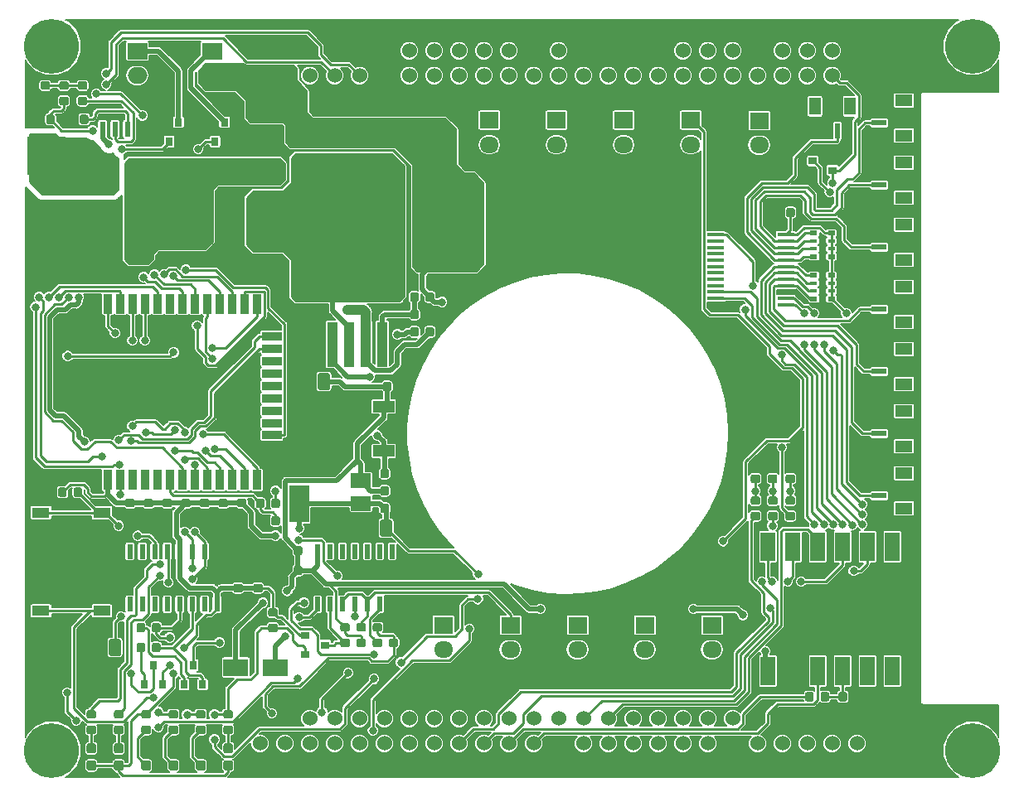
<source format=gbr>
G04 #@! TF.GenerationSoftware,KiCad,Pcbnew,(5.0.0)*
G04 #@! TF.CreationDate,2019-05-21T21:20:09+02:00*
G04 #@! TF.ProjectId,Nightmare V2 pcb V6,4E696768746D61726520563220706362,rev?*
G04 #@! TF.SameCoordinates,Original*
G04 #@! TF.FileFunction,Copper,L1,Top,Signal*
G04 #@! TF.FilePolarity,Positive*
%FSLAX46Y46*%
G04 Gerber Fmt 4.6, Leading zero omitted, Abs format (unit mm)*
G04 Created by KiCad (PCBNEW (5.0.0)) date 05/21/19 21:20:09*
%MOMM*%
%LPD*%
G01*
G04 APERTURE LIST*
G04 #@! TA.AperFunction,Conductor*
%ADD10C,0.100000*%
G04 #@! TD*
G04 #@! TA.AperFunction,SMDPad,CuDef*
%ADD11C,0.875000*%
G04 #@! TD*
G04 #@! TA.AperFunction,SMDPad,CuDef*
%ADD12R,0.900000X2.000000*%
G04 #@! TD*
G04 #@! TA.AperFunction,SMDPad,CuDef*
%ADD13R,2.000000X0.900000*%
G04 #@! TD*
G04 #@! TA.AperFunction,SMDPad,CuDef*
%ADD14R,6.000000X6.000000*%
G04 #@! TD*
G04 #@! TA.AperFunction,SMDPad,CuDef*
%ADD15C,1.250000*%
G04 #@! TD*
G04 #@! TA.AperFunction,SMDPad,CuDef*
%ADD16R,0.800000X0.900000*%
G04 #@! TD*
G04 #@! TA.AperFunction,SMDPad,CuDef*
%ADD17R,2.900000X5.400000*%
G04 #@! TD*
G04 #@! TA.AperFunction,SMDPad,CuDef*
%ADD18R,1.100000X4.600000*%
G04 #@! TD*
G04 #@! TA.AperFunction,SMDPad,CuDef*
%ADD19R,10.800000X9.400000*%
G04 #@! TD*
G04 #@! TA.AperFunction,ComponentPad*
%ADD20R,1.950000X1.700000*%
G04 #@! TD*
G04 #@! TA.AperFunction,ComponentPad*
%ADD21O,1.950000X1.700000*%
G04 #@! TD*
G04 #@! TA.AperFunction,SMDPad,CuDef*
%ADD22R,2.200000X1.200000*%
G04 #@! TD*
G04 #@! TA.AperFunction,SMDPad,CuDef*
%ADD23R,6.400000X5.800000*%
G04 #@! TD*
G04 #@! TA.AperFunction,SMDPad,CuDef*
%ADD24R,2.500000X3.300000*%
G04 #@! TD*
G04 #@! TA.AperFunction,ComponentPad*
%ADD25C,1.524000*%
G04 #@! TD*
G04 #@! TA.AperFunction,SMDPad,CuDef*
%ADD26R,1.524000X3.000000*%
G04 #@! TD*
G04 #@! TA.AperFunction,SMDPad,CuDef*
%ADD27R,1.750000X0.450000*%
G04 #@! TD*
G04 #@! TA.AperFunction,SMDPad,CuDef*
%ADD28R,1.800000X1.200000*%
G04 #@! TD*
G04 #@! TA.AperFunction,SMDPad,CuDef*
%ADD29R,1.550000X0.600000*%
G04 #@! TD*
G04 #@! TA.AperFunction,SMDPad,CuDef*
%ADD30R,0.600000X1.550000*%
G04 #@! TD*
G04 #@! TA.AperFunction,SMDPad,CuDef*
%ADD31R,1.200000X1.800000*%
G04 #@! TD*
G04 #@! TA.AperFunction,SMDPad,CuDef*
%ADD32R,2.500000X1.800000*%
G04 #@! TD*
G04 #@! TA.AperFunction,ComponentPad*
%ADD33C,5.600000*%
G04 #@! TD*
G04 #@! TA.AperFunction,SMDPad,CuDef*
%ADD34R,1.800000X1.100000*%
G04 #@! TD*
G04 #@! TA.AperFunction,ComponentPad*
%ADD35R,2.000000X1.700000*%
G04 #@! TD*
G04 #@! TA.AperFunction,ComponentPad*
%ADD36O,2.000000X1.700000*%
G04 #@! TD*
G04 #@! TA.AperFunction,SMDPad,CuDef*
%ADD37C,0.950000*%
G04 #@! TD*
G04 #@! TA.AperFunction,SMDPad,CuDef*
%ADD38R,0.600000X1.500000*%
G04 #@! TD*
G04 #@! TA.AperFunction,SMDPad,CuDef*
%ADD39R,2.000000X3.800000*%
G04 #@! TD*
G04 #@! TA.AperFunction,SMDPad,CuDef*
%ADD40R,2.000000X1.500000*%
G04 #@! TD*
G04 #@! TA.AperFunction,SMDPad,CuDef*
%ADD41R,0.900000X0.800000*%
G04 #@! TD*
G04 #@! TA.AperFunction,SMDPad,CuDef*
%ADD42R,0.800000X0.500000*%
G04 #@! TD*
G04 #@! TA.AperFunction,SMDPad,CuDef*
%ADD43R,0.800000X0.400000*%
G04 #@! TD*
G04 #@! TA.AperFunction,ComponentPad*
%ADD44R,4.000000X4.000000*%
G04 #@! TD*
G04 #@! TA.AperFunction,ViaPad*
%ADD45C,0.800000*%
G04 #@! TD*
G04 #@! TA.AperFunction,ViaPad*
%ADD46C,1.500000*%
G04 #@! TD*
G04 #@! TA.AperFunction,Conductor*
%ADD47C,0.500000*%
G04 #@! TD*
G04 #@! TA.AperFunction,Conductor*
%ADD48C,0.250000*%
G04 #@! TD*
G04 #@! TA.AperFunction,Conductor*
%ADD49C,1.000000*%
G04 #@! TD*
G04 #@! TA.AperFunction,Conductor*
%ADD50C,0.254000*%
G04 #@! TD*
G04 #@! TA.AperFunction,Conductor*
%ADD51C,0.127000*%
G04 #@! TD*
G04 APERTURE END LIST*
D10*
G04 #@! TO.N,Net-(R30-Pad2)*
G04 #@! TO.C,R30*
G36*
X200683691Y-125014053D02*
X200704926Y-125017203D01*
X200725750Y-125022419D01*
X200745962Y-125029651D01*
X200765368Y-125038830D01*
X200783781Y-125049866D01*
X200801024Y-125062654D01*
X200816930Y-125077070D01*
X200831346Y-125092976D01*
X200844134Y-125110219D01*
X200855170Y-125128632D01*
X200864349Y-125148038D01*
X200871581Y-125168250D01*
X200876797Y-125189074D01*
X200879947Y-125210309D01*
X200881000Y-125231750D01*
X200881000Y-125669250D01*
X200879947Y-125690691D01*
X200876797Y-125711926D01*
X200871581Y-125732750D01*
X200864349Y-125752962D01*
X200855170Y-125772368D01*
X200844134Y-125790781D01*
X200831346Y-125808024D01*
X200816930Y-125823930D01*
X200801024Y-125838346D01*
X200783781Y-125851134D01*
X200765368Y-125862170D01*
X200745962Y-125871349D01*
X200725750Y-125878581D01*
X200704926Y-125883797D01*
X200683691Y-125886947D01*
X200662250Y-125888000D01*
X200149750Y-125888000D01*
X200128309Y-125886947D01*
X200107074Y-125883797D01*
X200086250Y-125878581D01*
X200066038Y-125871349D01*
X200046632Y-125862170D01*
X200028219Y-125851134D01*
X200010976Y-125838346D01*
X199995070Y-125823930D01*
X199980654Y-125808024D01*
X199967866Y-125790781D01*
X199956830Y-125772368D01*
X199947651Y-125752962D01*
X199940419Y-125732750D01*
X199935203Y-125711926D01*
X199932053Y-125690691D01*
X199931000Y-125669250D01*
X199931000Y-125231750D01*
X199932053Y-125210309D01*
X199935203Y-125189074D01*
X199940419Y-125168250D01*
X199947651Y-125148038D01*
X199956830Y-125128632D01*
X199967866Y-125110219D01*
X199980654Y-125092976D01*
X199995070Y-125077070D01*
X200010976Y-125062654D01*
X200028219Y-125049866D01*
X200046632Y-125038830D01*
X200066038Y-125029651D01*
X200086250Y-125022419D01*
X200107074Y-125017203D01*
X200128309Y-125014053D01*
X200149750Y-125013000D01*
X200662250Y-125013000D01*
X200683691Y-125014053D01*
X200683691Y-125014053D01*
G37*
D11*
G04 #@! TD*
G04 #@! TO.P,R30,2*
G04 #@! TO.N,Net-(R30-Pad2)*
X200406000Y-125450500D03*
D10*
G04 #@! TO.N,S_MOSI*
G04 #@! TO.C,R30*
G36*
X200683691Y-126589053D02*
X200704926Y-126592203D01*
X200725750Y-126597419D01*
X200745962Y-126604651D01*
X200765368Y-126613830D01*
X200783781Y-126624866D01*
X200801024Y-126637654D01*
X200816930Y-126652070D01*
X200831346Y-126667976D01*
X200844134Y-126685219D01*
X200855170Y-126703632D01*
X200864349Y-126723038D01*
X200871581Y-126743250D01*
X200876797Y-126764074D01*
X200879947Y-126785309D01*
X200881000Y-126806750D01*
X200881000Y-127244250D01*
X200879947Y-127265691D01*
X200876797Y-127286926D01*
X200871581Y-127307750D01*
X200864349Y-127327962D01*
X200855170Y-127347368D01*
X200844134Y-127365781D01*
X200831346Y-127383024D01*
X200816930Y-127398930D01*
X200801024Y-127413346D01*
X200783781Y-127426134D01*
X200765368Y-127437170D01*
X200745962Y-127446349D01*
X200725750Y-127453581D01*
X200704926Y-127458797D01*
X200683691Y-127461947D01*
X200662250Y-127463000D01*
X200149750Y-127463000D01*
X200128309Y-127461947D01*
X200107074Y-127458797D01*
X200086250Y-127453581D01*
X200066038Y-127446349D01*
X200046632Y-127437170D01*
X200028219Y-127426134D01*
X200010976Y-127413346D01*
X199995070Y-127398930D01*
X199980654Y-127383024D01*
X199967866Y-127365781D01*
X199956830Y-127347368D01*
X199947651Y-127327962D01*
X199940419Y-127307750D01*
X199935203Y-127286926D01*
X199932053Y-127265691D01*
X199931000Y-127244250D01*
X199931000Y-126806750D01*
X199932053Y-126785309D01*
X199935203Y-126764074D01*
X199940419Y-126743250D01*
X199947651Y-126723038D01*
X199956830Y-126703632D01*
X199967866Y-126685219D01*
X199980654Y-126667976D01*
X199995070Y-126652070D01*
X200010976Y-126637654D01*
X200028219Y-126624866D01*
X200046632Y-126613830D01*
X200066038Y-126604651D01*
X200086250Y-126597419D01*
X200107074Y-126592203D01*
X200128309Y-126589053D01*
X200149750Y-126588000D01*
X200662250Y-126588000D01*
X200683691Y-126589053D01*
X200683691Y-126589053D01*
G37*
D11*
G04 #@! TD*
G04 #@! TO.P,R30,1*
G04 #@! TO.N,S_MOSI*
X200406000Y-127025500D03*
D10*
G04 #@! TO.N,Net-(R16-Pad2)*
G04 #@! TO.C,R31*
G36*
X198884692Y-122779053D02*
X198905927Y-122782203D01*
X198926751Y-122787419D01*
X198946963Y-122794651D01*
X198966369Y-122803830D01*
X198984782Y-122814866D01*
X199002025Y-122827654D01*
X199017931Y-122842070D01*
X199032347Y-122857976D01*
X199045135Y-122875219D01*
X199056171Y-122893632D01*
X199065350Y-122913038D01*
X199072582Y-122933250D01*
X199077798Y-122954074D01*
X199080948Y-122975309D01*
X199082001Y-122996750D01*
X199082001Y-123434250D01*
X199080948Y-123455691D01*
X199077798Y-123476926D01*
X199072582Y-123497750D01*
X199065350Y-123517962D01*
X199056171Y-123537368D01*
X199045135Y-123555781D01*
X199032347Y-123573024D01*
X199017931Y-123588930D01*
X199002025Y-123603346D01*
X198984782Y-123616134D01*
X198966369Y-123627170D01*
X198946963Y-123636349D01*
X198926751Y-123643581D01*
X198905927Y-123648797D01*
X198884692Y-123651947D01*
X198863251Y-123653000D01*
X198350751Y-123653000D01*
X198329310Y-123651947D01*
X198308075Y-123648797D01*
X198287251Y-123643581D01*
X198267039Y-123636349D01*
X198247633Y-123627170D01*
X198229220Y-123616134D01*
X198211977Y-123603346D01*
X198196071Y-123588930D01*
X198181655Y-123573024D01*
X198168867Y-123555781D01*
X198157831Y-123537368D01*
X198148652Y-123517962D01*
X198141420Y-123497750D01*
X198136204Y-123476926D01*
X198133054Y-123455691D01*
X198132001Y-123434250D01*
X198132001Y-122996750D01*
X198133054Y-122975309D01*
X198136204Y-122954074D01*
X198141420Y-122933250D01*
X198148652Y-122913038D01*
X198157831Y-122893632D01*
X198168867Y-122875219D01*
X198181655Y-122857976D01*
X198196071Y-122842070D01*
X198211977Y-122827654D01*
X198229220Y-122814866D01*
X198247633Y-122803830D01*
X198267039Y-122794651D01*
X198287251Y-122787419D01*
X198308075Y-122782203D01*
X198329310Y-122779053D01*
X198350751Y-122778000D01*
X198863251Y-122778000D01*
X198884692Y-122779053D01*
X198884692Y-122779053D01*
G37*
D11*
G04 #@! TD*
G04 #@! TO.P,R31,1*
G04 #@! TO.N,Net-(R16-Pad2)*
X198607001Y-123215500D03*
D10*
G04 #@! TO.N,GND*
G04 #@! TO.C,R31*
G36*
X198884692Y-121204053D02*
X198905927Y-121207203D01*
X198926751Y-121212419D01*
X198946963Y-121219651D01*
X198966369Y-121228830D01*
X198984782Y-121239866D01*
X199002025Y-121252654D01*
X199017931Y-121267070D01*
X199032347Y-121282976D01*
X199045135Y-121300219D01*
X199056171Y-121318632D01*
X199065350Y-121338038D01*
X199072582Y-121358250D01*
X199077798Y-121379074D01*
X199080948Y-121400309D01*
X199082001Y-121421750D01*
X199082001Y-121859250D01*
X199080948Y-121880691D01*
X199077798Y-121901926D01*
X199072582Y-121922750D01*
X199065350Y-121942962D01*
X199056171Y-121962368D01*
X199045135Y-121980781D01*
X199032347Y-121998024D01*
X199017931Y-122013930D01*
X199002025Y-122028346D01*
X198984782Y-122041134D01*
X198966369Y-122052170D01*
X198946963Y-122061349D01*
X198926751Y-122068581D01*
X198905927Y-122073797D01*
X198884692Y-122076947D01*
X198863251Y-122078000D01*
X198350751Y-122078000D01*
X198329310Y-122076947D01*
X198308075Y-122073797D01*
X198287251Y-122068581D01*
X198267039Y-122061349D01*
X198247633Y-122052170D01*
X198229220Y-122041134D01*
X198211977Y-122028346D01*
X198196071Y-122013930D01*
X198181655Y-121998024D01*
X198168867Y-121980781D01*
X198157831Y-121962368D01*
X198148652Y-121942962D01*
X198141420Y-121922750D01*
X198136204Y-121901926D01*
X198133054Y-121880691D01*
X198132001Y-121859250D01*
X198132001Y-121421750D01*
X198133054Y-121400309D01*
X198136204Y-121379074D01*
X198141420Y-121358250D01*
X198148652Y-121338038D01*
X198157831Y-121318632D01*
X198168867Y-121300219D01*
X198181655Y-121282976D01*
X198196071Y-121267070D01*
X198211977Y-121252654D01*
X198229220Y-121239866D01*
X198247633Y-121228830D01*
X198267039Y-121219651D01*
X198287251Y-121212419D01*
X198308075Y-121207203D01*
X198329310Y-121204053D01*
X198350751Y-121203000D01*
X198863251Y-121203000D01*
X198884692Y-121204053D01*
X198884692Y-121204053D01*
G37*
D11*
G04 #@! TD*
G04 #@! TO.P,R31,2*
G04 #@! TO.N,GND*
X198607001Y-121640500D03*
D10*
G04 #@! TO.N,GND*
G04 #@! TO.C,R32*
G36*
X200683691Y-121204053D02*
X200704926Y-121207203D01*
X200725750Y-121212419D01*
X200745962Y-121219651D01*
X200765368Y-121228830D01*
X200783781Y-121239866D01*
X200801024Y-121252654D01*
X200816930Y-121267070D01*
X200831346Y-121282976D01*
X200844134Y-121300219D01*
X200855170Y-121318632D01*
X200864349Y-121338038D01*
X200871581Y-121358250D01*
X200876797Y-121379074D01*
X200879947Y-121400309D01*
X200881000Y-121421750D01*
X200881000Y-121859250D01*
X200879947Y-121880691D01*
X200876797Y-121901926D01*
X200871581Y-121922750D01*
X200864349Y-121942962D01*
X200855170Y-121962368D01*
X200844134Y-121980781D01*
X200831346Y-121998024D01*
X200816930Y-122013930D01*
X200801024Y-122028346D01*
X200783781Y-122041134D01*
X200765368Y-122052170D01*
X200745962Y-122061349D01*
X200725750Y-122068581D01*
X200704926Y-122073797D01*
X200683691Y-122076947D01*
X200662250Y-122078000D01*
X200149750Y-122078000D01*
X200128309Y-122076947D01*
X200107074Y-122073797D01*
X200086250Y-122068581D01*
X200066038Y-122061349D01*
X200046632Y-122052170D01*
X200028219Y-122041134D01*
X200010976Y-122028346D01*
X199995070Y-122013930D01*
X199980654Y-121998024D01*
X199967866Y-121980781D01*
X199956830Y-121962368D01*
X199947651Y-121942962D01*
X199940419Y-121922750D01*
X199935203Y-121901926D01*
X199932053Y-121880691D01*
X199931000Y-121859250D01*
X199931000Y-121421750D01*
X199932053Y-121400309D01*
X199935203Y-121379074D01*
X199940419Y-121358250D01*
X199947651Y-121338038D01*
X199956830Y-121318632D01*
X199967866Y-121300219D01*
X199980654Y-121282976D01*
X199995070Y-121267070D01*
X200010976Y-121252654D01*
X200028219Y-121239866D01*
X200046632Y-121228830D01*
X200066038Y-121219651D01*
X200086250Y-121212419D01*
X200107074Y-121207203D01*
X200128309Y-121204053D01*
X200149750Y-121203000D01*
X200662250Y-121203000D01*
X200683691Y-121204053D01*
X200683691Y-121204053D01*
G37*
D11*
G04 #@! TD*
G04 #@! TO.P,R32,2*
G04 #@! TO.N,GND*
X200406000Y-121640500D03*
D10*
G04 #@! TO.N,Net-(R30-Pad2)*
G04 #@! TO.C,R32*
G36*
X200683691Y-122779053D02*
X200704926Y-122782203D01*
X200725750Y-122787419D01*
X200745962Y-122794651D01*
X200765368Y-122803830D01*
X200783781Y-122814866D01*
X200801024Y-122827654D01*
X200816930Y-122842070D01*
X200831346Y-122857976D01*
X200844134Y-122875219D01*
X200855170Y-122893632D01*
X200864349Y-122913038D01*
X200871581Y-122933250D01*
X200876797Y-122954074D01*
X200879947Y-122975309D01*
X200881000Y-122996750D01*
X200881000Y-123434250D01*
X200879947Y-123455691D01*
X200876797Y-123476926D01*
X200871581Y-123497750D01*
X200864349Y-123517962D01*
X200855170Y-123537368D01*
X200844134Y-123555781D01*
X200831346Y-123573024D01*
X200816930Y-123588930D01*
X200801024Y-123603346D01*
X200783781Y-123616134D01*
X200765368Y-123627170D01*
X200745962Y-123636349D01*
X200725750Y-123643581D01*
X200704926Y-123648797D01*
X200683691Y-123651947D01*
X200662250Y-123653000D01*
X200149750Y-123653000D01*
X200128309Y-123651947D01*
X200107074Y-123648797D01*
X200086250Y-123643581D01*
X200066038Y-123636349D01*
X200046632Y-123627170D01*
X200028219Y-123616134D01*
X200010976Y-123603346D01*
X199995070Y-123588930D01*
X199980654Y-123573024D01*
X199967866Y-123555781D01*
X199956830Y-123537368D01*
X199947651Y-123517962D01*
X199940419Y-123497750D01*
X199935203Y-123476926D01*
X199932053Y-123455691D01*
X199931000Y-123434250D01*
X199931000Y-122996750D01*
X199932053Y-122975309D01*
X199935203Y-122954074D01*
X199940419Y-122933250D01*
X199947651Y-122913038D01*
X199956830Y-122893632D01*
X199967866Y-122875219D01*
X199980654Y-122857976D01*
X199995070Y-122842070D01*
X200010976Y-122827654D01*
X200028219Y-122814866D01*
X200046632Y-122803830D01*
X200066038Y-122794651D01*
X200086250Y-122787419D01*
X200107074Y-122782203D01*
X200128309Y-122779053D01*
X200149750Y-122778000D01*
X200662250Y-122778000D01*
X200683691Y-122779053D01*
X200683691Y-122779053D01*
G37*
D11*
G04 #@! TD*
G04 #@! TO.P,R32,1*
G04 #@! TO.N,Net-(R30-Pad2)*
X200406000Y-123215500D03*
D10*
G04 #@! TO.N,S_SCK*
G04 #@! TO.C,R16*
G36*
X198905691Y-126589053D02*
X198926926Y-126592203D01*
X198947750Y-126597419D01*
X198967962Y-126604651D01*
X198987368Y-126613830D01*
X199005781Y-126624866D01*
X199023024Y-126637654D01*
X199038930Y-126652070D01*
X199053346Y-126667976D01*
X199066134Y-126685219D01*
X199077170Y-126703632D01*
X199086349Y-126723038D01*
X199093581Y-126743250D01*
X199098797Y-126764074D01*
X199101947Y-126785309D01*
X199103000Y-126806750D01*
X199103000Y-127244250D01*
X199101947Y-127265691D01*
X199098797Y-127286926D01*
X199093581Y-127307750D01*
X199086349Y-127327962D01*
X199077170Y-127347368D01*
X199066134Y-127365781D01*
X199053346Y-127383024D01*
X199038930Y-127398930D01*
X199023024Y-127413346D01*
X199005781Y-127426134D01*
X198987368Y-127437170D01*
X198967962Y-127446349D01*
X198947750Y-127453581D01*
X198926926Y-127458797D01*
X198905691Y-127461947D01*
X198884250Y-127463000D01*
X198371750Y-127463000D01*
X198350309Y-127461947D01*
X198329074Y-127458797D01*
X198308250Y-127453581D01*
X198288038Y-127446349D01*
X198268632Y-127437170D01*
X198250219Y-127426134D01*
X198232976Y-127413346D01*
X198217070Y-127398930D01*
X198202654Y-127383024D01*
X198189866Y-127365781D01*
X198178830Y-127347368D01*
X198169651Y-127327962D01*
X198162419Y-127307750D01*
X198157203Y-127286926D01*
X198154053Y-127265691D01*
X198153000Y-127244250D01*
X198153000Y-126806750D01*
X198154053Y-126785309D01*
X198157203Y-126764074D01*
X198162419Y-126743250D01*
X198169651Y-126723038D01*
X198178830Y-126703632D01*
X198189866Y-126685219D01*
X198202654Y-126667976D01*
X198217070Y-126652070D01*
X198232976Y-126637654D01*
X198250219Y-126624866D01*
X198268632Y-126613830D01*
X198288038Y-126604651D01*
X198308250Y-126597419D01*
X198329074Y-126592203D01*
X198350309Y-126589053D01*
X198371750Y-126588000D01*
X198884250Y-126588000D01*
X198905691Y-126589053D01*
X198905691Y-126589053D01*
G37*
D11*
G04 #@! TD*
G04 #@! TO.P,R16,1*
G04 #@! TO.N,S_SCK*
X198628000Y-127025500D03*
D10*
G04 #@! TO.N,Net-(R16-Pad2)*
G04 #@! TO.C,R16*
G36*
X198905691Y-125014053D02*
X198926926Y-125017203D01*
X198947750Y-125022419D01*
X198967962Y-125029651D01*
X198987368Y-125038830D01*
X199005781Y-125049866D01*
X199023024Y-125062654D01*
X199038930Y-125077070D01*
X199053346Y-125092976D01*
X199066134Y-125110219D01*
X199077170Y-125128632D01*
X199086349Y-125148038D01*
X199093581Y-125168250D01*
X199098797Y-125189074D01*
X199101947Y-125210309D01*
X199103000Y-125231750D01*
X199103000Y-125669250D01*
X199101947Y-125690691D01*
X199098797Y-125711926D01*
X199093581Y-125732750D01*
X199086349Y-125752962D01*
X199077170Y-125772368D01*
X199066134Y-125790781D01*
X199053346Y-125808024D01*
X199038930Y-125823930D01*
X199023024Y-125838346D01*
X199005781Y-125851134D01*
X198987368Y-125862170D01*
X198967962Y-125871349D01*
X198947750Y-125878581D01*
X198926926Y-125883797D01*
X198905691Y-125886947D01*
X198884250Y-125888000D01*
X198371750Y-125888000D01*
X198350309Y-125886947D01*
X198329074Y-125883797D01*
X198308250Y-125878581D01*
X198288038Y-125871349D01*
X198268632Y-125862170D01*
X198250219Y-125851134D01*
X198232976Y-125838346D01*
X198217070Y-125823930D01*
X198202654Y-125808024D01*
X198189866Y-125790781D01*
X198178830Y-125772368D01*
X198169651Y-125752962D01*
X198162419Y-125732750D01*
X198157203Y-125711926D01*
X198154053Y-125690691D01*
X198153000Y-125669250D01*
X198153000Y-125231750D01*
X198154053Y-125210309D01*
X198157203Y-125189074D01*
X198162419Y-125168250D01*
X198169651Y-125148038D01*
X198178830Y-125128632D01*
X198189866Y-125110219D01*
X198202654Y-125092976D01*
X198217070Y-125077070D01*
X198232976Y-125062654D01*
X198250219Y-125049866D01*
X198268632Y-125038830D01*
X198288038Y-125029651D01*
X198308250Y-125022419D01*
X198329074Y-125017203D01*
X198350309Y-125014053D01*
X198371750Y-125013000D01*
X198884250Y-125013000D01*
X198905691Y-125014053D01*
X198905691Y-125014053D01*
G37*
D11*
G04 #@! TD*
G04 #@! TO.P,R16,2*
G04 #@! TO.N,Net-(R16-Pad2)*
X198628000Y-125450500D03*
D10*
G04 #@! TO.N,Net-(R13-Pad1)*
G04 #@! TO.C,R14*
G36*
X197127691Y-125014053D02*
X197148926Y-125017203D01*
X197169750Y-125022419D01*
X197189962Y-125029651D01*
X197209368Y-125038830D01*
X197227781Y-125049866D01*
X197245024Y-125062654D01*
X197260930Y-125077070D01*
X197275346Y-125092976D01*
X197288134Y-125110219D01*
X197299170Y-125128632D01*
X197308349Y-125148038D01*
X197315581Y-125168250D01*
X197320797Y-125189074D01*
X197323947Y-125210309D01*
X197325000Y-125231750D01*
X197325000Y-125669250D01*
X197323947Y-125690691D01*
X197320797Y-125711926D01*
X197315581Y-125732750D01*
X197308349Y-125752962D01*
X197299170Y-125772368D01*
X197288134Y-125790781D01*
X197275346Y-125808024D01*
X197260930Y-125823930D01*
X197245024Y-125838346D01*
X197227781Y-125851134D01*
X197209368Y-125862170D01*
X197189962Y-125871349D01*
X197169750Y-125878581D01*
X197148926Y-125883797D01*
X197127691Y-125886947D01*
X197106250Y-125888000D01*
X196593750Y-125888000D01*
X196572309Y-125886947D01*
X196551074Y-125883797D01*
X196530250Y-125878581D01*
X196510038Y-125871349D01*
X196490632Y-125862170D01*
X196472219Y-125851134D01*
X196454976Y-125838346D01*
X196439070Y-125823930D01*
X196424654Y-125808024D01*
X196411866Y-125790781D01*
X196400830Y-125772368D01*
X196391651Y-125752962D01*
X196384419Y-125732750D01*
X196379203Y-125711926D01*
X196376053Y-125690691D01*
X196375000Y-125669250D01*
X196375000Y-125231750D01*
X196376053Y-125210309D01*
X196379203Y-125189074D01*
X196384419Y-125168250D01*
X196391651Y-125148038D01*
X196400830Y-125128632D01*
X196411866Y-125110219D01*
X196424654Y-125092976D01*
X196439070Y-125077070D01*
X196454976Y-125062654D01*
X196472219Y-125049866D01*
X196490632Y-125038830D01*
X196510038Y-125029651D01*
X196530250Y-125022419D01*
X196551074Y-125017203D01*
X196572309Y-125014053D01*
X196593750Y-125013000D01*
X197106250Y-125013000D01*
X197127691Y-125014053D01*
X197127691Y-125014053D01*
G37*
D11*
G04 #@! TD*
G04 #@! TO.P,R14,2*
G04 #@! TO.N,Net-(R13-Pad1)*
X196850000Y-125450500D03*
D10*
G04 #@! TO.N,S_CS*
G04 #@! TO.C,R14*
G36*
X197127691Y-126589053D02*
X197148926Y-126592203D01*
X197169750Y-126597419D01*
X197189962Y-126604651D01*
X197209368Y-126613830D01*
X197227781Y-126624866D01*
X197245024Y-126637654D01*
X197260930Y-126652070D01*
X197275346Y-126667976D01*
X197288134Y-126685219D01*
X197299170Y-126703632D01*
X197308349Y-126723038D01*
X197315581Y-126743250D01*
X197320797Y-126764074D01*
X197323947Y-126785309D01*
X197325000Y-126806750D01*
X197325000Y-127244250D01*
X197323947Y-127265691D01*
X197320797Y-127286926D01*
X197315581Y-127307750D01*
X197308349Y-127327962D01*
X197299170Y-127347368D01*
X197288134Y-127365781D01*
X197275346Y-127383024D01*
X197260930Y-127398930D01*
X197245024Y-127413346D01*
X197227781Y-127426134D01*
X197209368Y-127437170D01*
X197189962Y-127446349D01*
X197169750Y-127453581D01*
X197148926Y-127458797D01*
X197127691Y-127461947D01*
X197106250Y-127463000D01*
X196593750Y-127463000D01*
X196572309Y-127461947D01*
X196551074Y-127458797D01*
X196530250Y-127453581D01*
X196510038Y-127446349D01*
X196490632Y-127437170D01*
X196472219Y-127426134D01*
X196454976Y-127413346D01*
X196439070Y-127398930D01*
X196424654Y-127383024D01*
X196411866Y-127365781D01*
X196400830Y-127347368D01*
X196391651Y-127327962D01*
X196384419Y-127307750D01*
X196379203Y-127286926D01*
X196376053Y-127265691D01*
X196375000Y-127244250D01*
X196375000Y-126806750D01*
X196376053Y-126785309D01*
X196379203Y-126764074D01*
X196384419Y-126743250D01*
X196391651Y-126723038D01*
X196400830Y-126703632D01*
X196411866Y-126685219D01*
X196424654Y-126667976D01*
X196439070Y-126652070D01*
X196454976Y-126637654D01*
X196472219Y-126624866D01*
X196490632Y-126613830D01*
X196510038Y-126604651D01*
X196530250Y-126597419D01*
X196551074Y-126592203D01*
X196572309Y-126589053D01*
X196593750Y-126588000D01*
X197106250Y-126588000D01*
X197127691Y-126589053D01*
X197127691Y-126589053D01*
G37*
D11*
G04 #@! TD*
G04 #@! TO.P,R14,1*
G04 #@! TO.N,S_CS*
X196850000Y-127025500D03*
D10*
G04 #@! TO.N,Net-(R13-Pad1)*
G04 #@! TO.C,R13*
G36*
X197127691Y-122779053D02*
X197148926Y-122782203D01*
X197169750Y-122787419D01*
X197189962Y-122794651D01*
X197209368Y-122803830D01*
X197227781Y-122814866D01*
X197245024Y-122827654D01*
X197260930Y-122842070D01*
X197275346Y-122857976D01*
X197288134Y-122875219D01*
X197299170Y-122893632D01*
X197308349Y-122913038D01*
X197315581Y-122933250D01*
X197320797Y-122954074D01*
X197323947Y-122975309D01*
X197325000Y-122996750D01*
X197325000Y-123434250D01*
X197323947Y-123455691D01*
X197320797Y-123476926D01*
X197315581Y-123497750D01*
X197308349Y-123517962D01*
X197299170Y-123537368D01*
X197288134Y-123555781D01*
X197275346Y-123573024D01*
X197260930Y-123588930D01*
X197245024Y-123603346D01*
X197227781Y-123616134D01*
X197209368Y-123627170D01*
X197189962Y-123636349D01*
X197169750Y-123643581D01*
X197148926Y-123648797D01*
X197127691Y-123651947D01*
X197106250Y-123653000D01*
X196593750Y-123653000D01*
X196572309Y-123651947D01*
X196551074Y-123648797D01*
X196530250Y-123643581D01*
X196510038Y-123636349D01*
X196490632Y-123627170D01*
X196472219Y-123616134D01*
X196454976Y-123603346D01*
X196439070Y-123588930D01*
X196424654Y-123573024D01*
X196411866Y-123555781D01*
X196400830Y-123537368D01*
X196391651Y-123517962D01*
X196384419Y-123497750D01*
X196379203Y-123476926D01*
X196376053Y-123455691D01*
X196375000Y-123434250D01*
X196375000Y-122996750D01*
X196376053Y-122975309D01*
X196379203Y-122954074D01*
X196384419Y-122933250D01*
X196391651Y-122913038D01*
X196400830Y-122893632D01*
X196411866Y-122875219D01*
X196424654Y-122857976D01*
X196439070Y-122842070D01*
X196454976Y-122827654D01*
X196472219Y-122814866D01*
X196490632Y-122803830D01*
X196510038Y-122794651D01*
X196530250Y-122787419D01*
X196551074Y-122782203D01*
X196572309Y-122779053D01*
X196593750Y-122778000D01*
X197106250Y-122778000D01*
X197127691Y-122779053D01*
X197127691Y-122779053D01*
G37*
D11*
G04 #@! TD*
G04 #@! TO.P,R13,1*
G04 #@! TO.N,Net-(R13-Pad1)*
X196850000Y-123215500D03*
D10*
G04 #@! TO.N,GND*
G04 #@! TO.C,R13*
G36*
X197127691Y-121204053D02*
X197148926Y-121207203D01*
X197169750Y-121212419D01*
X197189962Y-121219651D01*
X197209368Y-121228830D01*
X197227781Y-121239866D01*
X197245024Y-121252654D01*
X197260930Y-121267070D01*
X197275346Y-121282976D01*
X197288134Y-121300219D01*
X197299170Y-121318632D01*
X197308349Y-121338038D01*
X197315581Y-121358250D01*
X197320797Y-121379074D01*
X197323947Y-121400309D01*
X197325000Y-121421750D01*
X197325000Y-121859250D01*
X197323947Y-121880691D01*
X197320797Y-121901926D01*
X197315581Y-121922750D01*
X197308349Y-121942962D01*
X197299170Y-121962368D01*
X197288134Y-121980781D01*
X197275346Y-121998024D01*
X197260930Y-122013930D01*
X197245024Y-122028346D01*
X197227781Y-122041134D01*
X197209368Y-122052170D01*
X197189962Y-122061349D01*
X197169750Y-122068581D01*
X197148926Y-122073797D01*
X197127691Y-122076947D01*
X197106250Y-122078000D01*
X196593750Y-122078000D01*
X196572309Y-122076947D01*
X196551074Y-122073797D01*
X196530250Y-122068581D01*
X196510038Y-122061349D01*
X196490632Y-122052170D01*
X196472219Y-122041134D01*
X196454976Y-122028346D01*
X196439070Y-122013930D01*
X196424654Y-121998024D01*
X196411866Y-121980781D01*
X196400830Y-121962368D01*
X196391651Y-121942962D01*
X196384419Y-121922750D01*
X196379203Y-121901926D01*
X196376053Y-121880691D01*
X196375000Y-121859250D01*
X196375000Y-121421750D01*
X196376053Y-121400309D01*
X196379203Y-121379074D01*
X196384419Y-121358250D01*
X196391651Y-121338038D01*
X196400830Y-121318632D01*
X196411866Y-121300219D01*
X196424654Y-121282976D01*
X196439070Y-121267070D01*
X196454976Y-121252654D01*
X196472219Y-121239866D01*
X196490632Y-121228830D01*
X196510038Y-121219651D01*
X196530250Y-121212419D01*
X196551074Y-121207203D01*
X196572309Y-121204053D01*
X196593750Y-121203000D01*
X197106250Y-121203000D01*
X197127691Y-121204053D01*
X197127691Y-121204053D01*
G37*
D11*
G04 #@! TD*
G04 #@! TO.P,R13,2*
G04 #@! TO.N,GND*
X196850000Y-121640500D03*
D12*
G04 #@! TO.P,M1,1*
G04 #@! TO.N,GND*
X129460000Y-123346000D03*
G04 #@! TO.P,M1,2*
G04 #@! TO.N,+3V3*
X130730000Y-123346000D03*
G04 #@! TO.P,M1,3*
G04 #@! TO.N,EN*
X132000000Y-123346000D03*
G04 #@! TO.P,M1,4*
G04 #@! TO.N,Net-(M1-Pad4)*
X133270000Y-123346000D03*
G04 #@! TO.P,M1,5*
G04 #@! TO.N,Net-(M1-Pad5)*
X134540000Y-123346000D03*
G04 #@! TO.P,M1,6*
G04 #@! TO.N,Net-(M1-Pad6)*
X135810000Y-123346000D03*
G04 #@! TO.P,M1,7*
G04 #@! TO.N,BAT_M*
X137080000Y-123346000D03*
G04 #@! TO.P,M1,8*
G04 #@! TO.N,CUR_M*
X138350000Y-123346000D03*
G04 #@! TO.P,M1,9*
G04 #@! TO.N,COM*
X139620000Y-123346000D03*
G04 #@! TO.P,M1,10*
G04 #@! TO.N,ADC_S0*
X140890000Y-123346000D03*
G04 #@! TO.P,M1,11*
G04 #@! TO.N,ADC_S1*
X142160000Y-123346000D03*
G04 #@! TO.P,M1,12*
G04 #@! TO.N,ADC_S3*
X143430000Y-123346000D03*
G04 #@! TO.P,M1,13*
G04 #@! TO.N,ADC_S2*
X144700000Y-123346000D03*
G04 #@! TO.P,M1,14*
G04 #@! TO.N,IO12*
X145970000Y-123346000D03*
G04 #@! TO.P,M1,38*
G04 #@! TO.N,GND*
X129460000Y-105346000D03*
G04 #@! TO.P,M1,25*
G04 #@! TO.N,IO0*
X145970000Y-105346000D03*
G04 #@! TO.P,M1,26*
G04 #@! TO.N,IO4*
X144700000Y-105346000D03*
G04 #@! TO.P,M1,27*
G04 #@! TO.N,S_RX*
X143430000Y-105346000D03*
G04 #@! TO.P,M1,28*
G04 #@! TO.N,S_TX*
X142160000Y-105346000D03*
G04 #@! TO.P,M1,29*
G04 #@! TO.N,IO5*
X140890000Y-105346000D03*
G04 #@! TO.P,M1,30*
G04 #@! TO.N,S_TX_ENB*
X139620000Y-105346000D03*
G04 #@! TO.P,M1,31*
G04 #@! TO.N,S_RX_ENB*
X138350000Y-105346000D03*
G04 #@! TO.P,M1,32*
G04 #@! TO.N,Net-(M1-Pad32)*
X137080000Y-105346000D03*
G04 #@! TO.P,M1,33*
G04 #@! TO.N,FAN2*
X135810000Y-105346000D03*
G04 #@! TO.P,M1,34*
G04 #@! TO.N,USB_TX*
X134540000Y-105346000D03*
G04 #@! TO.P,M1,35*
G04 #@! TO.N,USB_RX*
X133270000Y-105346000D03*
G04 #@! TO.P,M1,36*
G04 #@! TO.N,FAN1*
X132000000Y-105346000D03*
G04 #@! TO.P,M1,37*
G04 #@! TO.N,CPU_SW*
X130730000Y-105346000D03*
D13*
G04 #@! TO.P,M1,15*
G04 #@! TO.N,GND*
X147460000Y-120061000D03*
G04 #@! TO.P,M1,16*
G04 #@! TO.N,IO11*
X147460000Y-118776000D03*
G04 #@! TO.P,M1,17*
G04 #@! TO.N,Net-(M1-Pad17)*
X147460000Y-117521000D03*
G04 #@! TO.P,M1,18*
G04 #@! TO.N,Net-(M1-Pad18)*
X147460000Y-116251000D03*
G04 #@! TO.P,M1,19*
G04 #@! TO.N,Net-(M1-Pad19)*
X147460000Y-114981000D03*
G04 #@! TO.P,M1,20*
G04 #@! TO.N,Net-(M1-Pad20)*
X147460000Y-113711000D03*
G04 #@! TO.P,M1,21*
G04 #@! TO.N,Net-(M1-Pad21)*
X147460000Y-112441000D03*
G04 #@! TO.P,M1,22*
G04 #@! TO.N,Net-(M1-Pad22)*
X147460000Y-111171000D03*
G04 #@! TO.P,M1,23*
G04 #@! TO.N,H_RX*
X147460000Y-109901000D03*
G04 #@! TO.P,M1,24*
G04 #@! TO.N,H_TX*
X147460000Y-108631000D03*
D14*
G04 #@! TO.P,M1,1*
G04 #@! TO.N,GND*
X137160000Y-114046000D03*
G04 #@! TD*
D10*
G04 #@! TO.N,EN*
G04 #@! TO.C,C47*
G36*
X131847504Y-139588204D02*
X131871773Y-139591804D01*
X131895571Y-139597765D01*
X131918671Y-139606030D01*
X131940849Y-139616520D01*
X131961893Y-139629133D01*
X131981598Y-139643747D01*
X131999777Y-139660223D01*
X132016253Y-139678402D01*
X132030867Y-139698107D01*
X132043480Y-139719151D01*
X132053970Y-139741329D01*
X132062235Y-139764429D01*
X132068196Y-139788227D01*
X132071796Y-139812496D01*
X132073000Y-139837000D01*
X132073000Y-141087000D01*
X132071796Y-141111504D01*
X132068196Y-141135773D01*
X132062235Y-141159571D01*
X132053970Y-141182671D01*
X132043480Y-141204849D01*
X132030867Y-141225893D01*
X132016253Y-141245598D01*
X131999777Y-141263777D01*
X131981598Y-141280253D01*
X131961893Y-141294867D01*
X131940849Y-141307480D01*
X131918671Y-141317970D01*
X131895571Y-141326235D01*
X131871773Y-141332196D01*
X131847504Y-141335796D01*
X131823000Y-141337000D01*
X131073000Y-141337000D01*
X131048496Y-141335796D01*
X131024227Y-141332196D01*
X131000429Y-141326235D01*
X130977329Y-141317970D01*
X130955151Y-141307480D01*
X130934107Y-141294867D01*
X130914402Y-141280253D01*
X130896223Y-141263777D01*
X130879747Y-141245598D01*
X130865133Y-141225893D01*
X130852520Y-141204849D01*
X130842030Y-141182671D01*
X130833765Y-141159571D01*
X130827804Y-141135773D01*
X130824204Y-141111504D01*
X130823000Y-141087000D01*
X130823000Y-139837000D01*
X130824204Y-139812496D01*
X130827804Y-139788227D01*
X130833765Y-139764429D01*
X130842030Y-139741329D01*
X130852520Y-139719151D01*
X130865133Y-139698107D01*
X130879747Y-139678402D01*
X130896223Y-139660223D01*
X130914402Y-139643747D01*
X130934107Y-139629133D01*
X130955151Y-139616520D01*
X130977329Y-139606030D01*
X131000429Y-139597765D01*
X131024227Y-139591804D01*
X131048496Y-139588204D01*
X131073000Y-139587000D01*
X131823000Y-139587000D01*
X131847504Y-139588204D01*
X131847504Y-139588204D01*
G37*
D15*
G04 #@! TD*
G04 #@! TO.P,C47,1*
G04 #@! TO.N,EN*
X131448000Y-140462000D03*
D10*
G04 #@! TO.N,GND*
G04 #@! TO.C,C47*
G36*
X129047504Y-139588204D02*
X129071773Y-139591804D01*
X129095571Y-139597765D01*
X129118671Y-139606030D01*
X129140849Y-139616520D01*
X129161893Y-139629133D01*
X129181598Y-139643747D01*
X129199777Y-139660223D01*
X129216253Y-139678402D01*
X129230867Y-139698107D01*
X129243480Y-139719151D01*
X129253970Y-139741329D01*
X129262235Y-139764429D01*
X129268196Y-139788227D01*
X129271796Y-139812496D01*
X129273000Y-139837000D01*
X129273000Y-141087000D01*
X129271796Y-141111504D01*
X129268196Y-141135773D01*
X129262235Y-141159571D01*
X129253970Y-141182671D01*
X129243480Y-141204849D01*
X129230867Y-141225893D01*
X129216253Y-141245598D01*
X129199777Y-141263777D01*
X129181598Y-141280253D01*
X129161893Y-141294867D01*
X129140849Y-141307480D01*
X129118671Y-141317970D01*
X129095571Y-141326235D01*
X129071773Y-141332196D01*
X129047504Y-141335796D01*
X129023000Y-141337000D01*
X128273000Y-141337000D01*
X128248496Y-141335796D01*
X128224227Y-141332196D01*
X128200429Y-141326235D01*
X128177329Y-141317970D01*
X128155151Y-141307480D01*
X128134107Y-141294867D01*
X128114402Y-141280253D01*
X128096223Y-141263777D01*
X128079747Y-141245598D01*
X128065133Y-141225893D01*
X128052520Y-141204849D01*
X128042030Y-141182671D01*
X128033765Y-141159571D01*
X128027804Y-141135773D01*
X128024204Y-141111504D01*
X128023000Y-141087000D01*
X128023000Y-139837000D01*
X128024204Y-139812496D01*
X128027804Y-139788227D01*
X128033765Y-139764429D01*
X128042030Y-139741329D01*
X128052520Y-139719151D01*
X128065133Y-139698107D01*
X128079747Y-139678402D01*
X128096223Y-139660223D01*
X128114402Y-139643747D01*
X128134107Y-139629133D01*
X128155151Y-139616520D01*
X128177329Y-139606030D01*
X128200429Y-139597765D01*
X128224227Y-139591804D01*
X128248496Y-139588204D01*
X128273000Y-139587000D01*
X129023000Y-139587000D01*
X129047504Y-139588204D01*
X129047504Y-139588204D01*
G37*
D15*
G04 #@! TD*
G04 #@! TO.P,C47,2*
G04 #@! TO.N,GND*
X128648000Y-140462000D03*
D16*
G04 #@! TO.P,Q4,3*
G04 #@! TO.N,Net-(D3-Pad2)*
X142621000Y-86781000D03*
G04 #@! TO.P,Q4,2*
G04 #@! TO.N,GND*
X143571000Y-88781000D03*
G04 #@! TO.P,Q4,1*
G04 #@! TO.N,FAN2*
X141671000Y-88781000D03*
G04 #@! TD*
G04 #@! TO.P,Q3,1*
G04 #@! TO.N,FAN1*
X136981000Y-88781000D03*
G04 #@! TO.P,Q3,2*
G04 #@! TO.N,GND*
X138881000Y-88781000D03*
G04 #@! TO.P,Q3,3*
G04 #@! TO.N,Net-(D2-Pad2)*
X137931000Y-86781000D03*
G04 #@! TD*
D10*
G04 #@! TO.N,MRX*
G04 #@! TO.C,R11*
G36*
X206005491Y-145017253D02*
X206026726Y-145020403D01*
X206047550Y-145025619D01*
X206067762Y-145032851D01*
X206087168Y-145042030D01*
X206105581Y-145053066D01*
X206122824Y-145065854D01*
X206138730Y-145080270D01*
X206153146Y-145096176D01*
X206165934Y-145113419D01*
X206176970Y-145131832D01*
X206186149Y-145151238D01*
X206193381Y-145171450D01*
X206198597Y-145192274D01*
X206201747Y-145213509D01*
X206202800Y-145234950D01*
X206202800Y-145747450D01*
X206201747Y-145768891D01*
X206198597Y-145790126D01*
X206193381Y-145810950D01*
X206186149Y-145831162D01*
X206176970Y-145850568D01*
X206165934Y-145868981D01*
X206153146Y-145886224D01*
X206138730Y-145902130D01*
X206122824Y-145916546D01*
X206105581Y-145929334D01*
X206087168Y-145940370D01*
X206067762Y-145949549D01*
X206047550Y-145956781D01*
X206026726Y-145961997D01*
X206005491Y-145965147D01*
X205984050Y-145966200D01*
X205546550Y-145966200D01*
X205525109Y-145965147D01*
X205503874Y-145961997D01*
X205483050Y-145956781D01*
X205462838Y-145949549D01*
X205443432Y-145940370D01*
X205425019Y-145929334D01*
X205407776Y-145916546D01*
X205391870Y-145902130D01*
X205377454Y-145886224D01*
X205364666Y-145868981D01*
X205353630Y-145850568D01*
X205344451Y-145831162D01*
X205337219Y-145810950D01*
X205332003Y-145790126D01*
X205328853Y-145768891D01*
X205327800Y-145747450D01*
X205327800Y-145234950D01*
X205328853Y-145213509D01*
X205332003Y-145192274D01*
X205337219Y-145171450D01*
X205344451Y-145151238D01*
X205353630Y-145131832D01*
X205364666Y-145113419D01*
X205377454Y-145096176D01*
X205391870Y-145080270D01*
X205407776Y-145065854D01*
X205425019Y-145053066D01*
X205443432Y-145042030D01*
X205462838Y-145032851D01*
X205483050Y-145025619D01*
X205503874Y-145020403D01*
X205525109Y-145017253D01*
X205546550Y-145016200D01*
X205984050Y-145016200D01*
X206005491Y-145017253D01*
X206005491Y-145017253D01*
G37*
D11*
G04 #@! TD*
G04 #@! TO.P,R11,1*
G04 #@! TO.N,MRX*
X205765300Y-145491200D03*
D10*
G04 #@! TO.N,GND*
G04 #@! TO.C,R11*
G36*
X207580491Y-145017253D02*
X207601726Y-145020403D01*
X207622550Y-145025619D01*
X207642762Y-145032851D01*
X207662168Y-145042030D01*
X207680581Y-145053066D01*
X207697824Y-145065854D01*
X207713730Y-145080270D01*
X207728146Y-145096176D01*
X207740934Y-145113419D01*
X207751970Y-145131832D01*
X207761149Y-145151238D01*
X207768381Y-145171450D01*
X207773597Y-145192274D01*
X207776747Y-145213509D01*
X207777800Y-145234950D01*
X207777800Y-145747450D01*
X207776747Y-145768891D01*
X207773597Y-145790126D01*
X207768381Y-145810950D01*
X207761149Y-145831162D01*
X207751970Y-145850568D01*
X207740934Y-145868981D01*
X207728146Y-145886224D01*
X207713730Y-145902130D01*
X207697824Y-145916546D01*
X207680581Y-145929334D01*
X207662168Y-145940370D01*
X207642762Y-145949549D01*
X207622550Y-145956781D01*
X207601726Y-145961997D01*
X207580491Y-145965147D01*
X207559050Y-145966200D01*
X207121550Y-145966200D01*
X207100109Y-145965147D01*
X207078874Y-145961997D01*
X207058050Y-145956781D01*
X207037838Y-145949549D01*
X207018432Y-145940370D01*
X207000019Y-145929334D01*
X206982776Y-145916546D01*
X206966870Y-145902130D01*
X206952454Y-145886224D01*
X206939666Y-145868981D01*
X206928630Y-145850568D01*
X206919451Y-145831162D01*
X206912219Y-145810950D01*
X206907003Y-145790126D01*
X206903853Y-145768891D01*
X206902800Y-145747450D01*
X206902800Y-145234950D01*
X206903853Y-145213509D01*
X206907003Y-145192274D01*
X206912219Y-145171450D01*
X206919451Y-145151238D01*
X206928630Y-145131832D01*
X206939666Y-145113419D01*
X206952454Y-145096176D01*
X206966870Y-145080270D01*
X206982776Y-145065854D01*
X207000019Y-145053066D01*
X207018432Y-145042030D01*
X207037838Y-145032851D01*
X207058050Y-145025619D01*
X207078874Y-145020403D01*
X207100109Y-145017253D01*
X207121550Y-145016200D01*
X207559050Y-145016200D01*
X207580491Y-145017253D01*
X207580491Y-145017253D01*
G37*
D11*
G04 #@! TD*
G04 #@! TO.P,R11,2*
G04 #@! TO.N,GND*
X207340300Y-145491200D03*
D10*
G04 #@! TO.N,MRX*
G04 #@! TO.C,R10*
G36*
X204176891Y-145017253D02*
X204198126Y-145020403D01*
X204218950Y-145025619D01*
X204239162Y-145032851D01*
X204258568Y-145042030D01*
X204276981Y-145053066D01*
X204294224Y-145065854D01*
X204310130Y-145080270D01*
X204324546Y-145096176D01*
X204337334Y-145113419D01*
X204348370Y-145131832D01*
X204357549Y-145151238D01*
X204364781Y-145171450D01*
X204369997Y-145192274D01*
X204373147Y-145213509D01*
X204374200Y-145234950D01*
X204374200Y-145747450D01*
X204373147Y-145768891D01*
X204369997Y-145790126D01*
X204364781Y-145810950D01*
X204357549Y-145831162D01*
X204348370Y-145850568D01*
X204337334Y-145868981D01*
X204324546Y-145886224D01*
X204310130Y-145902130D01*
X204294224Y-145916546D01*
X204276981Y-145929334D01*
X204258568Y-145940370D01*
X204239162Y-145949549D01*
X204218950Y-145956781D01*
X204198126Y-145961997D01*
X204176891Y-145965147D01*
X204155450Y-145966200D01*
X203717950Y-145966200D01*
X203696509Y-145965147D01*
X203675274Y-145961997D01*
X203654450Y-145956781D01*
X203634238Y-145949549D01*
X203614832Y-145940370D01*
X203596419Y-145929334D01*
X203579176Y-145916546D01*
X203563270Y-145902130D01*
X203548854Y-145886224D01*
X203536066Y-145868981D01*
X203525030Y-145850568D01*
X203515851Y-145831162D01*
X203508619Y-145810950D01*
X203503403Y-145790126D01*
X203500253Y-145768891D01*
X203499200Y-145747450D01*
X203499200Y-145234950D01*
X203500253Y-145213509D01*
X203503403Y-145192274D01*
X203508619Y-145171450D01*
X203515851Y-145151238D01*
X203525030Y-145131832D01*
X203536066Y-145113419D01*
X203548854Y-145096176D01*
X203563270Y-145080270D01*
X203579176Y-145065854D01*
X203596419Y-145053066D01*
X203614832Y-145042030D01*
X203634238Y-145032851D01*
X203654450Y-145025619D01*
X203675274Y-145020403D01*
X203696509Y-145017253D01*
X203717950Y-145016200D01*
X204155450Y-145016200D01*
X204176891Y-145017253D01*
X204176891Y-145017253D01*
G37*
D11*
G04 #@! TD*
G04 #@! TO.P,R10,2*
G04 #@! TO.N,MRX*
X203936700Y-145491200D03*
D10*
G04 #@! TO.N,Net-(R10-Pad1)*
G04 #@! TO.C,R10*
G36*
X202601891Y-145017253D02*
X202623126Y-145020403D01*
X202643950Y-145025619D01*
X202664162Y-145032851D01*
X202683568Y-145042030D01*
X202701981Y-145053066D01*
X202719224Y-145065854D01*
X202735130Y-145080270D01*
X202749546Y-145096176D01*
X202762334Y-145113419D01*
X202773370Y-145131832D01*
X202782549Y-145151238D01*
X202789781Y-145171450D01*
X202794997Y-145192274D01*
X202798147Y-145213509D01*
X202799200Y-145234950D01*
X202799200Y-145747450D01*
X202798147Y-145768891D01*
X202794997Y-145790126D01*
X202789781Y-145810950D01*
X202782549Y-145831162D01*
X202773370Y-145850568D01*
X202762334Y-145868981D01*
X202749546Y-145886224D01*
X202735130Y-145902130D01*
X202719224Y-145916546D01*
X202701981Y-145929334D01*
X202683568Y-145940370D01*
X202664162Y-145949549D01*
X202643950Y-145956781D01*
X202623126Y-145961997D01*
X202601891Y-145965147D01*
X202580450Y-145966200D01*
X202142950Y-145966200D01*
X202121509Y-145965147D01*
X202100274Y-145961997D01*
X202079450Y-145956781D01*
X202059238Y-145949549D01*
X202039832Y-145940370D01*
X202021419Y-145929334D01*
X202004176Y-145916546D01*
X201988270Y-145902130D01*
X201973854Y-145886224D01*
X201961066Y-145868981D01*
X201950030Y-145850568D01*
X201940851Y-145831162D01*
X201933619Y-145810950D01*
X201928403Y-145790126D01*
X201925253Y-145768891D01*
X201924200Y-145747450D01*
X201924200Y-145234950D01*
X201925253Y-145213509D01*
X201928403Y-145192274D01*
X201933619Y-145171450D01*
X201940851Y-145151238D01*
X201950030Y-145131832D01*
X201961066Y-145113419D01*
X201973854Y-145096176D01*
X201988270Y-145080270D01*
X202004176Y-145065854D01*
X202021419Y-145053066D01*
X202039832Y-145042030D01*
X202059238Y-145032851D01*
X202079450Y-145025619D01*
X202100274Y-145020403D01*
X202121509Y-145017253D01*
X202142950Y-145016200D01*
X202580450Y-145016200D01*
X202601891Y-145017253D01*
X202601891Y-145017253D01*
G37*
D11*
G04 #@! TD*
G04 #@! TO.P,R10,1*
G04 #@! TO.N,Net-(R10-Pad1)*
X202361700Y-145491200D03*
D10*
G04 #@! TO.N,VBUS*
G04 #@! TO.C,C24*
G36*
X133361691Y-99856053D02*
X133382926Y-99859203D01*
X133403750Y-99864419D01*
X133423962Y-99871651D01*
X133443368Y-99880830D01*
X133461781Y-99891866D01*
X133479024Y-99904654D01*
X133494930Y-99919070D01*
X133509346Y-99934976D01*
X133522134Y-99952219D01*
X133533170Y-99970632D01*
X133542349Y-99990038D01*
X133549581Y-100010250D01*
X133554797Y-100031074D01*
X133557947Y-100052309D01*
X133559000Y-100073750D01*
X133559000Y-100586250D01*
X133557947Y-100607691D01*
X133554797Y-100628926D01*
X133549581Y-100649750D01*
X133542349Y-100669962D01*
X133533170Y-100689368D01*
X133522134Y-100707781D01*
X133509346Y-100725024D01*
X133494930Y-100740930D01*
X133479024Y-100755346D01*
X133461781Y-100768134D01*
X133443368Y-100779170D01*
X133423962Y-100788349D01*
X133403750Y-100795581D01*
X133382926Y-100800797D01*
X133361691Y-100803947D01*
X133340250Y-100805000D01*
X132902750Y-100805000D01*
X132881309Y-100803947D01*
X132860074Y-100800797D01*
X132839250Y-100795581D01*
X132819038Y-100788349D01*
X132799632Y-100779170D01*
X132781219Y-100768134D01*
X132763976Y-100755346D01*
X132748070Y-100740930D01*
X132733654Y-100725024D01*
X132720866Y-100707781D01*
X132709830Y-100689368D01*
X132700651Y-100669962D01*
X132693419Y-100649750D01*
X132688203Y-100628926D01*
X132685053Y-100607691D01*
X132684000Y-100586250D01*
X132684000Y-100073750D01*
X132685053Y-100052309D01*
X132688203Y-100031074D01*
X132693419Y-100010250D01*
X132700651Y-99990038D01*
X132709830Y-99970632D01*
X132720866Y-99952219D01*
X132733654Y-99934976D01*
X132748070Y-99919070D01*
X132763976Y-99904654D01*
X132781219Y-99891866D01*
X132799632Y-99880830D01*
X132819038Y-99871651D01*
X132839250Y-99864419D01*
X132860074Y-99859203D01*
X132881309Y-99856053D01*
X132902750Y-99855000D01*
X133340250Y-99855000D01*
X133361691Y-99856053D01*
X133361691Y-99856053D01*
G37*
D11*
G04 #@! TD*
G04 #@! TO.P,C24,1*
G04 #@! TO.N,VBUS*
X133121500Y-100330000D03*
D10*
G04 #@! TO.N,GND*
G04 #@! TO.C,C24*
G36*
X131786691Y-99856053D02*
X131807926Y-99859203D01*
X131828750Y-99864419D01*
X131848962Y-99871651D01*
X131868368Y-99880830D01*
X131886781Y-99891866D01*
X131904024Y-99904654D01*
X131919930Y-99919070D01*
X131934346Y-99934976D01*
X131947134Y-99952219D01*
X131958170Y-99970632D01*
X131967349Y-99990038D01*
X131974581Y-100010250D01*
X131979797Y-100031074D01*
X131982947Y-100052309D01*
X131984000Y-100073750D01*
X131984000Y-100586250D01*
X131982947Y-100607691D01*
X131979797Y-100628926D01*
X131974581Y-100649750D01*
X131967349Y-100669962D01*
X131958170Y-100689368D01*
X131947134Y-100707781D01*
X131934346Y-100725024D01*
X131919930Y-100740930D01*
X131904024Y-100755346D01*
X131886781Y-100768134D01*
X131868368Y-100779170D01*
X131848962Y-100788349D01*
X131828750Y-100795581D01*
X131807926Y-100800797D01*
X131786691Y-100803947D01*
X131765250Y-100805000D01*
X131327750Y-100805000D01*
X131306309Y-100803947D01*
X131285074Y-100800797D01*
X131264250Y-100795581D01*
X131244038Y-100788349D01*
X131224632Y-100779170D01*
X131206219Y-100768134D01*
X131188976Y-100755346D01*
X131173070Y-100740930D01*
X131158654Y-100725024D01*
X131145866Y-100707781D01*
X131134830Y-100689368D01*
X131125651Y-100669962D01*
X131118419Y-100649750D01*
X131113203Y-100628926D01*
X131110053Y-100607691D01*
X131109000Y-100586250D01*
X131109000Y-100073750D01*
X131110053Y-100052309D01*
X131113203Y-100031074D01*
X131118419Y-100010250D01*
X131125651Y-99990038D01*
X131134830Y-99970632D01*
X131145866Y-99952219D01*
X131158654Y-99934976D01*
X131173070Y-99919070D01*
X131188976Y-99904654D01*
X131206219Y-99891866D01*
X131224632Y-99880830D01*
X131244038Y-99871651D01*
X131264250Y-99864419D01*
X131285074Y-99859203D01*
X131306309Y-99856053D01*
X131327750Y-99855000D01*
X131765250Y-99855000D01*
X131786691Y-99856053D01*
X131786691Y-99856053D01*
G37*
D11*
G04 #@! TD*
G04 #@! TO.P,C24,2*
G04 #@! TO.N,GND*
X131546500Y-100330000D03*
D17*
G04 #@! TO.P,L1,1*
G04 #@! TO.N,Net-(D1-Pad2)*
X146936000Y-96774000D03*
G04 #@! TO.P,L1,2*
G04 #@! TO.N,VBUS*
X137036000Y-96774000D03*
G04 #@! TD*
D18*
G04 #@! TO.P,U5,1*
G04 #@! TO.N,GND*
X151950000Y-109474000D03*
G04 #@! TO.P,U5,2*
G04 #@! TO.N,Net-(Q2-Pad3)*
X153650000Y-109474000D03*
G04 #@! TO.P,U5,3*
G04 #@! TO.N,Net-(D1-Pad2)*
X155350000Y-109474000D03*
G04 #@! TO.P,U5,4*
G04 #@! TO.N,VBUS*
X157050000Y-109474000D03*
G04 #@! TO.P,U5,5*
G04 #@! TO.N,Net-(R15-Pad1)*
X158750000Y-109474000D03*
D19*
G04 #@! TO.P,U5,3*
G04 #@! TO.N,Net-(D1-Pad2)*
X155350000Y-100324000D03*
G04 #@! TD*
D20*
G04 #@! TO.P,J14,1*
G04 #@! TO.N,IO12*
X164973000Y-138176000D03*
D21*
G04 #@! TO.P,J14,2*
G04 #@! TO.N,VBUS*
X164973000Y-140676000D03*
G04 #@! TO.P,J14,3*
G04 #@! TO.N,GND*
X164973000Y-143176000D03*
G04 #@! TD*
D20*
G04 #@! TO.P,J9,1*
G04 #@! TO.N,S_SERIAL*
X197231000Y-86614000D03*
D21*
G04 #@! TO.P,J9,2*
G04 #@! TO.N,5V*
X197231000Y-89114000D03*
G04 #@! TO.P,J9,3*
G04 #@! TO.N,GND*
X197231000Y-91614000D03*
G04 #@! TD*
D22*
G04 #@! TO.P,U2,1*
G04 #@! TO.N,VBUS*
X158886000Y-120390000D03*
G04 #@! TO.P,U2,3*
G04 #@! TO.N,+5V*
X158886000Y-115830000D03*
D23*
G04 #@! TO.P,U2,2*
G04 #@! TO.N,GND*
X152586000Y-118110000D03*
G04 #@! TD*
D24*
G04 #@! TO.P,D1,1*
G04 #@! TO.N,VDD*
X163674000Y-91694000D03*
G04 #@! TO.P,D1,2*
G04 #@! TO.N,Net-(D1-Pad2)*
X156874000Y-91694000D03*
G04 #@! TD*
D10*
G04 #@! TO.N,GND*
G04 #@! TO.C,R15*
G36*
X163841691Y-105952053D02*
X163862926Y-105955203D01*
X163883750Y-105960419D01*
X163903962Y-105967651D01*
X163923368Y-105976830D01*
X163941781Y-105987866D01*
X163959024Y-106000654D01*
X163974930Y-106015070D01*
X163989346Y-106030976D01*
X164002134Y-106048219D01*
X164013170Y-106066632D01*
X164022349Y-106086038D01*
X164029581Y-106106250D01*
X164034797Y-106127074D01*
X164037947Y-106148309D01*
X164039000Y-106169750D01*
X164039000Y-106682250D01*
X164037947Y-106703691D01*
X164034797Y-106724926D01*
X164029581Y-106745750D01*
X164022349Y-106765962D01*
X164013170Y-106785368D01*
X164002134Y-106803781D01*
X163989346Y-106821024D01*
X163974930Y-106836930D01*
X163959024Y-106851346D01*
X163941781Y-106864134D01*
X163923368Y-106875170D01*
X163903962Y-106884349D01*
X163883750Y-106891581D01*
X163862926Y-106896797D01*
X163841691Y-106899947D01*
X163820250Y-106901000D01*
X163382750Y-106901000D01*
X163361309Y-106899947D01*
X163340074Y-106896797D01*
X163319250Y-106891581D01*
X163299038Y-106884349D01*
X163279632Y-106875170D01*
X163261219Y-106864134D01*
X163243976Y-106851346D01*
X163228070Y-106836930D01*
X163213654Y-106821024D01*
X163200866Y-106803781D01*
X163189830Y-106785368D01*
X163180651Y-106765962D01*
X163173419Y-106745750D01*
X163168203Y-106724926D01*
X163165053Y-106703691D01*
X163164000Y-106682250D01*
X163164000Y-106169750D01*
X163165053Y-106148309D01*
X163168203Y-106127074D01*
X163173419Y-106106250D01*
X163180651Y-106086038D01*
X163189830Y-106066632D01*
X163200866Y-106048219D01*
X163213654Y-106030976D01*
X163228070Y-106015070D01*
X163243976Y-106000654D01*
X163261219Y-105987866D01*
X163279632Y-105976830D01*
X163299038Y-105967651D01*
X163319250Y-105960419D01*
X163340074Y-105955203D01*
X163361309Y-105952053D01*
X163382750Y-105951000D01*
X163820250Y-105951000D01*
X163841691Y-105952053D01*
X163841691Y-105952053D01*
G37*
D11*
G04 #@! TD*
G04 #@! TO.P,R15,2*
G04 #@! TO.N,GND*
X163601500Y-106426000D03*
D10*
G04 #@! TO.N,Net-(R15-Pad1)*
G04 #@! TO.C,R15*
G36*
X162266691Y-105952053D02*
X162287926Y-105955203D01*
X162308750Y-105960419D01*
X162328962Y-105967651D01*
X162348368Y-105976830D01*
X162366781Y-105987866D01*
X162384024Y-106000654D01*
X162399930Y-106015070D01*
X162414346Y-106030976D01*
X162427134Y-106048219D01*
X162438170Y-106066632D01*
X162447349Y-106086038D01*
X162454581Y-106106250D01*
X162459797Y-106127074D01*
X162462947Y-106148309D01*
X162464000Y-106169750D01*
X162464000Y-106682250D01*
X162462947Y-106703691D01*
X162459797Y-106724926D01*
X162454581Y-106745750D01*
X162447349Y-106765962D01*
X162438170Y-106785368D01*
X162427134Y-106803781D01*
X162414346Y-106821024D01*
X162399930Y-106836930D01*
X162384024Y-106851346D01*
X162366781Y-106864134D01*
X162348368Y-106875170D01*
X162328962Y-106884349D01*
X162308750Y-106891581D01*
X162287926Y-106896797D01*
X162266691Y-106899947D01*
X162245250Y-106901000D01*
X161807750Y-106901000D01*
X161786309Y-106899947D01*
X161765074Y-106896797D01*
X161744250Y-106891581D01*
X161724038Y-106884349D01*
X161704632Y-106875170D01*
X161686219Y-106864134D01*
X161668976Y-106851346D01*
X161653070Y-106836930D01*
X161638654Y-106821024D01*
X161625866Y-106803781D01*
X161614830Y-106785368D01*
X161605651Y-106765962D01*
X161598419Y-106745750D01*
X161593203Y-106724926D01*
X161590053Y-106703691D01*
X161589000Y-106682250D01*
X161589000Y-106169750D01*
X161590053Y-106148309D01*
X161593203Y-106127074D01*
X161598419Y-106106250D01*
X161605651Y-106086038D01*
X161614830Y-106066632D01*
X161625866Y-106048219D01*
X161638654Y-106030976D01*
X161653070Y-106015070D01*
X161668976Y-106000654D01*
X161686219Y-105987866D01*
X161704632Y-105976830D01*
X161724038Y-105967651D01*
X161744250Y-105960419D01*
X161765074Y-105955203D01*
X161786309Y-105952053D01*
X161807750Y-105951000D01*
X162245250Y-105951000D01*
X162266691Y-105952053D01*
X162266691Y-105952053D01*
G37*
D11*
G04 #@! TD*
G04 #@! TO.P,R15,1*
G04 #@! TO.N,Net-(R15-Pad1)*
X162026500Y-106426000D03*
D25*
G04 #@! TO.P,U4,100*
G04 #@! TO.N,GND*
X146270000Y-79470000D03*
G04 #@! TO.P,U4,99*
X148810000Y-79470000D03*
G04 #@! TO.P,U4,98*
X151350000Y-79470000D03*
G04 #@! TO.P,U4,97*
X153890000Y-79470000D03*
G04 #@! TO.P,U4,50*
X146270000Y-147730000D03*
G04 #@! TO.P,U4,49*
X148810000Y-147730000D03*
G04 #@! TO.P,U4,1*
G04 #@! TO.N,Net-(U4-Pad1)*
X207230000Y-150270000D03*
G04 #@! TO.P,U4,2*
G04 #@! TO.N,Net-(U4-Pad2)*
X204690000Y-150270000D03*
G04 #@! TO.P,U4,3*
G04 #@! TO.N,Net-(U4-Pad3)*
X202150000Y-150270000D03*
G04 #@! TO.P,U4,4*
G04 #@! TO.N,Net-(U4-Pad4)*
X199610000Y-150270000D03*
G04 #@! TO.P,U4,5*
G04 #@! TO.N,Net-(U4-Pad5)*
X197070000Y-150270000D03*
G04 #@! TO.P,U4,6*
G04 #@! TO.N,GND*
X194530000Y-150270000D03*
G04 #@! TO.P,U4,7*
G04 #@! TO.N,Net-(U4-Pad7)*
X191990000Y-150270000D03*
G04 #@! TO.P,U4,8*
G04 #@! TO.N,Net-(U4-Pad8)*
X189450000Y-150270000D03*
G04 #@! TO.P,U4,9*
G04 #@! TO.N,Net-(U4-Pad9)*
X186910000Y-150270000D03*
G04 #@! TO.P,U4,10*
G04 #@! TO.N,N/C*
X184370000Y-150270000D03*
G04 #@! TO.P,U4,11*
G04 #@! TO.N,Net-(U4-Pad11)*
X181830000Y-150270000D03*
G04 #@! TO.P,U4,12*
G04 #@! TO.N,S_MOSI*
X179290000Y-150270000D03*
G04 #@! TO.P,U4,13*
G04 #@! TO.N,GND*
X176750000Y-150270000D03*
G04 #@! TO.P,U4,14*
G04 #@! TO.N,MTX*
X174210000Y-150270000D03*
G04 #@! TO.P,U4,15*
G04 #@! TO.N,Net-(R10-Pad1)*
X171670000Y-150270000D03*
G04 #@! TO.P,U4,16*
G04 #@! TO.N,INT*
X169130000Y-150270000D03*
G04 #@! TO.P,U4,17*
G04 #@! TO.N,S_CS*
X166590000Y-150270000D03*
G04 #@! TO.P,U4,18*
G04 #@! TO.N,Net-(U4-Pad18)*
X164050000Y-150270000D03*
G04 #@! TO.P,U4,19*
G04 #@! TO.N,Net-(U4-Pad19)*
X161510000Y-150270000D03*
G04 #@! TO.P,U4,20*
G04 #@! TO.N,Net-(U4-Pad20)*
X158970000Y-150270000D03*
G04 #@! TO.P,U4,21*
G04 #@! TO.N,Net-(U4-Pad21)*
X156430000Y-150270000D03*
G04 #@! TO.P,U4,22*
G04 #@! TO.N,Net-(U4-Pad22)*
X153890000Y-150270000D03*
G04 #@! TO.P,U4,23*
G04 #@! TO.N,Net-(U4-Pad23)*
X151350000Y-150270000D03*
G04 #@! TO.P,U4,24*
G04 #@! TO.N,Net-(U4-Pad24)*
X148810000Y-150270000D03*
G04 #@! TO.P,U4,25*
G04 #@! TO.N,Net-(U4-Pad25)*
X146270000Y-150270000D03*
G04 #@! TO.P,U4,26*
G04 #@! TO.N,GND*
X207230000Y-147730000D03*
G04 #@! TO.P,U4,27*
X204690000Y-147730000D03*
G04 #@! TO.P,U4,28*
X202150000Y-147730000D03*
G04 #@! TO.P,U4,29*
X199610000Y-147730000D03*
G04 #@! TO.P,U4,30*
X197070000Y-147730000D03*
G04 #@! TO.P,U4,31*
G04 #@! TO.N,Net-(U4-Pad31)*
X194530000Y-147730000D03*
G04 #@! TO.P,U4,32*
G04 #@! TO.N,Net-(U4-Pad32)*
X191990000Y-147730000D03*
G04 #@! TO.P,U4,33*
G04 #@! TO.N,Net-(U4-Pad33)*
X189450000Y-147730000D03*
G04 #@! TO.P,U4,34*
G04 #@! TO.N,Net-(U4-Pad34)*
X186910000Y-147730000D03*
G04 #@! TO.P,U4,35*
G04 #@! TO.N,N/C*
X184370000Y-147730000D03*
G04 #@! TO.P,U4,36*
G04 #@! TO.N,S_MISO*
X181830000Y-147730000D03*
G04 #@! TO.P,U4,37*
G04 #@! TO.N,S_SCK*
X179290000Y-147730000D03*
G04 #@! TO.P,U4,38*
G04 #@! TO.N,Net-(U4-Pad38)*
X176750000Y-147730000D03*
G04 #@! TO.P,U4,39*
G04 #@! TO.N,Net-(U4-Pad39)*
X174210000Y-147730000D03*
G04 #@! TO.P,U4,40*
G04 #@! TO.N,Net-(U4-Pad40)*
X171670000Y-147730000D03*
G04 #@! TO.P,U4,41*
G04 #@! TO.N,Net-(U4-Pad41)*
X169130000Y-147730000D03*
G04 #@! TO.P,U4,42*
G04 #@! TO.N,Net-(U4-Pad42)*
X166590000Y-147730000D03*
G04 #@! TO.P,U4,43*
G04 #@! TO.N,Net-(U4-Pad43)*
X164050000Y-147730000D03*
G04 #@! TO.P,U4,44*
G04 #@! TO.N,Net-(U4-Pad44)*
X161510000Y-147730000D03*
G04 #@! TO.P,U4,45*
G04 #@! TO.N,Net-(U4-Pad45)*
X158970000Y-147730000D03*
G04 #@! TO.P,U4,46*
G04 #@! TO.N,Net-(U4-Pad46)*
X156430000Y-147730000D03*
G04 #@! TO.P,U4,47*
G04 #@! TO.N,Net-(U4-Pad47)*
X153890000Y-147730000D03*
G04 #@! TO.P,U4,48*
G04 #@! TO.N,Net-(U4-Pad48)*
X151350000Y-147730000D03*
G04 #@! TO.P,U4,51*
G04 #@! TO.N,GND*
X207230000Y-82010000D03*
G04 #@! TO.P,U4,52*
G04 #@! TO.N,SW*
X204690000Y-82010000D03*
G04 #@! TO.P,U4,53*
G04 #@! TO.N,Net-(U4-Pad53)*
X202150000Y-82010000D03*
G04 #@! TO.P,U4,54*
G04 #@! TO.N,Net-(U4-Pad54)*
X199610000Y-82010000D03*
G04 #@! TO.P,U4,55*
G04 #@! TO.N,Net-(U4-Pad55)*
X197070000Y-82010000D03*
G04 #@! TO.P,U4,56*
G04 #@! TO.N,Net-(U4-Pad56)*
X194530000Y-82010000D03*
G04 #@! TO.P,U4,57*
G04 #@! TO.N,Net-(U4-Pad57)*
X191990000Y-82010000D03*
G04 #@! TO.P,U4,58*
G04 #@! TO.N,Net-(U4-Pad58)*
X189450000Y-82010000D03*
G04 #@! TO.P,U4,59*
G04 #@! TO.N,Net-(U4-Pad59)*
X186910000Y-82010000D03*
G04 #@! TO.P,U4,60*
G04 #@! TO.N,Net-(U4-Pad60)*
X184370000Y-82010000D03*
G04 #@! TO.P,U4,61*
G04 #@! TO.N,Net-(U4-Pad61)*
X181830000Y-82010000D03*
G04 #@! TO.P,U4,62*
G04 #@! TO.N,Net-(U4-Pad62)*
X179290000Y-82010000D03*
G04 #@! TO.P,U4,63*
G04 #@! TO.N,N/C*
X176750000Y-82010000D03*
G04 #@! TO.P,U4,64*
G04 #@! TO.N,Net-(U4-Pad64)*
X174210000Y-82010000D03*
G04 #@! TO.P,U4,65*
G04 #@! TO.N,Net-(U4-Pad65)*
X171670000Y-82010000D03*
G04 #@! TO.P,U4,66*
G04 #@! TO.N,Net-(U4-Pad66)*
X169130000Y-82010000D03*
G04 #@! TO.P,U4,67*
G04 #@! TO.N,Net-(U4-Pad67)*
X166590000Y-82010000D03*
G04 #@! TO.P,U4,68*
G04 #@! TO.N,Net-(U4-Pad68)*
X164050000Y-82010000D03*
G04 #@! TO.P,U4,69*
G04 #@! TO.N,N/C*
X161510000Y-82010000D03*
G04 #@! TO.P,U4,70*
G04 #@! TO.N,GND*
X158970000Y-82010000D03*
G04 #@! TO.P,U4,71*
G04 #@! TO.N,D-*
X156430000Y-82010000D03*
G04 #@! TO.P,U4,72*
G04 #@! TO.N,D+*
X153890000Y-82010000D03*
G04 #@! TO.P,U4,73*
G04 #@! TO.N,5V*
X151350000Y-82010000D03*
G04 #@! TO.P,U4,74*
G04 #@! TO.N,VDD*
X148810000Y-82010000D03*
G04 #@! TO.P,U4,75*
X146270000Y-82010000D03*
G04 #@! TO.P,U4,76*
G04 #@! TO.N,GND*
X207230000Y-79470000D03*
G04 #@! TO.P,U4,77*
G04 #@! TO.N,Net-(U4-Pad77)*
X204690000Y-79470000D03*
G04 #@! TO.P,U4,78*
G04 #@! TO.N,Net-(U4-Pad78)*
X202150000Y-79470000D03*
G04 #@! TO.P,U4,79*
G04 #@! TO.N,Net-(U4-Pad79)*
X199610000Y-79470000D03*
G04 #@! TO.P,U4,80*
G04 #@! TO.N,GND*
X197070000Y-79470000D03*
G04 #@! TO.P,U4,81*
G04 #@! TO.N,Net-(U4-Pad81)*
X194530000Y-79470000D03*
G04 #@! TO.P,U4,82*
G04 #@! TO.N,Net-(U4-Pad82)*
X191990000Y-79470000D03*
G04 #@! TO.P,U4,83*
G04 #@! TO.N,Net-(U4-Pad83)*
X189450000Y-79470000D03*
G04 #@! TO.P,U4,84*
G04 #@! TO.N,GND*
X186910000Y-79470000D03*
G04 #@! TO.P,U4,85*
X184370000Y-79470000D03*
G04 #@! TO.P,U4,86*
X181830000Y-79470000D03*
G04 #@! TO.P,U4,87*
X179290000Y-79470000D03*
G04 #@! TO.P,U4,88*
G04 #@! TO.N,N/C*
X176750000Y-79470000D03*
G04 #@! TO.P,U4,89*
G04 #@! TO.N,GND*
X174210000Y-79470000D03*
G04 #@! TO.P,U4,90*
G04 #@! TO.N,Net-(U4-Pad90)*
X171670000Y-79470000D03*
G04 #@! TO.P,U4,91*
G04 #@! TO.N,Net-(U4-Pad91)*
X169130000Y-79470000D03*
G04 #@! TO.P,U4,92*
G04 #@! TO.N,Net-(U4-Pad92)*
X166590000Y-79470000D03*
G04 #@! TO.P,U4,93*
G04 #@! TO.N,Net-(U4-Pad93)*
X164050000Y-79470000D03*
G04 #@! TO.P,U4,94*
G04 #@! TO.N,N/C*
X161510000Y-79470000D03*
G04 #@! TO.P,U4,95*
G04 #@! TO.N,GND*
X158970000Y-79470000D03*
G04 #@! TO.P,U4,96*
X156430000Y-79470000D03*
G04 #@! TD*
D26*
G04 #@! TO.P,U11,1*
G04 #@! TO.N,+5V*
X198120000Y-142875000D03*
G04 #@! TO.P,U11,2*
G04 #@! TO.N,GND*
X200660000Y-142875000D03*
G04 #@! TO.P,U11,3*
G04 #@! TO.N,MTX*
X203200000Y-142875000D03*
G04 #@! TO.P,U11,4*
G04 #@! TO.N,MRX*
X205740000Y-142875000D03*
G04 #@! TO.P,U11,5*
G04 #@! TO.N,Net-(U11-Pad5)*
X208280000Y-142875000D03*
G04 #@! TO.P,U11,6*
G04 #@! TO.N,Net-(U11-Pad6)*
X210820000Y-142875000D03*
G04 #@! TO.P,U11,7*
G04 #@! TO.N,Net-(U11-Pad7)*
X210820000Y-130175000D03*
G04 #@! TO.P,U11,8*
G04 #@! TO.N,INT*
X208280000Y-130175000D03*
G04 #@! TO.P,U11,9*
G04 #@! TO.N,Net-(R30-Pad2)*
X205740000Y-130175000D03*
G04 #@! TO.P,U11,10*
G04 #@! TO.N,S_MISO*
X203200000Y-130175000D03*
G04 #@! TO.P,U11,11*
G04 #@! TO.N,Net-(R16-Pad2)*
X200660000Y-130175000D03*
G04 #@! TO.P,U11,12*
G04 #@! TO.N,Net-(R13-Pad1)*
X198120000Y-130175000D03*
G04 #@! TD*
D27*
G04 #@! TO.P,U7,1*
G04 #@! TO.N,COM*
X192742000Y-98279000D03*
G04 #@! TO.P,U7,2*
G04 #@! TO.N,Net-(U7-Pad2)*
X192742000Y-98929000D03*
G04 #@! TO.P,U7,3*
G04 #@! TO.N,Net-(U7-Pad3)*
X192742000Y-99579000D03*
G04 #@! TO.P,U7,4*
G04 #@! TO.N,Net-(U7-Pad4)*
X192742000Y-100229000D03*
G04 #@! TO.P,U7,5*
G04 #@! TO.N,Net-(U7-Pad5)*
X192742000Y-100879000D03*
G04 #@! TO.P,U7,6*
G04 #@! TO.N,Net-(U7-Pad6)*
X192742000Y-101529000D03*
G04 #@! TO.P,U7,7*
G04 #@! TO.N,Net-(U7-Pad7)*
X192742000Y-102179000D03*
G04 #@! TO.P,U7,8*
G04 #@! TO.N,Net-(U7-Pad8)*
X192742000Y-102829000D03*
G04 #@! TO.P,U7,9*
G04 #@! TO.N,Net-(U7-Pad9)*
X192742000Y-103479000D03*
G04 #@! TO.P,U7,10*
G04 #@! TO.N,ADC_S0*
X192742000Y-104129000D03*
G04 #@! TO.P,U7,11*
G04 #@! TO.N,ADC_S1*
X192742000Y-104779000D03*
G04 #@! TO.P,U7,12*
G04 #@! TO.N,GND*
X192742000Y-105429000D03*
G04 #@! TO.P,U7,13*
G04 #@! TO.N,ADC_S3*
X199942000Y-105429000D03*
G04 #@! TO.P,U7,14*
G04 #@! TO.N,ADC_S2*
X199942000Y-104779000D03*
G04 #@! TO.P,U7,15*
G04 #@! TO.N,GND*
X199942000Y-104129000D03*
G04 #@! TO.P,U7,16*
G04 #@! TO.N,ADC1*
X199942000Y-103479000D03*
G04 #@! TO.P,U7,17*
G04 #@! TO.N,ADC2*
X199942000Y-102829000D03*
G04 #@! TO.P,U7,18*
G04 #@! TO.N,ADC3*
X199942000Y-102179000D03*
G04 #@! TO.P,U7,19*
G04 #@! TO.N,ADC4*
X199942000Y-101529000D03*
G04 #@! TO.P,U7,20*
G04 #@! TO.N,ADC5*
X199942000Y-100879000D03*
G04 #@! TO.P,U7,21*
G04 #@! TO.N,ADC6*
X199942000Y-100229000D03*
G04 #@! TO.P,U7,22*
G04 #@! TO.N,ADC7*
X199942000Y-99579000D03*
G04 #@! TO.P,U7,23*
G04 #@! TO.N,ADC8*
X199942000Y-98929000D03*
G04 #@! TO.P,U7,24*
G04 #@! TO.N,+3V3*
X199942000Y-98279000D03*
G04 #@! TD*
D28*
G04 #@! TO.P,J23,MP*
G04 #@! TO.N,N/C*
X212020000Y-100860000D03*
X212020000Y-97260000D03*
D29*
G04 #@! TO.P,J23,2*
G04 #@! TO.N,ADC8*
X209495000Y-99560000D03*
G04 #@! TO.P,J23,1*
G04 #@! TO.N,GND*
X209495000Y-98560000D03*
G04 #@! TD*
G04 #@! TO.P,J17,1*
G04 #@! TO.N,GND*
X209495000Y-117610000D03*
G04 #@! TO.P,J17,2*
G04 #@! TO.N,ADC3*
X209495000Y-118610000D03*
D28*
G04 #@! TO.P,J17,MP*
G04 #@! TO.N,N/C*
X212020000Y-116310000D03*
X212020000Y-119910000D03*
G04 #@! TD*
G04 #@! TO.P,J22,MP*
G04 #@! TO.N,N/C*
X212020000Y-126260000D03*
X212020000Y-122660000D03*
D29*
G04 #@! TO.P,J22,2*
G04 #@! TO.N,ADC4*
X209495000Y-124960000D03*
G04 #@! TO.P,J22,1*
G04 #@! TO.N,GND*
X209495000Y-123960000D03*
G04 #@! TD*
G04 #@! TO.P,J18,1*
G04 #@! TO.N,GND*
X209495000Y-92210000D03*
G04 #@! TO.P,J18,2*
G04 #@! TO.N,ADC7*
X209495000Y-93210000D03*
D28*
G04 #@! TO.P,J18,MP*
G04 #@! TO.N,N/C*
X212020000Y-90910000D03*
X212020000Y-94510000D03*
G04 #@! TD*
G04 #@! TO.P,J12,MP*
G04 #@! TO.N,N/C*
X212020000Y-113560000D03*
X212020000Y-109960000D03*
D29*
G04 #@! TO.P,J12,2*
G04 #@! TO.N,ADC2*
X209495000Y-112260000D03*
G04 #@! TO.P,J12,1*
G04 #@! TO.N,GND*
X209495000Y-111260000D03*
G04 #@! TD*
G04 #@! TO.P,J7,1*
G04 #@! TO.N,GND*
X209495000Y-104910000D03*
G04 #@! TO.P,J7,2*
G04 #@! TO.N,ADC1*
X209495000Y-105910000D03*
D28*
G04 #@! TO.P,J7,MP*
G04 #@! TO.N,N/C*
X212020000Y-103610000D03*
X212020000Y-107210000D03*
G04 #@! TD*
G04 #@! TO.P,J13,MP*
G04 #@! TO.N,N/C*
X212020000Y-88160000D03*
X212020000Y-84560000D03*
D29*
G04 #@! TO.P,J13,2*
G04 #@! TO.N,ADC6*
X209495000Y-86860000D03*
G04 #@! TO.P,J13,1*
G04 #@! TO.N,GND*
X209495000Y-85860000D03*
G04 #@! TD*
D30*
G04 #@! TO.P,J8,1*
G04 #@! TO.N,GND*
X204224000Y-87685000D03*
G04 #@! TO.P,J8,2*
G04 #@! TO.N,ADC5*
X205224000Y-87685000D03*
D31*
G04 #@! TO.P,J8,MP*
G04 #@! TO.N,N/C*
X202924000Y-85160000D03*
X206524000Y-85160000D03*
G04 #@! TD*
D32*
G04 #@! TO.P,D10,1*
G04 #@! TO.N,Net-(C66-Pad1)*
X147796000Y-142494000D03*
G04 #@! TO.P,D10,2*
G04 #@! TO.N,+5V*
X143796000Y-142494000D03*
G04 #@! TD*
D10*
G04 #@! TO.N,GND*
G04 #@! TO.C,C32*
G36*
X164606504Y-83828204D02*
X164630773Y-83831804D01*
X164654571Y-83837765D01*
X164677671Y-83846030D01*
X164699849Y-83856520D01*
X164720893Y-83869133D01*
X164740598Y-83883747D01*
X164758777Y-83900223D01*
X164775253Y-83918402D01*
X164789867Y-83938107D01*
X164802480Y-83959151D01*
X164812970Y-83981329D01*
X164821235Y-84004429D01*
X164827196Y-84028227D01*
X164830796Y-84052496D01*
X164832000Y-84077000D01*
X164832000Y-84827000D01*
X164830796Y-84851504D01*
X164827196Y-84875773D01*
X164821235Y-84899571D01*
X164812970Y-84922671D01*
X164802480Y-84944849D01*
X164789867Y-84965893D01*
X164775253Y-84985598D01*
X164758777Y-85003777D01*
X164740598Y-85020253D01*
X164720893Y-85034867D01*
X164699849Y-85047480D01*
X164677671Y-85057970D01*
X164654571Y-85066235D01*
X164630773Y-85072196D01*
X164606504Y-85075796D01*
X164582000Y-85077000D01*
X163332000Y-85077000D01*
X163307496Y-85075796D01*
X163283227Y-85072196D01*
X163259429Y-85066235D01*
X163236329Y-85057970D01*
X163214151Y-85047480D01*
X163193107Y-85034867D01*
X163173402Y-85020253D01*
X163155223Y-85003777D01*
X163138747Y-84985598D01*
X163124133Y-84965893D01*
X163111520Y-84944849D01*
X163101030Y-84922671D01*
X163092765Y-84899571D01*
X163086804Y-84875773D01*
X163083204Y-84851504D01*
X163082000Y-84827000D01*
X163082000Y-84077000D01*
X163083204Y-84052496D01*
X163086804Y-84028227D01*
X163092765Y-84004429D01*
X163101030Y-83981329D01*
X163111520Y-83959151D01*
X163124133Y-83938107D01*
X163138747Y-83918402D01*
X163155223Y-83900223D01*
X163173402Y-83883747D01*
X163193107Y-83869133D01*
X163214151Y-83856520D01*
X163236329Y-83846030D01*
X163259429Y-83837765D01*
X163283227Y-83831804D01*
X163307496Y-83828204D01*
X163332000Y-83827000D01*
X164582000Y-83827000D01*
X164606504Y-83828204D01*
X164606504Y-83828204D01*
G37*
D15*
G04 #@! TD*
G04 #@! TO.P,C32,2*
G04 #@! TO.N,GND*
X163957000Y-84452000D03*
D10*
G04 #@! TO.N,VDD*
G04 #@! TO.C,C32*
G36*
X164606504Y-86628204D02*
X164630773Y-86631804D01*
X164654571Y-86637765D01*
X164677671Y-86646030D01*
X164699849Y-86656520D01*
X164720893Y-86669133D01*
X164740598Y-86683747D01*
X164758777Y-86700223D01*
X164775253Y-86718402D01*
X164789867Y-86738107D01*
X164802480Y-86759151D01*
X164812970Y-86781329D01*
X164821235Y-86804429D01*
X164827196Y-86828227D01*
X164830796Y-86852496D01*
X164832000Y-86877000D01*
X164832000Y-87627000D01*
X164830796Y-87651504D01*
X164827196Y-87675773D01*
X164821235Y-87699571D01*
X164812970Y-87722671D01*
X164802480Y-87744849D01*
X164789867Y-87765893D01*
X164775253Y-87785598D01*
X164758777Y-87803777D01*
X164740598Y-87820253D01*
X164720893Y-87834867D01*
X164699849Y-87847480D01*
X164677671Y-87857970D01*
X164654571Y-87866235D01*
X164630773Y-87872196D01*
X164606504Y-87875796D01*
X164582000Y-87877000D01*
X163332000Y-87877000D01*
X163307496Y-87875796D01*
X163283227Y-87872196D01*
X163259429Y-87866235D01*
X163236329Y-87857970D01*
X163214151Y-87847480D01*
X163193107Y-87834867D01*
X163173402Y-87820253D01*
X163155223Y-87803777D01*
X163138747Y-87785598D01*
X163124133Y-87765893D01*
X163111520Y-87744849D01*
X163101030Y-87722671D01*
X163092765Y-87699571D01*
X163086804Y-87675773D01*
X163083204Y-87651504D01*
X163082000Y-87627000D01*
X163082000Y-86877000D01*
X163083204Y-86852496D01*
X163086804Y-86828227D01*
X163092765Y-86804429D01*
X163101030Y-86781329D01*
X163111520Y-86759151D01*
X163124133Y-86738107D01*
X163138747Y-86718402D01*
X163155223Y-86700223D01*
X163173402Y-86683747D01*
X163193107Y-86669133D01*
X163214151Y-86656520D01*
X163236329Y-86646030D01*
X163259429Y-86637765D01*
X163283227Y-86631804D01*
X163307496Y-86628204D01*
X163332000Y-86627000D01*
X164582000Y-86627000D01*
X164606504Y-86628204D01*
X164606504Y-86628204D01*
G37*
D15*
G04 #@! TD*
G04 #@! TO.P,C32,1*
G04 #@! TO.N,VDD*
X163957000Y-87252000D03*
D10*
G04 #@! TO.N,VDD*
G04 #@! TO.C,C33*
G36*
X161939504Y-86628204D02*
X161963773Y-86631804D01*
X161987571Y-86637765D01*
X162010671Y-86646030D01*
X162032849Y-86656520D01*
X162053893Y-86669133D01*
X162073598Y-86683747D01*
X162091777Y-86700223D01*
X162108253Y-86718402D01*
X162122867Y-86738107D01*
X162135480Y-86759151D01*
X162145970Y-86781329D01*
X162154235Y-86804429D01*
X162160196Y-86828227D01*
X162163796Y-86852496D01*
X162165000Y-86877000D01*
X162165000Y-87627000D01*
X162163796Y-87651504D01*
X162160196Y-87675773D01*
X162154235Y-87699571D01*
X162145970Y-87722671D01*
X162135480Y-87744849D01*
X162122867Y-87765893D01*
X162108253Y-87785598D01*
X162091777Y-87803777D01*
X162073598Y-87820253D01*
X162053893Y-87834867D01*
X162032849Y-87847480D01*
X162010671Y-87857970D01*
X161987571Y-87866235D01*
X161963773Y-87872196D01*
X161939504Y-87875796D01*
X161915000Y-87877000D01*
X160665000Y-87877000D01*
X160640496Y-87875796D01*
X160616227Y-87872196D01*
X160592429Y-87866235D01*
X160569329Y-87857970D01*
X160547151Y-87847480D01*
X160526107Y-87834867D01*
X160506402Y-87820253D01*
X160488223Y-87803777D01*
X160471747Y-87785598D01*
X160457133Y-87765893D01*
X160444520Y-87744849D01*
X160434030Y-87722671D01*
X160425765Y-87699571D01*
X160419804Y-87675773D01*
X160416204Y-87651504D01*
X160415000Y-87627000D01*
X160415000Y-86877000D01*
X160416204Y-86852496D01*
X160419804Y-86828227D01*
X160425765Y-86804429D01*
X160434030Y-86781329D01*
X160444520Y-86759151D01*
X160457133Y-86738107D01*
X160471747Y-86718402D01*
X160488223Y-86700223D01*
X160506402Y-86683747D01*
X160526107Y-86669133D01*
X160547151Y-86656520D01*
X160569329Y-86646030D01*
X160592429Y-86637765D01*
X160616227Y-86631804D01*
X160640496Y-86628204D01*
X160665000Y-86627000D01*
X161915000Y-86627000D01*
X161939504Y-86628204D01*
X161939504Y-86628204D01*
G37*
D15*
G04 #@! TD*
G04 #@! TO.P,C33,1*
G04 #@! TO.N,VDD*
X161290000Y-87252000D03*
D10*
G04 #@! TO.N,GND*
G04 #@! TO.C,C33*
G36*
X161939504Y-83828204D02*
X161963773Y-83831804D01*
X161987571Y-83837765D01*
X162010671Y-83846030D01*
X162032849Y-83856520D01*
X162053893Y-83869133D01*
X162073598Y-83883747D01*
X162091777Y-83900223D01*
X162108253Y-83918402D01*
X162122867Y-83938107D01*
X162135480Y-83959151D01*
X162145970Y-83981329D01*
X162154235Y-84004429D01*
X162160196Y-84028227D01*
X162163796Y-84052496D01*
X162165000Y-84077000D01*
X162165000Y-84827000D01*
X162163796Y-84851504D01*
X162160196Y-84875773D01*
X162154235Y-84899571D01*
X162145970Y-84922671D01*
X162135480Y-84944849D01*
X162122867Y-84965893D01*
X162108253Y-84985598D01*
X162091777Y-85003777D01*
X162073598Y-85020253D01*
X162053893Y-85034867D01*
X162032849Y-85047480D01*
X162010671Y-85057970D01*
X161987571Y-85066235D01*
X161963773Y-85072196D01*
X161939504Y-85075796D01*
X161915000Y-85077000D01*
X160665000Y-85077000D01*
X160640496Y-85075796D01*
X160616227Y-85072196D01*
X160592429Y-85066235D01*
X160569329Y-85057970D01*
X160547151Y-85047480D01*
X160526107Y-85034867D01*
X160506402Y-85020253D01*
X160488223Y-85003777D01*
X160471747Y-84985598D01*
X160457133Y-84965893D01*
X160444520Y-84944849D01*
X160434030Y-84922671D01*
X160425765Y-84899571D01*
X160419804Y-84875773D01*
X160416204Y-84851504D01*
X160415000Y-84827000D01*
X160415000Y-84077000D01*
X160416204Y-84052496D01*
X160419804Y-84028227D01*
X160425765Y-84004429D01*
X160434030Y-83981329D01*
X160444520Y-83959151D01*
X160457133Y-83938107D01*
X160471747Y-83918402D01*
X160488223Y-83900223D01*
X160506402Y-83883747D01*
X160526107Y-83869133D01*
X160547151Y-83856520D01*
X160569329Y-83846030D01*
X160592429Y-83837765D01*
X160616227Y-83831804D01*
X160640496Y-83828204D01*
X160665000Y-83827000D01*
X161915000Y-83827000D01*
X161939504Y-83828204D01*
X161939504Y-83828204D01*
G37*
D15*
G04 #@! TD*
G04 #@! TO.P,C33,2*
G04 #@! TO.N,GND*
X161290000Y-84452000D03*
D10*
G04 #@! TO.N,VDD*
G04 #@! TO.C,C26*
G36*
X164107691Y-100884053D02*
X164128926Y-100887203D01*
X164149750Y-100892419D01*
X164169962Y-100899651D01*
X164189368Y-100908830D01*
X164207781Y-100919866D01*
X164225024Y-100932654D01*
X164240930Y-100947070D01*
X164255346Y-100962976D01*
X164268134Y-100980219D01*
X164279170Y-100998632D01*
X164288349Y-101018038D01*
X164295581Y-101038250D01*
X164300797Y-101059074D01*
X164303947Y-101080309D01*
X164305000Y-101101750D01*
X164305000Y-101539250D01*
X164303947Y-101560691D01*
X164300797Y-101581926D01*
X164295581Y-101602750D01*
X164288349Y-101622962D01*
X164279170Y-101642368D01*
X164268134Y-101660781D01*
X164255346Y-101678024D01*
X164240930Y-101693930D01*
X164225024Y-101708346D01*
X164207781Y-101721134D01*
X164189368Y-101732170D01*
X164169962Y-101741349D01*
X164149750Y-101748581D01*
X164128926Y-101753797D01*
X164107691Y-101756947D01*
X164086250Y-101758000D01*
X163573750Y-101758000D01*
X163552309Y-101756947D01*
X163531074Y-101753797D01*
X163510250Y-101748581D01*
X163490038Y-101741349D01*
X163470632Y-101732170D01*
X163452219Y-101721134D01*
X163434976Y-101708346D01*
X163419070Y-101693930D01*
X163404654Y-101678024D01*
X163391866Y-101660781D01*
X163380830Y-101642368D01*
X163371651Y-101622962D01*
X163364419Y-101602750D01*
X163359203Y-101581926D01*
X163356053Y-101560691D01*
X163355000Y-101539250D01*
X163355000Y-101101750D01*
X163356053Y-101080309D01*
X163359203Y-101059074D01*
X163364419Y-101038250D01*
X163371651Y-101018038D01*
X163380830Y-100998632D01*
X163391866Y-100980219D01*
X163404654Y-100962976D01*
X163419070Y-100947070D01*
X163434976Y-100932654D01*
X163452219Y-100919866D01*
X163470632Y-100908830D01*
X163490038Y-100899651D01*
X163510250Y-100892419D01*
X163531074Y-100887203D01*
X163552309Y-100884053D01*
X163573750Y-100883000D01*
X164086250Y-100883000D01*
X164107691Y-100884053D01*
X164107691Y-100884053D01*
G37*
D11*
G04 #@! TD*
G04 #@! TO.P,C26,1*
G04 #@! TO.N,VDD*
X163830000Y-101320500D03*
D10*
G04 #@! TO.N,GND*
G04 #@! TO.C,C26*
G36*
X164107691Y-102459053D02*
X164128926Y-102462203D01*
X164149750Y-102467419D01*
X164169962Y-102474651D01*
X164189368Y-102483830D01*
X164207781Y-102494866D01*
X164225024Y-102507654D01*
X164240930Y-102522070D01*
X164255346Y-102537976D01*
X164268134Y-102555219D01*
X164279170Y-102573632D01*
X164288349Y-102593038D01*
X164295581Y-102613250D01*
X164300797Y-102634074D01*
X164303947Y-102655309D01*
X164305000Y-102676750D01*
X164305000Y-103114250D01*
X164303947Y-103135691D01*
X164300797Y-103156926D01*
X164295581Y-103177750D01*
X164288349Y-103197962D01*
X164279170Y-103217368D01*
X164268134Y-103235781D01*
X164255346Y-103253024D01*
X164240930Y-103268930D01*
X164225024Y-103283346D01*
X164207781Y-103296134D01*
X164189368Y-103307170D01*
X164169962Y-103316349D01*
X164149750Y-103323581D01*
X164128926Y-103328797D01*
X164107691Y-103331947D01*
X164086250Y-103333000D01*
X163573750Y-103333000D01*
X163552309Y-103331947D01*
X163531074Y-103328797D01*
X163510250Y-103323581D01*
X163490038Y-103316349D01*
X163470632Y-103307170D01*
X163452219Y-103296134D01*
X163434976Y-103283346D01*
X163419070Y-103268930D01*
X163404654Y-103253024D01*
X163391866Y-103235781D01*
X163380830Y-103217368D01*
X163371651Y-103197962D01*
X163364419Y-103177750D01*
X163359203Y-103156926D01*
X163356053Y-103135691D01*
X163355000Y-103114250D01*
X163355000Y-102676750D01*
X163356053Y-102655309D01*
X163359203Y-102634074D01*
X163364419Y-102613250D01*
X163371651Y-102593038D01*
X163380830Y-102573632D01*
X163391866Y-102555219D01*
X163404654Y-102537976D01*
X163419070Y-102522070D01*
X163434976Y-102507654D01*
X163452219Y-102494866D01*
X163470632Y-102483830D01*
X163490038Y-102474651D01*
X163510250Y-102467419D01*
X163531074Y-102462203D01*
X163552309Y-102459053D01*
X163573750Y-102458000D01*
X164086250Y-102458000D01*
X164107691Y-102459053D01*
X164107691Y-102459053D01*
G37*
D11*
G04 #@! TD*
G04 #@! TO.P,C26,2*
G04 #@! TO.N,GND*
X163830000Y-102895500D03*
D33*
G04 #@! TO.P,MH4,1*
G04 #@! TO.N,N/C*
X219000000Y-151000000D03*
G04 #@! TD*
G04 #@! TO.P,MH3,1*
G04 #@! TO.N,N/C*
X219000000Y-79000000D03*
G04 #@! TD*
G04 #@! TO.P,MH1,1*
G04 #@! TO.N,N/C*
X125000000Y-151000000D03*
G04 #@! TD*
G04 #@! TO.P,MH2,1*
G04 #@! TO.N,N/C*
X125000000Y-79000000D03*
G04 #@! TD*
D34*
G04 #@! TO.P,SW1,2*
G04 #@! TO.N,SW*
X130100000Y-136724000D03*
X123900000Y-136724000D03*
G04 #@! TO.P,SW1,1*
G04 #@! TO.N,GND*
X130100000Y-133024000D03*
X123900000Y-133024000D03*
G04 #@! TD*
G04 #@! TO.P,SW2,1*
G04 #@! TO.N,GND*
X130100000Y-130374000D03*
X123900000Y-130374000D03*
G04 #@! TO.P,SW2,2*
G04 #@! TO.N,EN*
X130100000Y-126674000D03*
X123900000Y-126674000D03*
G04 #@! TD*
D10*
G04 #@! TO.N,+3V3*
G04 #@! TO.C,C4*
G36*
X137056691Y-125268053D02*
X137077926Y-125271203D01*
X137098750Y-125276419D01*
X137118962Y-125283651D01*
X137138368Y-125292830D01*
X137156781Y-125303866D01*
X137174024Y-125316654D01*
X137189930Y-125331070D01*
X137204346Y-125346976D01*
X137217134Y-125364219D01*
X137228170Y-125382632D01*
X137237349Y-125402038D01*
X137244581Y-125422250D01*
X137249797Y-125443074D01*
X137252947Y-125464309D01*
X137254000Y-125485750D01*
X137254000Y-125923250D01*
X137252947Y-125944691D01*
X137249797Y-125965926D01*
X137244581Y-125986750D01*
X137237349Y-126006962D01*
X137228170Y-126026368D01*
X137217134Y-126044781D01*
X137204346Y-126062024D01*
X137189930Y-126077930D01*
X137174024Y-126092346D01*
X137156781Y-126105134D01*
X137138368Y-126116170D01*
X137118962Y-126125349D01*
X137098750Y-126132581D01*
X137077926Y-126137797D01*
X137056691Y-126140947D01*
X137035250Y-126142000D01*
X136522750Y-126142000D01*
X136501309Y-126140947D01*
X136480074Y-126137797D01*
X136459250Y-126132581D01*
X136439038Y-126125349D01*
X136419632Y-126116170D01*
X136401219Y-126105134D01*
X136383976Y-126092346D01*
X136368070Y-126077930D01*
X136353654Y-126062024D01*
X136340866Y-126044781D01*
X136329830Y-126026368D01*
X136320651Y-126006962D01*
X136313419Y-125986750D01*
X136308203Y-125965926D01*
X136305053Y-125944691D01*
X136304000Y-125923250D01*
X136304000Y-125485750D01*
X136305053Y-125464309D01*
X136308203Y-125443074D01*
X136313419Y-125422250D01*
X136320651Y-125402038D01*
X136329830Y-125382632D01*
X136340866Y-125364219D01*
X136353654Y-125346976D01*
X136368070Y-125331070D01*
X136383976Y-125316654D01*
X136401219Y-125303866D01*
X136419632Y-125292830D01*
X136439038Y-125283651D01*
X136459250Y-125276419D01*
X136480074Y-125271203D01*
X136501309Y-125268053D01*
X136522750Y-125267000D01*
X137035250Y-125267000D01*
X137056691Y-125268053D01*
X137056691Y-125268053D01*
G37*
D11*
G04 #@! TD*
G04 #@! TO.P,C4,1*
G04 #@! TO.N,+3V3*
X136779000Y-125704500D03*
D10*
G04 #@! TO.N,GND*
G04 #@! TO.C,C4*
G36*
X137056691Y-126843053D02*
X137077926Y-126846203D01*
X137098750Y-126851419D01*
X137118962Y-126858651D01*
X137138368Y-126867830D01*
X137156781Y-126878866D01*
X137174024Y-126891654D01*
X137189930Y-126906070D01*
X137204346Y-126921976D01*
X137217134Y-126939219D01*
X137228170Y-126957632D01*
X137237349Y-126977038D01*
X137244581Y-126997250D01*
X137249797Y-127018074D01*
X137252947Y-127039309D01*
X137254000Y-127060750D01*
X137254000Y-127498250D01*
X137252947Y-127519691D01*
X137249797Y-127540926D01*
X137244581Y-127561750D01*
X137237349Y-127581962D01*
X137228170Y-127601368D01*
X137217134Y-127619781D01*
X137204346Y-127637024D01*
X137189930Y-127652930D01*
X137174024Y-127667346D01*
X137156781Y-127680134D01*
X137138368Y-127691170D01*
X137118962Y-127700349D01*
X137098750Y-127707581D01*
X137077926Y-127712797D01*
X137056691Y-127715947D01*
X137035250Y-127717000D01*
X136522750Y-127717000D01*
X136501309Y-127715947D01*
X136480074Y-127712797D01*
X136459250Y-127707581D01*
X136439038Y-127700349D01*
X136419632Y-127691170D01*
X136401219Y-127680134D01*
X136383976Y-127667346D01*
X136368070Y-127652930D01*
X136353654Y-127637024D01*
X136340866Y-127619781D01*
X136329830Y-127601368D01*
X136320651Y-127581962D01*
X136313419Y-127561750D01*
X136308203Y-127540926D01*
X136305053Y-127519691D01*
X136304000Y-127498250D01*
X136304000Y-127060750D01*
X136305053Y-127039309D01*
X136308203Y-127018074D01*
X136313419Y-126997250D01*
X136320651Y-126977038D01*
X136329830Y-126957632D01*
X136340866Y-126939219D01*
X136353654Y-126921976D01*
X136368070Y-126906070D01*
X136383976Y-126891654D01*
X136401219Y-126878866D01*
X136419632Y-126867830D01*
X136439038Y-126858651D01*
X136459250Y-126851419D01*
X136480074Y-126846203D01*
X136501309Y-126843053D01*
X136522750Y-126842000D01*
X137035250Y-126842000D01*
X137056691Y-126843053D01*
X137056691Y-126843053D01*
G37*
D11*
G04 #@! TD*
G04 #@! TO.P,C4,2*
G04 #@! TO.N,GND*
X136779000Y-127279500D03*
D10*
G04 #@! TO.N,GND*
G04 #@! TO.C,C37*
G36*
X199096691Y-95538053D02*
X199117926Y-95541203D01*
X199138750Y-95546419D01*
X199158962Y-95553651D01*
X199178368Y-95562830D01*
X199196781Y-95573866D01*
X199214024Y-95586654D01*
X199229930Y-95601070D01*
X199244346Y-95616976D01*
X199257134Y-95634219D01*
X199268170Y-95652632D01*
X199277349Y-95672038D01*
X199284581Y-95692250D01*
X199289797Y-95713074D01*
X199292947Y-95734309D01*
X199294000Y-95755750D01*
X199294000Y-96268250D01*
X199292947Y-96289691D01*
X199289797Y-96310926D01*
X199284581Y-96331750D01*
X199277349Y-96351962D01*
X199268170Y-96371368D01*
X199257134Y-96389781D01*
X199244346Y-96407024D01*
X199229930Y-96422930D01*
X199214024Y-96437346D01*
X199196781Y-96450134D01*
X199178368Y-96461170D01*
X199158962Y-96470349D01*
X199138750Y-96477581D01*
X199117926Y-96482797D01*
X199096691Y-96485947D01*
X199075250Y-96487000D01*
X198637750Y-96487000D01*
X198616309Y-96485947D01*
X198595074Y-96482797D01*
X198574250Y-96477581D01*
X198554038Y-96470349D01*
X198534632Y-96461170D01*
X198516219Y-96450134D01*
X198498976Y-96437346D01*
X198483070Y-96422930D01*
X198468654Y-96407024D01*
X198455866Y-96389781D01*
X198444830Y-96371368D01*
X198435651Y-96351962D01*
X198428419Y-96331750D01*
X198423203Y-96310926D01*
X198420053Y-96289691D01*
X198419000Y-96268250D01*
X198419000Y-95755750D01*
X198420053Y-95734309D01*
X198423203Y-95713074D01*
X198428419Y-95692250D01*
X198435651Y-95672038D01*
X198444830Y-95652632D01*
X198455866Y-95634219D01*
X198468654Y-95616976D01*
X198483070Y-95601070D01*
X198498976Y-95586654D01*
X198516219Y-95573866D01*
X198534632Y-95562830D01*
X198554038Y-95553651D01*
X198574250Y-95546419D01*
X198595074Y-95541203D01*
X198616309Y-95538053D01*
X198637750Y-95537000D01*
X199075250Y-95537000D01*
X199096691Y-95538053D01*
X199096691Y-95538053D01*
G37*
D11*
G04 #@! TD*
G04 #@! TO.P,C37,2*
G04 #@! TO.N,GND*
X198856500Y-96012000D03*
D10*
G04 #@! TO.N,+3V3*
G04 #@! TO.C,C37*
G36*
X200671691Y-95538053D02*
X200692926Y-95541203D01*
X200713750Y-95546419D01*
X200733962Y-95553651D01*
X200753368Y-95562830D01*
X200771781Y-95573866D01*
X200789024Y-95586654D01*
X200804930Y-95601070D01*
X200819346Y-95616976D01*
X200832134Y-95634219D01*
X200843170Y-95652632D01*
X200852349Y-95672038D01*
X200859581Y-95692250D01*
X200864797Y-95713074D01*
X200867947Y-95734309D01*
X200869000Y-95755750D01*
X200869000Y-96268250D01*
X200867947Y-96289691D01*
X200864797Y-96310926D01*
X200859581Y-96331750D01*
X200852349Y-96351962D01*
X200843170Y-96371368D01*
X200832134Y-96389781D01*
X200819346Y-96407024D01*
X200804930Y-96422930D01*
X200789024Y-96437346D01*
X200771781Y-96450134D01*
X200753368Y-96461170D01*
X200733962Y-96470349D01*
X200713750Y-96477581D01*
X200692926Y-96482797D01*
X200671691Y-96485947D01*
X200650250Y-96487000D01*
X200212750Y-96487000D01*
X200191309Y-96485947D01*
X200170074Y-96482797D01*
X200149250Y-96477581D01*
X200129038Y-96470349D01*
X200109632Y-96461170D01*
X200091219Y-96450134D01*
X200073976Y-96437346D01*
X200058070Y-96422930D01*
X200043654Y-96407024D01*
X200030866Y-96389781D01*
X200019830Y-96371368D01*
X200010651Y-96351962D01*
X200003419Y-96331750D01*
X199998203Y-96310926D01*
X199995053Y-96289691D01*
X199994000Y-96268250D01*
X199994000Y-95755750D01*
X199995053Y-95734309D01*
X199998203Y-95713074D01*
X200003419Y-95692250D01*
X200010651Y-95672038D01*
X200019830Y-95652632D01*
X200030866Y-95634219D01*
X200043654Y-95616976D01*
X200058070Y-95601070D01*
X200073976Y-95586654D01*
X200091219Y-95573866D01*
X200109632Y-95562830D01*
X200129038Y-95553651D01*
X200149250Y-95546419D01*
X200170074Y-95541203D01*
X200191309Y-95538053D01*
X200212750Y-95537000D01*
X200650250Y-95537000D01*
X200671691Y-95538053D01*
X200671691Y-95538053D01*
G37*
D11*
G04 #@! TD*
G04 #@! TO.P,C37,1*
G04 #@! TO.N,+3V3*
X200431500Y-96012000D03*
D10*
G04 #@! TO.N,GND*
G04 #@! TO.C,C39*
G36*
X146073691Y-87219053D02*
X146094926Y-87222203D01*
X146115750Y-87227419D01*
X146135962Y-87234651D01*
X146155368Y-87243830D01*
X146173781Y-87254866D01*
X146191024Y-87267654D01*
X146206930Y-87282070D01*
X146221346Y-87297976D01*
X146234134Y-87315219D01*
X146245170Y-87333632D01*
X146254349Y-87353038D01*
X146261581Y-87373250D01*
X146266797Y-87394074D01*
X146269947Y-87415309D01*
X146271000Y-87436750D01*
X146271000Y-87874250D01*
X146269947Y-87895691D01*
X146266797Y-87916926D01*
X146261581Y-87937750D01*
X146254349Y-87957962D01*
X146245170Y-87977368D01*
X146234134Y-87995781D01*
X146221346Y-88013024D01*
X146206930Y-88028930D01*
X146191024Y-88043346D01*
X146173781Y-88056134D01*
X146155368Y-88067170D01*
X146135962Y-88076349D01*
X146115750Y-88083581D01*
X146094926Y-88088797D01*
X146073691Y-88091947D01*
X146052250Y-88093000D01*
X145539750Y-88093000D01*
X145518309Y-88091947D01*
X145497074Y-88088797D01*
X145476250Y-88083581D01*
X145456038Y-88076349D01*
X145436632Y-88067170D01*
X145418219Y-88056134D01*
X145400976Y-88043346D01*
X145385070Y-88028930D01*
X145370654Y-88013024D01*
X145357866Y-87995781D01*
X145346830Y-87977368D01*
X145337651Y-87957962D01*
X145330419Y-87937750D01*
X145325203Y-87916926D01*
X145322053Y-87895691D01*
X145321000Y-87874250D01*
X145321000Y-87436750D01*
X145322053Y-87415309D01*
X145325203Y-87394074D01*
X145330419Y-87373250D01*
X145337651Y-87353038D01*
X145346830Y-87333632D01*
X145357866Y-87315219D01*
X145370654Y-87297976D01*
X145385070Y-87282070D01*
X145400976Y-87267654D01*
X145418219Y-87254866D01*
X145436632Y-87243830D01*
X145456038Y-87234651D01*
X145476250Y-87227419D01*
X145497074Y-87222203D01*
X145518309Y-87219053D01*
X145539750Y-87218000D01*
X146052250Y-87218000D01*
X146073691Y-87219053D01*
X146073691Y-87219053D01*
G37*
D11*
G04 #@! TD*
G04 #@! TO.P,C39,2*
G04 #@! TO.N,GND*
X145796000Y-87655500D03*
D10*
G04 #@! TO.N,VDD*
G04 #@! TO.C,C39*
G36*
X146073691Y-85644053D02*
X146094926Y-85647203D01*
X146115750Y-85652419D01*
X146135962Y-85659651D01*
X146155368Y-85668830D01*
X146173781Y-85679866D01*
X146191024Y-85692654D01*
X146206930Y-85707070D01*
X146221346Y-85722976D01*
X146234134Y-85740219D01*
X146245170Y-85758632D01*
X146254349Y-85778038D01*
X146261581Y-85798250D01*
X146266797Y-85819074D01*
X146269947Y-85840309D01*
X146271000Y-85861750D01*
X146271000Y-86299250D01*
X146269947Y-86320691D01*
X146266797Y-86341926D01*
X146261581Y-86362750D01*
X146254349Y-86382962D01*
X146245170Y-86402368D01*
X146234134Y-86420781D01*
X146221346Y-86438024D01*
X146206930Y-86453930D01*
X146191024Y-86468346D01*
X146173781Y-86481134D01*
X146155368Y-86492170D01*
X146135962Y-86501349D01*
X146115750Y-86508581D01*
X146094926Y-86513797D01*
X146073691Y-86516947D01*
X146052250Y-86518000D01*
X145539750Y-86518000D01*
X145518309Y-86516947D01*
X145497074Y-86513797D01*
X145476250Y-86508581D01*
X145456038Y-86501349D01*
X145436632Y-86492170D01*
X145418219Y-86481134D01*
X145400976Y-86468346D01*
X145385070Y-86453930D01*
X145370654Y-86438024D01*
X145357866Y-86420781D01*
X145346830Y-86402368D01*
X145337651Y-86382962D01*
X145330419Y-86362750D01*
X145325203Y-86341926D01*
X145322053Y-86320691D01*
X145321000Y-86299250D01*
X145321000Y-85861750D01*
X145322053Y-85840309D01*
X145325203Y-85819074D01*
X145330419Y-85798250D01*
X145337651Y-85778038D01*
X145346830Y-85758632D01*
X145357866Y-85740219D01*
X145370654Y-85722976D01*
X145385070Y-85707070D01*
X145400976Y-85692654D01*
X145418219Y-85679866D01*
X145436632Y-85668830D01*
X145456038Y-85659651D01*
X145476250Y-85652419D01*
X145497074Y-85647203D01*
X145518309Y-85644053D01*
X145539750Y-85643000D01*
X146052250Y-85643000D01*
X146073691Y-85644053D01*
X146073691Y-85644053D01*
G37*
D11*
G04 #@! TD*
G04 #@! TO.P,C39,1*
G04 #@! TO.N,VDD*
X145796000Y-86080500D03*
D10*
G04 #@! TO.N,GND*
G04 #@! TO.C,C41*
G36*
X148105691Y-87193553D02*
X148126926Y-87196703D01*
X148147750Y-87201919D01*
X148167962Y-87209151D01*
X148187368Y-87218330D01*
X148205781Y-87229366D01*
X148223024Y-87242154D01*
X148238930Y-87256570D01*
X148253346Y-87272476D01*
X148266134Y-87289719D01*
X148277170Y-87308132D01*
X148286349Y-87327538D01*
X148293581Y-87347750D01*
X148298797Y-87368574D01*
X148301947Y-87389809D01*
X148303000Y-87411250D01*
X148303000Y-87848750D01*
X148301947Y-87870191D01*
X148298797Y-87891426D01*
X148293581Y-87912250D01*
X148286349Y-87932462D01*
X148277170Y-87951868D01*
X148266134Y-87970281D01*
X148253346Y-87987524D01*
X148238930Y-88003430D01*
X148223024Y-88017846D01*
X148205781Y-88030634D01*
X148187368Y-88041670D01*
X148167962Y-88050849D01*
X148147750Y-88058081D01*
X148126926Y-88063297D01*
X148105691Y-88066447D01*
X148084250Y-88067500D01*
X147571750Y-88067500D01*
X147550309Y-88066447D01*
X147529074Y-88063297D01*
X147508250Y-88058081D01*
X147488038Y-88050849D01*
X147468632Y-88041670D01*
X147450219Y-88030634D01*
X147432976Y-88017846D01*
X147417070Y-88003430D01*
X147402654Y-87987524D01*
X147389866Y-87970281D01*
X147378830Y-87951868D01*
X147369651Y-87932462D01*
X147362419Y-87912250D01*
X147357203Y-87891426D01*
X147354053Y-87870191D01*
X147353000Y-87848750D01*
X147353000Y-87411250D01*
X147354053Y-87389809D01*
X147357203Y-87368574D01*
X147362419Y-87347750D01*
X147369651Y-87327538D01*
X147378830Y-87308132D01*
X147389866Y-87289719D01*
X147402654Y-87272476D01*
X147417070Y-87256570D01*
X147432976Y-87242154D01*
X147450219Y-87229366D01*
X147468632Y-87218330D01*
X147488038Y-87209151D01*
X147508250Y-87201919D01*
X147529074Y-87196703D01*
X147550309Y-87193553D01*
X147571750Y-87192500D01*
X148084250Y-87192500D01*
X148105691Y-87193553D01*
X148105691Y-87193553D01*
G37*
D11*
G04 #@! TD*
G04 #@! TO.P,C41,2*
G04 #@! TO.N,GND*
X147828000Y-87630000D03*
D10*
G04 #@! TO.N,VDD*
G04 #@! TO.C,C41*
G36*
X148105691Y-85618553D02*
X148126926Y-85621703D01*
X148147750Y-85626919D01*
X148167962Y-85634151D01*
X148187368Y-85643330D01*
X148205781Y-85654366D01*
X148223024Y-85667154D01*
X148238930Y-85681570D01*
X148253346Y-85697476D01*
X148266134Y-85714719D01*
X148277170Y-85733132D01*
X148286349Y-85752538D01*
X148293581Y-85772750D01*
X148298797Y-85793574D01*
X148301947Y-85814809D01*
X148303000Y-85836250D01*
X148303000Y-86273750D01*
X148301947Y-86295191D01*
X148298797Y-86316426D01*
X148293581Y-86337250D01*
X148286349Y-86357462D01*
X148277170Y-86376868D01*
X148266134Y-86395281D01*
X148253346Y-86412524D01*
X148238930Y-86428430D01*
X148223024Y-86442846D01*
X148205781Y-86455634D01*
X148187368Y-86466670D01*
X148167962Y-86475849D01*
X148147750Y-86483081D01*
X148126926Y-86488297D01*
X148105691Y-86491447D01*
X148084250Y-86492500D01*
X147571750Y-86492500D01*
X147550309Y-86491447D01*
X147529074Y-86488297D01*
X147508250Y-86483081D01*
X147488038Y-86475849D01*
X147468632Y-86466670D01*
X147450219Y-86455634D01*
X147432976Y-86442846D01*
X147417070Y-86428430D01*
X147402654Y-86412524D01*
X147389866Y-86395281D01*
X147378830Y-86376868D01*
X147369651Y-86357462D01*
X147362419Y-86337250D01*
X147357203Y-86316426D01*
X147354053Y-86295191D01*
X147353000Y-86273750D01*
X147353000Y-85836250D01*
X147354053Y-85814809D01*
X147357203Y-85793574D01*
X147362419Y-85772750D01*
X147369651Y-85752538D01*
X147378830Y-85733132D01*
X147389866Y-85714719D01*
X147402654Y-85697476D01*
X147417070Y-85681570D01*
X147432976Y-85667154D01*
X147450219Y-85654366D01*
X147468632Y-85643330D01*
X147488038Y-85634151D01*
X147508250Y-85626919D01*
X147529074Y-85621703D01*
X147550309Y-85618553D01*
X147571750Y-85617500D01*
X148084250Y-85617500D01*
X148105691Y-85618553D01*
X148105691Y-85618553D01*
G37*
D11*
G04 #@! TD*
G04 #@! TO.P,C41,1*
G04 #@! TO.N,VDD*
X147828000Y-86055000D03*
D10*
G04 #@! TO.N,+3V3*
G04 #@! TO.C,C45*
G36*
X144295691Y-133955053D02*
X144316926Y-133958203D01*
X144337750Y-133963419D01*
X144357962Y-133970651D01*
X144377368Y-133979830D01*
X144395781Y-133990866D01*
X144413024Y-134003654D01*
X144428930Y-134018070D01*
X144443346Y-134033976D01*
X144456134Y-134051219D01*
X144467170Y-134069632D01*
X144476349Y-134089038D01*
X144483581Y-134109250D01*
X144488797Y-134130074D01*
X144491947Y-134151309D01*
X144493000Y-134172750D01*
X144493000Y-134610250D01*
X144491947Y-134631691D01*
X144488797Y-134652926D01*
X144483581Y-134673750D01*
X144476349Y-134693962D01*
X144467170Y-134713368D01*
X144456134Y-134731781D01*
X144443346Y-134749024D01*
X144428930Y-134764930D01*
X144413024Y-134779346D01*
X144395781Y-134792134D01*
X144377368Y-134803170D01*
X144357962Y-134812349D01*
X144337750Y-134819581D01*
X144316926Y-134824797D01*
X144295691Y-134827947D01*
X144274250Y-134829000D01*
X143761750Y-134829000D01*
X143740309Y-134827947D01*
X143719074Y-134824797D01*
X143698250Y-134819581D01*
X143678038Y-134812349D01*
X143658632Y-134803170D01*
X143640219Y-134792134D01*
X143622976Y-134779346D01*
X143607070Y-134764930D01*
X143592654Y-134749024D01*
X143579866Y-134731781D01*
X143568830Y-134713368D01*
X143559651Y-134693962D01*
X143552419Y-134673750D01*
X143547203Y-134652926D01*
X143544053Y-134631691D01*
X143543000Y-134610250D01*
X143543000Y-134172750D01*
X143544053Y-134151309D01*
X143547203Y-134130074D01*
X143552419Y-134109250D01*
X143559651Y-134089038D01*
X143568830Y-134069632D01*
X143579866Y-134051219D01*
X143592654Y-134033976D01*
X143607070Y-134018070D01*
X143622976Y-134003654D01*
X143640219Y-133990866D01*
X143658632Y-133979830D01*
X143678038Y-133970651D01*
X143698250Y-133963419D01*
X143719074Y-133958203D01*
X143740309Y-133955053D01*
X143761750Y-133954000D01*
X144274250Y-133954000D01*
X144295691Y-133955053D01*
X144295691Y-133955053D01*
G37*
D11*
G04 #@! TD*
G04 #@! TO.P,C45,1*
G04 #@! TO.N,+3V3*
X144018000Y-134391500D03*
D10*
G04 #@! TO.N,GND*
G04 #@! TO.C,C45*
G36*
X144295691Y-132380053D02*
X144316926Y-132383203D01*
X144337750Y-132388419D01*
X144357962Y-132395651D01*
X144377368Y-132404830D01*
X144395781Y-132415866D01*
X144413024Y-132428654D01*
X144428930Y-132443070D01*
X144443346Y-132458976D01*
X144456134Y-132476219D01*
X144467170Y-132494632D01*
X144476349Y-132514038D01*
X144483581Y-132534250D01*
X144488797Y-132555074D01*
X144491947Y-132576309D01*
X144493000Y-132597750D01*
X144493000Y-133035250D01*
X144491947Y-133056691D01*
X144488797Y-133077926D01*
X144483581Y-133098750D01*
X144476349Y-133118962D01*
X144467170Y-133138368D01*
X144456134Y-133156781D01*
X144443346Y-133174024D01*
X144428930Y-133189930D01*
X144413024Y-133204346D01*
X144395781Y-133217134D01*
X144377368Y-133228170D01*
X144357962Y-133237349D01*
X144337750Y-133244581D01*
X144316926Y-133249797D01*
X144295691Y-133252947D01*
X144274250Y-133254000D01*
X143761750Y-133254000D01*
X143740309Y-133252947D01*
X143719074Y-133249797D01*
X143698250Y-133244581D01*
X143678038Y-133237349D01*
X143658632Y-133228170D01*
X143640219Y-133217134D01*
X143622976Y-133204346D01*
X143607070Y-133189930D01*
X143592654Y-133174024D01*
X143579866Y-133156781D01*
X143568830Y-133138368D01*
X143559651Y-133118962D01*
X143552419Y-133098750D01*
X143547203Y-133077926D01*
X143544053Y-133056691D01*
X143543000Y-133035250D01*
X143543000Y-132597750D01*
X143544053Y-132576309D01*
X143547203Y-132555074D01*
X143552419Y-132534250D01*
X143559651Y-132514038D01*
X143568830Y-132494632D01*
X143579866Y-132476219D01*
X143592654Y-132458976D01*
X143607070Y-132443070D01*
X143622976Y-132428654D01*
X143640219Y-132415866D01*
X143658632Y-132404830D01*
X143678038Y-132395651D01*
X143698250Y-132388419D01*
X143719074Y-132383203D01*
X143740309Y-132380053D01*
X143761750Y-132379000D01*
X144274250Y-132379000D01*
X144295691Y-132380053D01*
X144295691Y-132380053D01*
G37*
D11*
G04 #@! TD*
G04 #@! TO.P,C45,2*
G04 #@! TO.N,GND*
X144018000Y-132816500D03*
D10*
G04 #@! TO.N,+5V*
G04 #@! TO.C,C50*
G36*
X150379691Y-130082053D02*
X150400926Y-130085203D01*
X150421750Y-130090419D01*
X150441962Y-130097651D01*
X150461368Y-130106830D01*
X150479781Y-130117866D01*
X150497024Y-130130654D01*
X150512930Y-130145070D01*
X150527346Y-130160976D01*
X150540134Y-130178219D01*
X150551170Y-130196632D01*
X150560349Y-130216038D01*
X150567581Y-130236250D01*
X150572797Y-130257074D01*
X150575947Y-130278309D01*
X150577000Y-130299750D01*
X150577000Y-130812250D01*
X150575947Y-130833691D01*
X150572797Y-130854926D01*
X150567581Y-130875750D01*
X150560349Y-130895962D01*
X150551170Y-130915368D01*
X150540134Y-130933781D01*
X150527346Y-130951024D01*
X150512930Y-130966930D01*
X150497024Y-130981346D01*
X150479781Y-130994134D01*
X150461368Y-131005170D01*
X150441962Y-131014349D01*
X150421750Y-131021581D01*
X150400926Y-131026797D01*
X150379691Y-131029947D01*
X150358250Y-131031000D01*
X149920750Y-131031000D01*
X149899309Y-131029947D01*
X149878074Y-131026797D01*
X149857250Y-131021581D01*
X149837038Y-131014349D01*
X149817632Y-131005170D01*
X149799219Y-130994134D01*
X149781976Y-130981346D01*
X149766070Y-130966930D01*
X149751654Y-130951024D01*
X149738866Y-130933781D01*
X149727830Y-130915368D01*
X149718651Y-130895962D01*
X149711419Y-130875750D01*
X149706203Y-130854926D01*
X149703053Y-130833691D01*
X149702000Y-130812250D01*
X149702000Y-130299750D01*
X149703053Y-130278309D01*
X149706203Y-130257074D01*
X149711419Y-130236250D01*
X149718651Y-130216038D01*
X149727830Y-130196632D01*
X149738866Y-130178219D01*
X149751654Y-130160976D01*
X149766070Y-130145070D01*
X149781976Y-130130654D01*
X149799219Y-130117866D01*
X149817632Y-130106830D01*
X149837038Y-130097651D01*
X149857250Y-130090419D01*
X149878074Y-130085203D01*
X149899309Y-130082053D01*
X149920750Y-130081000D01*
X150358250Y-130081000D01*
X150379691Y-130082053D01*
X150379691Y-130082053D01*
G37*
D11*
G04 #@! TD*
G04 #@! TO.P,C50,1*
G04 #@! TO.N,+5V*
X150139500Y-130556000D03*
D10*
G04 #@! TO.N,GND*
G04 #@! TO.C,C50*
G36*
X148804691Y-130082053D02*
X148825926Y-130085203D01*
X148846750Y-130090419D01*
X148866962Y-130097651D01*
X148886368Y-130106830D01*
X148904781Y-130117866D01*
X148922024Y-130130654D01*
X148937930Y-130145070D01*
X148952346Y-130160976D01*
X148965134Y-130178219D01*
X148976170Y-130196632D01*
X148985349Y-130216038D01*
X148992581Y-130236250D01*
X148997797Y-130257074D01*
X149000947Y-130278309D01*
X149002000Y-130299750D01*
X149002000Y-130812250D01*
X149000947Y-130833691D01*
X148997797Y-130854926D01*
X148992581Y-130875750D01*
X148985349Y-130895962D01*
X148976170Y-130915368D01*
X148965134Y-130933781D01*
X148952346Y-130951024D01*
X148937930Y-130966930D01*
X148922024Y-130981346D01*
X148904781Y-130994134D01*
X148886368Y-131005170D01*
X148866962Y-131014349D01*
X148846750Y-131021581D01*
X148825926Y-131026797D01*
X148804691Y-131029947D01*
X148783250Y-131031000D01*
X148345750Y-131031000D01*
X148324309Y-131029947D01*
X148303074Y-131026797D01*
X148282250Y-131021581D01*
X148262038Y-131014349D01*
X148242632Y-131005170D01*
X148224219Y-130994134D01*
X148206976Y-130981346D01*
X148191070Y-130966930D01*
X148176654Y-130951024D01*
X148163866Y-130933781D01*
X148152830Y-130915368D01*
X148143651Y-130895962D01*
X148136419Y-130875750D01*
X148131203Y-130854926D01*
X148128053Y-130833691D01*
X148127000Y-130812250D01*
X148127000Y-130299750D01*
X148128053Y-130278309D01*
X148131203Y-130257074D01*
X148136419Y-130236250D01*
X148143651Y-130216038D01*
X148152830Y-130196632D01*
X148163866Y-130178219D01*
X148176654Y-130160976D01*
X148191070Y-130145070D01*
X148206976Y-130130654D01*
X148224219Y-130117866D01*
X148242632Y-130106830D01*
X148262038Y-130097651D01*
X148282250Y-130090419D01*
X148303074Y-130085203D01*
X148324309Y-130082053D01*
X148345750Y-130081000D01*
X148783250Y-130081000D01*
X148804691Y-130082053D01*
X148804691Y-130082053D01*
G37*
D11*
G04 #@! TD*
G04 #@! TO.P,C50,2*
G04 #@! TO.N,GND*
X148564500Y-130556000D03*
D10*
G04 #@! TO.N,+5V*
G04 #@! TO.C,C51*
G36*
X150379691Y-132114053D02*
X150400926Y-132117203D01*
X150421750Y-132122419D01*
X150441962Y-132129651D01*
X150461368Y-132138830D01*
X150479781Y-132149866D01*
X150497024Y-132162654D01*
X150512930Y-132177070D01*
X150527346Y-132192976D01*
X150540134Y-132210219D01*
X150551170Y-132228632D01*
X150560349Y-132248038D01*
X150567581Y-132268250D01*
X150572797Y-132289074D01*
X150575947Y-132310309D01*
X150577000Y-132331750D01*
X150577000Y-132844250D01*
X150575947Y-132865691D01*
X150572797Y-132886926D01*
X150567581Y-132907750D01*
X150560349Y-132927962D01*
X150551170Y-132947368D01*
X150540134Y-132965781D01*
X150527346Y-132983024D01*
X150512930Y-132998930D01*
X150497024Y-133013346D01*
X150479781Y-133026134D01*
X150461368Y-133037170D01*
X150441962Y-133046349D01*
X150421750Y-133053581D01*
X150400926Y-133058797D01*
X150379691Y-133061947D01*
X150358250Y-133063000D01*
X149920750Y-133063000D01*
X149899309Y-133061947D01*
X149878074Y-133058797D01*
X149857250Y-133053581D01*
X149837038Y-133046349D01*
X149817632Y-133037170D01*
X149799219Y-133026134D01*
X149781976Y-133013346D01*
X149766070Y-132998930D01*
X149751654Y-132983024D01*
X149738866Y-132965781D01*
X149727830Y-132947368D01*
X149718651Y-132927962D01*
X149711419Y-132907750D01*
X149706203Y-132886926D01*
X149703053Y-132865691D01*
X149702000Y-132844250D01*
X149702000Y-132331750D01*
X149703053Y-132310309D01*
X149706203Y-132289074D01*
X149711419Y-132268250D01*
X149718651Y-132248038D01*
X149727830Y-132228632D01*
X149738866Y-132210219D01*
X149751654Y-132192976D01*
X149766070Y-132177070D01*
X149781976Y-132162654D01*
X149799219Y-132149866D01*
X149817632Y-132138830D01*
X149837038Y-132129651D01*
X149857250Y-132122419D01*
X149878074Y-132117203D01*
X149899309Y-132114053D01*
X149920750Y-132113000D01*
X150358250Y-132113000D01*
X150379691Y-132114053D01*
X150379691Y-132114053D01*
G37*
D11*
G04 #@! TD*
G04 #@! TO.P,C51,1*
G04 #@! TO.N,+5V*
X150139500Y-132588000D03*
D10*
G04 #@! TO.N,GND*
G04 #@! TO.C,C51*
G36*
X148804691Y-132114053D02*
X148825926Y-132117203D01*
X148846750Y-132122419D01*
X148866962Y-132129651D01*
X148886368Y-132138830D01*
X148904781Y-132149866D01*
X148922024Y-132162654D01*
X148937930Y-132177070D01*
X148952346Y-132192976D01*
X148965134Y-132210219D01*
X148976170Y-132228632D01*
X148985349Y-132248038D01*
X148992581Y-132268250D01*
X148997797Y-132289074D01*
X149000947Y-132310309D01*
X149002000Y-132331750D01*
X149002000Y-132844250D01*
X149000947Y-132865691D01*
X148997797Y-132886926D01*
X148992581Y-132907750D01*
X148985349Y-132927962D01*
X148976170Y-132947368D01*
X148965134Y-132965781D01*
X148952346Y-132983024D01*
X148937930Y-132998930D01*
X148922024Y-133013346D01*
X148904781Y-133026134D01*
X148886368Y-133037170D01*
X148866962Y-133046349D01*
X148846750Y-133053581D01*
X148825926Y-133058797D01*
X148804691Y-133061947D01*
X148783250Y-133063000D01*
X148345750Y-133063000D01*
X148324309Y-133061947D01*
X148303074Y-133058797D01*
X148282250Y-133053581D01*
X148262038Y-133046349D01*
X148242632Y-133037170D01*
X148224219Y-133026134D01*
X148206976Y-133013346D01*
X148191070Y-132998930D01*
X148176654Y-132983024D01*
X148163866Y-132965781D01*
X148152830Y-132947368D01*
X148143651Y-132927962D01*
X148136419Y-132907750D01*
X148131203Y-132886926D01*
X148128053Y-132865691D01*
X148127000Y-132844250D01*
X148127000Y-132331750D01*
X148128053Y-132310309D01*
X148131203Y-132289074D01*
X148136419Y-132268250D01*
X148143651Y-132248038D01*
X148152830Y-132228632D01*
X148163866Y-132210219D01*
X148176654Y-132192976D01*
X148191070Y-132177070D01*
X148206976Y-132162654D01*
X148224219Y-132149866D01*
X148242632Y-132138830D01*
X148262038Y-132129651D01*
X148282250Y-132122419D01*
X148303074Y-132117203D01*
X148324309Y-132114053D01*
X148345750Y-132113000D01*
X148783250Y-132113000D01*
X148804691Y-132114053D01*
X148804691Y-132114053D01*
G37*
D11*
G04 #@! TD*
G04 #@! TO.P,C51,2*
G04 #@! TO.N,GND*
X148564500Y-132588000D03*
D10*
G04 #@! TO.N,+3V3*
G04 #@! TO.C,C46*
G36*
X146327691Y-133955053D02*
X146348926Y-133958203D01*
X146369750Y-133963419D01*
X146389962Y-133970651D01*
X146409368Y-133979830D01*
X146427781Y-133990866D01*
X146445024Y-134003654D01*
X146460930Y-134018070D01*
X146475346Y-134033976D01*
X146488134Y-134051219D01*
X146499170Y-134069632D01*
X146508349Y-134089038D01*
X146515581Y-134109250D01*
X146520797Y-134130074D01*
X146523947Y-134151309D01*
X146525000Y-134172750D01*
X146525000Y-134610250D01*
X146523947Y-134631691D01*
X146520797Y-134652926D01*
X146515581Y-134673750D01*
X146508349Y-134693962D01*
X146499170Y-134713368D01*
X146488134Y-134731781D01*
X146475346Y-134749024D01*
X146460930Y-134764930D01*
X146445024Y-134779346D01*
X146427781Y-134792134D01*
X146409368Y-134803170D01*
X146389962Y-134812349D01*
X146369750Y-134819581D01*
X146348926Y-134824797D01*
X146327691Y-134827947D01*
X146306250Y-134829000D01*
X145793750Y-134829000D01*
X145772309Y-134827947D01*
X145751074Y-134824797D01*
X145730250Y-134819581D01*
X145710038Y-134812349D01*
X145690632Y-134803170D01*
X145672219Y-134792134D01*
X145654976Y-134779346D01*
X145639070Y-134764930D01*
X145624654Y-134749024D01*
X145611866Y-134731781D01*
X145600830Y-134713368D01*
X145591651Y-134693962D01*
X145584419Y-134673750D01*
X145579203Y-134652926D01*
X145576053Y-134631691D01*
X145575000Y-134610250D01*
X145575000Y-134172750D01*
X145576053Y-134151309D01*
X145579203Y-134130074D01*
X145584419Y-134109250D01*
X145591651Y-134089038D01*
X145600830Y-134069632D01*
X145611866Y-134051219D01*
X145624654Y-134033976D01*
X145639070Y-134018070D01*
X145654976Y-134003654D01*
X145672219Y-133990866D01*
X145690632Y-133979830D01*
X145710038Y-133970651D01*
X145730250Y-133963419D01*
X145751074Y-133958203D01*
X145772309Y-133955053D01*
X145793750Y-133954000D01*
X146306250Y-133954000D01*
X146327691Y-133955053D01*
X146327691Y-133955053D01*
G37*
D11*
G04 #@! TD*
G04 #@! TO.P,C46,1*
G04 #@! TO.N,+3V3*
X146050000Y-134391500D03*
D10*
G04 #@! TO.N,GND*
G04 #@! TO.C,C46*
G36*
X146327691Y-132380053D02*
X146348926Y-132383203D01*
X146369750Y-132388419D01*
X146389962Y-132395651D01*
X146409368Y-132404830D01*
X146427781Y-132415866D01*
X146445024Y-132428654D01*
X146460930Y-132443070D01*
X146475346Y-132458976D01*
X146488134Y-132476219D01*
X146499170Y-132494632D01*
X146508349Y-132514038D01*
X146515581Y-132534250D01*
X146520797Y-132555074D01*
X146523947Y-132576309D01*
X146525000Y-132597750D01*
X146525000Y-133035250D01*
X146523947Y-133056691D01*
X146520797Y-133077926D01*
X146515581Y-133098750D01*
X146508349Y-133118962D01*
X146499170Y-133138368D01*
X146488134Y-133156781D01*
X146475346Y-133174024D01*
X146460930Y-133189930D01*
X146445024Y-133204346D01*
X146427781Y-133217134D01*
X146409368Y-133228170D01*
X146389962Y-133237349D01*
X146369750Y-133244581D01*
X146348926Y-133249797D01*
X146327691Y-133252947D01*
X146306250Y-133254000D01*
X145793750Y-133254000D01*
X145772309Y-133252947D01*
X145751074Y-133249797D01*
X145730250Y-133244581D01*
X145710038Y-133237349D01*
X145690632Y-133228170D01*
X145672219Y-133217134D01*
X145654976Y-133204346D01*
X145639070Y-133189930D01*
X145624654Y-133174024D01*
X145611866Y-133156781D01*
X145600830Y-133138368D01*
X145591651Y-133118962D01*
X145584419Y-133098750D01*
X145579203Y-133077926D01*
X145576053Y-133056691D01*
X145575000Y-133035250D01*
X145575000Y-132597750D01*
X145576053Y-132576309D01*
X145579203Y-132555074D01*
X145584419Y-132534250D01*
X145591651Y-132514038D01*
X145600830Y-132494632D01*
X145611866Y-132476219D01*
X145624654Y-132458976D01*
X145639070Y-132443070D01*
X145654976Y-132428654D01*
X145672219Y-132415866D01*
X145690632Y-132404830D01*
X145710038Y-132395651D01*
X145730250Y-132388419D01*
X145751074Y-132383203D01*
X145772309Y-132380053D01*
X145793750Y-132379000D01*
X146306250Y-132379000D01*
X146327691Y-132380053D01*
X146327691Y-132380053D01*
G37*
D11*
G04 #@! TD*
G04 #@! TO.P,C46,2*
G04 #@! TO.N,GND*
X146050000Y-132816500D03*
D10*
G04 #@! TO.N,GND*
G04 #@! TO.C,C9*
G36*
X126960691Y-86013053D02*
X126981926Y-86016203D01*
X127002750Y-86021419D01*
X127022962Y-86028651D01*
X127042368Y-86037830D01*
X127060781Y-86048866D01*
X127078024Y-86061654D01*
X127093930Y-86076070D01*
X127108346Y-86091976D01*
X127121134Y-86109219D01*
X127132170Y-86127632D01*
X127141349Y-86147038D01*
X127148581Y-86167250D01*
X127153797Y-86188074D01*
X127156947Y-86209309D01*
X127158000Y-86230750D01*
X127158000Y-86743250D01*
X127156947Y-86764691D01*
X127153797Y-86785926D01*
X127148581Y-86806750D01*
X127141349Y-86826962D01*
X127132170Y-86846368D01*
X127121134Y-86864781D01*
X127108346Y-86882024D01*
X127093930Y-86897930D01*
X127078024Y-86912346D01*
X127060781Y-86925134D01*
X127042368Y-86936170D01*
X127022962Y-86945349D01*
X127002750Y-86952581D01*
X126981926Y-86957797D01*
X126960691Y-86960947D01*
X126939250Y-86962000D01*
X126501750Y-86962000D01*
X126480309Y-86960947D01*
X126459074Y-86957797D01*
X126438250Y-86952581D01*
X126418038Y-86945349D01*
X126398632Y-86936170D01*
X126380219Y-86925134D01*
X126362976Y-86912346D01*
X126347070Y-86897930D01*
X126332654Y-86882024D01*
X126319866Y-86864781D01*
X126308830Y-86846368D01*
X126299651Y-86826962D01*
X126292419Y-86806750D01*
X126287203Y-86785926D01*
X126284053Y-86764691D01*
X126283000Y-86743250D01*
X126283000Y-86230750D01*
X126284053Y-86209309D01*
X126287203Y-86188074D01*
X126292419Y-86167250D01*
X126299651Y-86147038D01*
X126308830Y-86127632D01*
X126319866Y-86109219D01*
X126332654Y-86091976D01*
X126347070Y-86076070D01*
X126362976Y-86061654D01*
X126380219Y-86048866D01*
X126398632Y-86037830D01*
X126418038Y-86028651D01*
X126438250Y-86021419D01*
X126459074Y-86016203D01*
X126480309Y-86013053D01*
X126501750Y-86012000D01*
X126939250Y-86012000D01*
X126960691Y-86013053D01*
X126960691Y-86013053D01*
G37*
D11*
G04 #@! TD*
G04 #@! TO.P,C9,2*
G04 #@! TO.N,GND*
X126720500Y-86487000D03*
D10*
G04 #@! TO.N,Net-(C9-Pad1)*
G04 #@! TO.C,C9*
G36*
X128535691Y-86013053D02*
X128556926Y-86016203D01*
X128577750Y-86021419D01*
X128597962Y-86028651D01*
X128617368Y-86037830D01*
X128635781Y-86048866D01*
X128653024Y-86061654D01*
X128668930Y-86076070D01*
X128683346Y-86091976D01*
X128696134Y-86109219D01*
X128707170Y-86127632D01*
X128716349Y-86147038D01*
X128723581Y-86167250D01*
X128728797Y-86188074D01*
X128731947Y-86209309D01*
X128733000Y-86230750D01*
X128733000Y-86743250D01*
X128731947Y-86764691D01*
X128728797Y-86785926D01*
X128723581Y-86806750D01*
X128716349Y-86826962D01*
X128707170Y-86846368D01*
X128696134Y-86864781D01*
X128683346Y-86882024D01*
X128668930Y-86897930D01*
X128653024Y-86912346D01*
X128635781Y-86925134D01*
X128617368Y-86936170D01*
X128597962Y-86945349D01*
X128577750Y-86952581D01*
X128556926Y-86957797D01*
X128535691Y-86960947D01*
X128514250Y-86962000D01*
X128076750Y-86962000D01*
X128055309Y-86960947D01*
X128034074Y-86957797D01*
X128013250Y-86952581D01*
X127993038Y-86945349D01*
X127973632Y-86936170D01*
X127955219Y-86925134D01*
X127937976Y-86912346D01*
X127922070Y-86897930D01*
X127907654Y-86882024D01*
X127894866Y-86864781D01*
X127883830Y-86846368D01*
X127874651Y-86826962D01*
X127867419Y-86806750D01*
X127862203Y-86785926D01*
X127859053Y-86764691D01*
X127858000Y-86743250D01*
X127858000Y-86230750D01*
X127859053Y-86209309D01*
X127862203Y-86188074D01*
X127867419Y-86167250D01*
X127874651Y-86147038D01*
X127883830Y-86127632D01*
X127894866Y-86109219D01*
X127907654Y-86091976D01*
X127922070Y-86076070D01*
X127937976Y-86061654D01*
X127955219Y-86048866D01*
X127973632Y-86037830D01*
X127993038Y-86028651D01*
X128013250Y-86021419D01*
X128034074Y-86016203D01*
X128055309Y-86013053D01*
X128076750Y-86012000D01*
X128514250Y-86012000D01*
X128535691Y-86013053D01*
X128535691Y-86013053D01*
G37*
D11*
G04 #@! TD*
G04 #@! TO.P,C9,1*
G04 #@! TO.N,Net-(C9-Pad1)*
X128295500Y-86487000D03*
D10*
G04 #@! TO.N,VBUS*
G04 #@! TO.C,C12*
G36*
X159218691Y-122208053D02*
X159239926Y-122211203D01*
X159260750Y-122216419D01*
X159280962Y-122223651D01*
X159300368Y-122232830D01*
X159318781Y-122243866D01*
X159336024Y-122256654D01*
X159351930Y-122271070D01*
X159366346Y-122286976D01*
X159379134Y-122304219D01*
X159390170Y-122322632D01*
X159399349Y-122342038D01*
X159406581Y-122362250D01*
X159411797Y-122383074D01*
X159414947Y-122404309D01*
X159416000Y-122425750D01*
X159416000Y-122938250D01*
X159414947Y-122959691D01*
X159411797Y-122980926D01*
X159406581Y-123001750D01*
X159399349Y-123021962D01*
X159390170Y-123041368D01*
X159379134Y-123059781D01*
X159366346Y-123077024D01*
X159351930Y-123092930D01*
X159336024Y-123107346D01*
X159318781Y-123120134D01*
X159300368Y-123131170D01*
X159280962Y-123140349D01*
X159260750Y-123147581D01*
X159239926Y-123152797D01*
X159218691Y-123155947D01*
X159197250Y-123157000D01*
X158759750Y-123157000D01*
X158738309Y-123155947D01*
X158717074Y-123152797D01*
X158696250Y-123147581D01*
X158676038Y-123140349D01*
X158656632Y-123131170D01*
X158638219Y-123120134D01*
X158620976Y-123107346D01*
X158605070Y-123092930D01*
X158590654Y-123077024D01*
X158577866Y-123059781D01*
X158566830Y-123041368D01*
X158557651Y-123021962D01*
X158550419Y-123001750D01*
X158545203Y-122980926D01*
X158542053Y-122959691D01*
X158541000Y-122938250D01*
X158541000Y-122425750D01*
X158542053Y-122404309D01*
X158545203Y-122383074D01*
X158550419Y-122362250D01*
X158557651Y-122342038D01*
X158566830Y-122322632D01*
X158577866Y-122304219D01*
X158590654Y-122286976D01*
X158605070Y-122271070D01*
X158620976Y-122256654D01*
X158638219Y-122243866D01*
X158656632Y-122232830D01*
X158676038Y-122223651D01*
X158696250Y-122216419D01*
X158717074Y-122211203D01*
X158738309Y-122208053D01*
X158759750Y-122207000D01*
X159197250Y-122207000D01*
X159218691Y-122208053D01*
X159218691Y-122208053D01*
G37*
D11*
G04 #@! TD*
G04 #@! TO.P,C12,1*
G04 #@! TO.N,VBUS*
X158978500Y-122682000D03*
D10*
G04 #@! TO.N,GND*
G04 #@! TO.C,C12*
G36*
X160793691Y-122208053D02*
X160814926Y-122211203D01*
X160835750Y-122216419D01*
X160855962Y-122223651D01*
X160875368Y-122232830D01*
X160893781Y-122243866D01*
X160911024Y-122256654D01*
X160926930Y-122271070D01*
X160941346Y-122286976D01*
X160954134Y-122304219D01*
X160965170Y-122322632D01*
X160974349Y-122342038D01*
X160981581Y-122362250D01*
X160986797Y-122383074D01*
X160989947Y-122404309D01*
X160991000Y-122425750D01*
X160991000Y-122938250D01*
X160989947Y-122959691D01*
X160986797Y-122980926D01*
X160981581Y-123001750D01*
X160974349Y-123021962D01*
X160965170Y-123041368D01*
X160954134Y-123059781D01*
X160941346Y-123077024D01*
X160926930Y-123092930D01*
X160911024Y-123107346D01*
X160893781Y-123120134D01*
X160875368Y-123131170D01*
X160855962Y-123140349D01*
X160835750Y-123147581D01*
X160814926Y-123152797D01*
X160793691Y-123155947D01*
X160772250Y-123157000D01*
X160334750Y-123157000D01*
X160313309Y-123155947D01*
X160292074Y-123152797D01*
X160271250Y-123147581D01*
X160251038Y-123140349D01*
X160231632Y-123131170D01*
X160213219Y-123120134D01*
X160195976Y-123107346D01*
X160180070Y-123092930D01*
X160165654Y-123077024D01*
X160152866Y-123059781D01*
X160141830Y-123041368D01*
X160132651Y-123021962D01*
X160125419Y-123001750D01*
X160120203Y-122980926D01*
X160117053Y-122959691D01*
X160116000Y-122938250D01*
X160116000Y-122425750D01*
X160117053Y-122404309D01*
X160120203Y-122383074D01*
X160125419Y-122362250D01*
X160132651Y-122342038D01*
X160141830Y-122322632D01*
X160152866Y-122304219D01*
X160165654Y-122286976D01*
X160180070Y-122271070D01*
X160195976Y-122256654D01*
X160213219Y-122243866D01*
X160231632Y-122232830D01*
X160251038Y-122223651D01*
X160271250Y-122216419D01*
X160292074Y-122211203D01*
X160313309Y-122208053D01*
X160334750Y-122207000D01*
X160772250Y-122207000D01*
X160793691Y-122208053D01*
X160793691Y-122208053D01*
G37*
D11*
G04 #@! TD*
G04 #@! TO.P,C12,2*
G04 #@! TO.N,GND*
X160553500Y-122682000D03*
D10*
G04 #@! TO.N,GND*
G04 #@! TO.C,C13*
G36*
X161047691Y-113318053D02*
X161068926Y-113321203D01*
X161089750Y-113326419D01*
X161109962Y-113333651D01*
X161129368Y-113342830D01*
X161147781Y-113353866D01*
X161165024Y-113366654D01*
X161180930Y-113381070D01*
X161195346Y-113396976D01*
X161208134Y-113414219D01*
X161219170Y-113432632D01*
X161228349Y-113452038D01*
X161235581Y-113472250D01*
X161240797Y-113493074D01*
X161243947Y-113514309D01*
X161245000Y-113535750D01*
X161245000Y-114048250D01*
X161243947Y-114069691D01*
X161240797Y-114090926D01*
X161235581Y-114111750D01*
X161228349Y-114131962D01*
X161219170Y-114151368D01*
X161208134Y-114169781D01*
X161195346Y-114187024D01*
X161180930Y-114202930D01*
X161165024Y-114217346D01*
X161147781Y-114230134D01*
X161129368Y-114241170D01*
X161109962Y-114250349D01*
X161089750Y-114257581D01*
X161068926Y-114262797D01*
X161047691Y-114265947D01*
X161026250Y-114267000D01*
X160588750Y-114267000D01*
X160567309Y-114265947D01*
X160546074Y-114262797D01*
X160525250Y-114257581D01*
X160505038Y-114250349D01*
X160485632Y-114241170D01*
X160467219Y-114230134D01*
X160449976Y-114217346D01*
X160434070Y-114202930D01*
X160419654Y-114187024D01*
X160406866Y-114169781D01*
X160395830Y-114151368D01*
X160386651Y-114131962D01*
X160379419Y-114111750D01*
X160374203Y-114090926D01*
X160371053Y-114069691D01*
X160370000Y-114048250D01*
X160370000Y-113535750D01*
X160371053Y-113514309D01*
X160374203Y-113493074D01*
X160379419Y-113472250D01*
X160386651Y-113452038D01*
X160395830Y-113432632D01*
X160406866Y-113414219D01*
X160419654Y-113396976D01*
X160434070Y-113381070D01*
X160449976Y-113366654D01*
X160467219Y-113353866D01*
X160485632Y-113342830D01*
X160505038Y-113333651D01*
X160525250Y-113326419D01*
X160546074Y-113321203D01*
X160567309Y-113318053D01*
X160588750Y-113317000D01*
X161026250Y-113317000D01*
X161047691Y-113318053D01*
X161047691Y-113318053D01*
G37*
D11*
G04 #@! TD*
G04 #@! TO.P,C13,2*
G04 #@! TO.N,GND*
X160807500Y-113792000D03*
D10*
G04 #@! TO.N,+5V*
G04 #@! TO.C,C13*
G36*
X159472691Y-113318053D02*
X159493926Y-113321203D01*
X159514750Y-113326419D01*
X159534962Y-113333651D01*
X159554368Y-113342830D01*
X159572781Y-113353866D01*
X159590024Y-113366654D01*
X159605930Y-113381070D01*
X159620346Y-113396976D01*
X159633134Y-113414219D01*
X159644170Y-113432632D01*
X159653349Y-113452038D01*
X159660581Y-113472250D01*
X159665797Y-113493074D01*
X159668947Y-113514309D01*
X159670000Y-113535750D01*
X159670000Y-114048250D01*
X159668947Y-114069691D01*
X159665797Y-114090926D01*
X159660581Y-114111750D01*
X159653349Y-114131962D01*
X159644170Y-114151368D01*
X159633134Y-114169781D01*
X159620346Y-114187024D01*
X159605930Y-114202930D01*
X159590024Y-114217346D01*
X159572781Y-114230134D01*
X159554368Y-114241170D01*
X159534962Y-114250349D01*
X159514750Y-114257581D01*
X159493926Y-114262797D01*
X159472691Y-114265947D01*
X159451250Y-114267000D01*
X159013750Y-114267000D01*
X158992309Y-114265947D01*
X158971074Y-114262797D01*
X158950250Y-114257581D01*
X158930038Y-114250349D01*
X158910632Y-114241170D01*
X158892219Y-114230134D01*
X158874976Y-114217346D01*
X158859070Y-114202930D01*
X158844654Y-114187024D01*
X158831866Y-114169781D01*
X158820830Y-114151368D01*
X158811651Y-114131962D01*
X158804419Y-114111750D01*
X158799203Y-114090926D01*
X158796053Y-114069691D01*
X158795000Y-114048250D01*
X158795000Y-113535750D01*
X158796053Y-113514309D01*
X158799203Y-113493074D01*
X158804419Y-113472250D01*
X158811651Y-113452038D01*
X158820830Y-113432632D01*
X158831866Y-113414219D01*
X158844654Y-113396976D01*
X158859070Y-113381070D01*
X158874976Y-113366654D01*
X158892219Y-113353866D01*
X158910632Y-113342830D01*
X158930038Y-113333651D01*
X158950250Y-113326419D01*
X158971074Y-113321203D01*
X158992309Y-113318053D01*
X159013750Y-113317000D01*
X159451250Y-113317000D01*
X159472691Y-113318053D01*
X159472691Y-113318053D01*
G37*
D11*
G04 #@! TD*
G04 #@! TO.P,C13,1*
G04 #@! TO.N,+5V*
X159232500Y-113792000D03*
D10*
G04 #@! TO.N,+3V3*
G04 #@! TO.C,C8*
G36*
X144676691Y-125268053D02*
X144697926Y-125271203D01*
X144718750Y-125276419D01*
X144738962Y-125283651D01*
X144758368Y-125292830D01*
X144776781Y-125303866D01*
X144794024Y-125316654D01*
X144809930Y-125331070D01*
X144824346Y-125346976D01*
X144837134Y-125364219D01*
X144848170Y-125382632D01*
X144857349Y-125402038D01*
X144864581Y-125422250D01*
X144869797Y-125443074D01*
X144872947Y-125464309D01*
X144874000Y-125485750D01*
X144874000Y-125923250D01*
X144872947Y-125944691D01*
X144869797Y-125965926D01*
X144864581Y-125986750D01*
X144857349Y-126006962D01*
X144848170Y-126026368D01*
X144837134Y-126044781D01*
X144824346Y-126062024D01*
X144809930Y-126077930D01*
X144794024Y-126092346D01*
X144776781Y-126105134D01*
X144758368Y-126116170D01*
X144738962Y-126125349D01*
X144718750Y-126132581D01*
X144697926Y-126137797D01*
X144676691Y-126140947D01*
X144655250Y-126142000D01*
X144142750Y-126142000D01*
X144121309Y-126140947D01*
X144100074Y-126137797D01*
X144079250Y-126132581D01*
X144059038Y-126125349D01*
X144039632Y-126116170D01*
X144021219Y-126105134D01*
X144003976Y-126092346D01*
X143988070Y-126077930D01*
X143973654Y-126062024D01*
X143960866Y-126044781D01*
X143949830Y-126026368D01*
X143940651Y-126006962D01*
X143933419Y-125986750D01*
X143928203Y-125965926D01*
X143925053Y-125944691D01*
X143924000Y-125923250D01*
X143924000Y-125485750D01*
X143925053Y-125464309D01*
X143928203Y-125443074D01*
X143933419Y-125422250D01*
X143940651Y-125402038D01*
X143949830Y-125382632D01*
X143960866Y-125364219D01*
X143973654Y-125346976D01*
X143988070Y-125331070D01*
X144003976Y-125316654D01*
X144021219Y-125303866D01*
X144039632Y-125292830D01*
X144059038Y-125283651D01*
X144079250Y-125276419D01*
X144100074Y-125271203D01*
X144121309Y-125268053D01*
X144142750Y-125267000D01*
X144655250Y-125267000D01*
X144676691Y-125268053D01*
X144676691Y-125268053D01*
G37*
D11*
G04 #@! TD*
G04 #@! TO.P,C8,1*
G04 #@! TO.N,+3V3*
X144399000Y-125704500D03*
D10*
G04 #@! TO.N,GND*
G04 #@! TO.C,C8*
G36*
X144676691Y-126843053D02*
X144697926Y-126846203D01*
X144718750Y-126851419D01*
X144738962Y-126858651D01*
X144758368Y-126867830D01*
X144776781Y-126878866D01*
X144794024Y-126891654D01*
X144809930Y-126906070D01*
X144824346Y-126921976D01*
X144837134Y-126939219D01*
X144848170Y-126957632D01*
X144857349Y-126977038D01*
X144864581Y-126997250D01*
X144869797Y-127018074D01*
X144872947Y-127039309D01*
X144874000Y-127060750D01*
X144874000Y-127498250D01*
X144872947Y-127519691D01*
X144869797Y-127540926D01*
X144864581Y-127561750D01*
X144857349Y-127581962D01*
X144848170Y-127601368D01*
X144837134Y-127619781D01*
X144824346Y-127637024D01*
X144809930Y-127652930D01*
X144794024Y-127667346D01*
X144776781Y-127680134D01*
X144758368Y-127691170D01*
X144738962Y-127700349D01*
X144718750Y-127707581D01*
X144697926Y-127712797D01*
X144676691Y-127715947D01*
X144655250Y-127717000D01*
X144142750Y-127717000D01*
X144121309Y-127715947D01*
X144100074Y-127712797D01*
X144079250Y-127707581D01*
X144059038Y-127700349D01*
X144039632Y-127691170D01*
X144021219Y-127680134D01*
X144003976Y-127667346D01*
X143988070Y-127652930D01*
X143973654Y-127637024D01*
X143960866Y-127619781D01*
X143949830Y-127601368D01*
X143940651Y-127581962D01*
X143933419Y-127561750D01*
X143928203Y-127540926D01*
X143925053Y-127519691D01*
X143924000Y-127498250D01*
X143924000Y-127060750D01*
X143925053Y-127039309D01*
X143928203Y-127018074D01*
X143933419Y-126997250D01*
X143940651Y-126977038D01*
X143949830Y-126957632D01*
X143960866Y-126939219D01*
X143973654Y-126921976D01*
X143988070Y-126906070D01*
X144003976Y-126891654D01*
X144021219Y-126878866D01*
X144039632Y-126867830D01*
X144059038Y-126858651D01*
X144079250Y-126851419D01*
X144100074Y-126846203D01*
X144121309Y-126843053D01*
X144142750Y-126842000D01*
X144655250Y-126842000D01*
X144676691Y-126843053D01*
X144676691Y-126843053D01*
G37*
D11*
G04 #@! TD*
G04 #@! TO.P,C8,2*
G04 #@! TO.N,GND*
X144399000Y-127279500D03*
D10*
G04 #@! TO.N,GND*
G04 #@! TO.C,C7*
G36*
X142771691Y-126843053D02*
X142792926Y-126846203D01*
X142813750Y-126851419D01*
X142833962Y-126858651D01*
X142853368Y-126867830D01*
X142871781Y-126878866D01*
X142889024Y-126891654D01*
X142904930Y-126906070D01*
X142919346Y-126921976D01*
X142932134Y-126939219D01*
X142943170Y-126957632D01*
X142952349Y-126977038D01*
X142959581Y-126997250D01*
X142964797Y-127018074D01*
X142967947Y-127039309D01*
X142969000Y-127060750D01*
X142969000Y-127498250D01*
X142967947Y-127519691D01*
X142964797Y-127540926D01*
X142959581Y-127561750D01*
X142952349Y-127581962D01*
X142943170Y-127601368D01*
X142932134Y-127619781D01*
X142919346Y-127637024D01*
X142904930Y-127652930D01*
X142889024Y-127667346D01*
X142871781Y-127680134D01*
X142853368Y-127691170D01*
X142833962Y-127700349D01*
X142813750Y-127707581D01*
X142792926Y-127712797D01*
X142771691Y-127715947D01*
X142750250Y-127717000D01*
X142237750Y-127717000D01*
X142216309Y-127715947D01*
X142195074Y-127712797D01*
X142174250Y-127707581D01*
X142154038Y-127700349D01*
X142134632Y-127691170D01*
X142116219Y-127680134D01*
X142098976Y-127667346D01*
X142083070Y-127652930D01*
X142068654Y-127637024D01*
X142055866Y-127619781D01*
X142044830Y-127601368D01*
X142035651Y-127581962D01*
X142028419Y-127561750D01*
X142023203Y-127540926D01*
X142020053Y-127519691D01*
X142019000Y-127498250D01*
X142019000Y-127060750D01*
X142020053Y-127039309D01*
X142023203Y-127018074D01*
X142028419Y-126997250D01*
X142035651Y-126977038D01*
X142044830Y-126957632D01*
X142055866Y-126939219D01*
X142068654Y-126921976D01*
X142083070Y-126906070D01*
X142098976Y-126891654D01*
X142116219Y-126878866D01*
X142134632Y-126867830D01*
X142154038Y-126858651D01*
X142174250Y-126851419D01*
X142195074Y-126846203D01*
X142216309Y-126843053D01*
X142237750Y-126842000D01*
X142750250Y-126842000D01*
X142771691Y-126843053D01*
X142771691Y-126843053D01*
G37*
D11*
G04 #@! TD*
G04 #@! TO.P,C7,2*
G04 #@! TO.N,GND*
X142494000Y-127279500D03*
D10*
G04 #@! TO.N,+3V3*
G04 #@! TO.C,C7*
G36*
X142771691Y-125268053D02*
X142792926Y-125271203D01*
X142813750Y-125276419D01*
X142833962Y-125283651D01*
X142853368Y-125292830D01*
X142871781Y-125303866D01*
X142889024Y-125316654D01*
X142904930Y-125331070D01*
X142919346Y-125346976D01*
X142932134Y-125364219D01*
X142943170Y-125382632D01*
X142952349Y-125402038D01*
X142959581Y-125422250D01*
X142964797Y-125443074D01*
X142967947Y-125464309D01*
X142969000Y-125485750D01*
X142969000Y-125923250D01*
X142967947Y-125944691D01*
X142964797Y-125965926D01*
X142959581Y-125986750D01*
X142952349Y-126006962D01*
X142943170Y-126026368D01*
X142932134Y-126044781D01*
X142919346Y-126062024D01*
X142904930Y-126077930D01*
X142889024Y-126092346D01*
X142871781Y-126105134D01*
X142853368Y-126116170D01*
X142833962Y-126125349D01*
X142813750Y-126132581D01*
X142792926Y-126137797D01*
X142771691Y-126140947D01*
X142750250Y-126142000D01*
X142237750Y-126142000D01*
X142216309Y-126140947D01*
X142195074Y-126137797D01*
X142174250Y-126132581D01*
X142154038Y-126125349D01*
X142134632Y-126116170D01*
X142116219Y-126105134D01*
X142098976Y-126092346D01*
X142083070Y-126077930D01*
X142068654Y-126062024D01*
X142055866Y-126044781D01*
X142044830Y-126026368D01*
X142035651Y-126006962D01*
X142028419Y-125986750D01*
X142023203Y-125965926D01*
X142020053Y-125944691D01*
X142019000Y-125923250D01*
X142019000Y-125485750D01*
X142020053Y-125464309D01*
X142023203Y-125443074D01*
X142028419Y-125422250D01*
X142035651Y-125402038D01*
X142044830Y-125382632D01*
X142055866Y-125364219D01*
X142068654Y-125346976D01*
X142083070Y-125331070D01*
X142098976Y-125316654D01*
X142116219Y-125303866D01*
X142134632Y-125292830D01*
X142154038Y-125283651D01*
X142174250Y-125276419D01*
X142195074Y-125271203D01*
X142216309Y-125268053D01*
X142237750Y-125267000D01*
X142750250Y-125267000D01*
X142771691Y-125268053D01*
X142771691Y-125268053D01*
G37*
D11*
G04 #@! TD*
G04 #@! TO.P,C7,1*
G04 #@! TO.N,+3V3*
X142494000Y-125704500D03*
D10*
G04 #@! TO.N,CUR_M*
G04 #@! TO.C,C10*
G36*
X125106691Y-86013053D02*
X125127926Y-86016203D01*
X125148750Y-86021419D01*
X125168962Y-86028651D01*
X125188368Y-86037830D01*
X125206781Y-86048866D01*
X125224024Y-86061654D01*
X125239930Y-86076070D01*
X125254346Y-86091976D01*
X125267134Y-86109219D01*
X125278170Y-86127632D01*
X125287349Y-86147038D01*
X125294581Y-86167250D01*
X125299797Y-86188074D01*
X125302947Y-86209309D01*
X125304000Y-86230750D01*
X125304000Y-86743250D01*
X125302947Y-86764691D01*
X125299797Y-86785926D01*
X125294581Y-86806750D01*
X125287349Y-86826962D01*
X125278170Y-86846368D01*
X125267134Y-86864781D01*
X125254346Y-86882024D01*
X125239930Y-86897930D01*
X125224024Y-86912346D01*
X125206781Y-86925134D01*
X125188368Y-86936170D01*
X125168962Y-86945349D01*
X125148750Y-86952581D01*
X125127926Y-86957797D01*
X125106691Y-86960947D01*
X125085250Y-86962000D01*
X124647750Y-86962000D01*
X124626309Y-86960947D01*
X124605074Y-86957797D01*
X124584250Y-86952581D01*
X124564038Y-86945349D01*
X124544632Y-86936170D01*
X124526219Y-86925134D01*
X124508976Y-86912346D01*
X124493070Y-86897930D01*
X124478654Y-86882024D01*
X124465866Y-86864781D01*
X124454830Y-86846368D01*
X124445651Y-86826962D01*
X124438419Y-86806750D01*
X124433203Y-86785926D01*
X124430053Y-86764691D01*
X124429000Y-86743250D01*
X124429000Y-86230750D01*
X124430053Y-86209309D01*
X124433203Y-86188074D01*
X124438419Y-86167250D01*
X124445651Y-86147038D01*
X124454830Y-86127632D01*
X124465866Y-86109219D01*
X124478654Y-86091976D01*
X124493070Y-86076070D01*
X124508976Y-86061654D01*
X124526219Y-86048866D01*
X124544632Y-86037830D01*
X124564038Y-86028651D01*
X124584250Y-86021419D01*
X124605074Y-86016203D01*
X124626309Y-86013053D01*
X124647750Y-86012000D01*
X125085250Y-86012000D01*
X125106691Y-86013053D01*
X125106691Y-86013053D01*
G37*
D11*
G04 #@! TD*
G04 #@! TO.P,C10,1*
G04 #@! TO.N,CUR_M*
X124866500Y-86487000D03*
D10*
G04 #@! TO.N,GND*
G04 #@! TO.C,C10*
G36*
X123531691Y-86013053D02*
X123552926Y-86016203D01*
X123573750Y-86021419D01*
X123593962Y-86028651D01*
X123613368Y-86037830D01*
X123631781Y-86048866D01*
X123649024Y-86061654D01*
X123664930Y-86076070D01*
X123679346Y-86091976D01*
X123692134Y-86109219D01*
X123703170Y-86127632D01*
X123712349Y-86147038D01*
X123719581Y-86167250D01*
X123724797Y-86188074D01*
X123727947Y-86209309D01*
X123729000Y-86230750D01*
X123729000Y-86743250D01*
X123727947Y-86764691D01*
X123724797Y-86785926D01*
X123719581Y-86806750D01*
X123712349Y-86826962D01*
X123703170Y-86846368D01*
X123692134Y-86864781D01*
X123679346Y-86882024D01*
X123664930Y-86897930D01*
X123649024Y-86912346D01*
X123631781Y-86925134D01*
X123613368Y-86936170D01*
X123593962Y-86945349D01*
X123573750Y-86952581D01*
X123552926Y-86957797D01*
X123531691Y-86960947D01*
X123510250Y-86962000D01*
X123072750Y-86962000D01*
X123051309Y-86960947D01*
X123030074Y-86957797D01*
X123009250Y-86952581D01*
X122989038Y-86945349D01*
X122969632Y-86936170D01*
X122951219Y-86925134D01*
X122933976Y-86912346D01*
X122918070Y-86897930D01*
X122903654Y-86882024D01*
X122890866Y-86864781D01*
X122879830Y-86846368D01*
X122870651Y-86826962D01*
X122863419Y-86806750D01*
X122858203Y-86785926D01*
X122855053Y-86764691D01*
X122854000Y-86743250D01*
X122854000Y-86230750D01*
X122855053Y-86209309D01*
X122858203Y-86188074D01*
X122863419Y-86167250D01*
X122870651Y-86147038D01*
X122879830Y-86127632D01*
X122890866Y-86109219D01*
X122903654Y-86091976D01*
X122918070Y-86076070D01*
X122933976Y-86061654D01*
X122951219Y-86048866D01*
X122969632Y-86037830D01*
X122989038Y-86028651D01*
X123009250Y-86021419D01*
X123030074Y-86016203D01*
X123051309Y-86013053D01*
X123072750Y-86012000D01*
X123510250Y-86012000D01*
X123531691Y-86013053D01*
X123531691Y-86013053D01*
G37*
D11*
G04 #@! TD*
G04 #@! TO.P,C10,2*
G04 #@! TO.N,GND*
X123291500Y-86487000D03*
D10*
G04 #@! TO.N,GND*
G04 #@! TO.C,C20*
G36*
X160793691Y-125764053D02*
X160814926Y-125767203D01*
X160835750Y-125772419D01*
X160855962Y-125779651D01*
X160875368Y-125788830D01*
X160893781Y-125799866D01*
X160911024Y-125812654D01*
X160926930Y-125827070D01*
X160941346Y-125842976D01*
X160954134Y-125860219D01*
X160965170Y-125878632D01*
X160974349Y-125898038D01*
X160981581Y-125918250D01*
X160986797Y-125939074D01*
X160989947Y-125960309D01*
X160991000Y-125981750D01*
X160991000Y-126494250D01*
X160989947Y-126515691D01*
X160986797Y-126536926D01*
X160981581Y-126557750D01*
X160974349Y-126577962D01*
X160965170Y-126597368D01*
X160954134Y-126615781D01*
X160941346Y-126633024D01*
X160926930Y-126648930D01*
X160911024Y-126663346D01*
X160893781Y-126676134D01*
X160875368Y-126687170D01*
X160855962Y-126696349D01*
X160835750Y-126703581D01*
X160814926Y-126708797D01*
X160793691Y-126711947D01*
X160772250Y-126713000D01*
X160334750Y-126713000D01*
X160313309Y-126711947D01*
X160292074Y-126708797D01*
X160271250Y-126703581D01*
X160251038Y-126696349D01*
X160231632Y-126687170D01*
X160213219Y-126676134D01*
X160195976Y-126663346D01*
X160180070Y-126648930D01*
X160165654Y-126633024D01*
X160152866Y-126615781D01*
X160141830Y-126597368D01*
X160132651Y-126577962D01*
X160125419Y-126557750D01*
X160120203Y-126536926D01*
X160117053Y-126515691D01*
X160116000Y-126494250D01*
X160116000Y-125981750D01*
X160117053Y-125960309D01*
X160120203Y-125939074D01*
X160125419Y-125918250D01*
X160132651Y-125898038D01*
X160141830Y-125878632D01*
X160152866Y-125860219D01*
X160165654Y-125842976D01*
X160180070Y-125827070D01*
X160195976Y-125812654D01*
X160213219Y-125799866D01*
X160231632Y-125788830D01*
X160251038Y-125779651D01*
X160271250Y-125772419D01*
X160292074Y-125767203D01*
X160313309Y-125764053D01*
X160334750Y-125763000D01*
X160772250Y-125763000D01*
X160793691Y-125764053D01*
X160793691Y-125764053D01*
G37*
D11*
G04 #@! TD*
G04 #@! TO.P,C20,2*
G04 #@! TO.N,GND*
X160553500Y-126238000D03*
D10*
G04 #@! TO.N,+3V3*
G04 #@! TO.C,C20*
G36*
X159218691Y-125764053D02*
X159239926Y-125767203D01*
X159260750Y-125772419D01*
X159280962Y-125779651D01*
X159300368Y-125788830D01*
X159318781Y-125799866D01*
X159336024Y-125812654D01*
X159351930Y-125827070D01*
X159366346Y-125842976D01*
X159379134Y-125860219D01*
X159390170Y-125878632D01*
X159399349Y-125898038D01*
X159406581Y-125918250D01*
X159411797Y-125939074D01*
X159414947Y-125960309D01*
X159416000Y-125981750D01*
X159416000Y-126494250D01*
X159414947Y-126515691D01*
X159411797Y-126536926D01*
X159406581Y-126557750D01*
X159399349Y-126577962D01*
X159390170Y-126597368D01*
X159379134Y-126615781D01*
X159366346Y-126633024D01*
X159351930Y-126648930D01*
X159336024Y-126663346D01*
X159318781Y-126676134D01*
X159300368Y-126687170D01*
X159280962Y-126696349D01*
X159260750Y-126703581D01*
X159239926Y-126708797D01*
X159218691Y-126711947D01*
X159197250Y-126713000D01*
X158759750Y-126713000D01*
X158738309Y-126711947D01*
X158717074Y-126708797D01*
X158696250Y-126703581D01*
X158676038Y-126696349D01*
X158656632Y-126687170D01*
X158638219Y-126676134D01*
X158620976Y-126663346D01*
X158605070Y-126648930D01*
X158590654Y-126633024D01*
X158577866Y-126615781D01*
X158566830Y-126597368D01*
X158557651Y-126577962D01*
X158550419Y-126557750D01*
X158545203Y-126536926D01*
X158542053Y-126515691D01*
X158541000Y-126494250D01*
X158541000Y-125981750D01*
X158542053Y-125960309D01*
X158545203Y-125939074D01*
X158550419Y-125918250D01*
X158557651Y-125898038D01*
X158566830Y-125878632D01*
X158577866Y-125860219D01*
X158590654Y-125842976D01*
X158605070Y-125827070D01*
X158620976Y-125812654D01*
X158638219Y-125799866D01*
X158656632Y-125788830D01*
X158676038Y-125779651D01*
X158696250Y-125772419D01*
X158717074Y-125767203D01*
X158738309Y-125764053D01*
X158759750Y-125763000D01*
X159197250Y-125763000D01*
X159218691Y-125764053D01*
X159218691Y-125764053D01*
G37*
D11*
G04 #@! TD*
G04 #@! TO.P,C20,1*
G04 #@! TO.N,+3V3*
X158978500Y-126238000D03*
D10*
G04 #@! TO.N,GND*
G04 #@! TO.C,C6*
G36*
X140866691Y-126843053D02*
X140887926Y-126846203D01*
X140908750Y-126851419D01*
X140928962Y-126858651D01*
X140948368Y-126867830D01*
X140966781Y-126878866D01*
X140984024Y-126891654D01*
X140999930Y-126906070D01*
X141014346Y-126921976D01*
X141027134Y-126939219D01*
X141038170Y-126957632D01*
X141047349Y-126977038D01*
X141054581Y-126997250D01*
X141059797Y-127018074D01*
X141062947Y-127039309D01*
X141064000Y-127060750D01*
X141064000Y-127498250D01*
X141062947Y-127519691D01*
X141059797Y-127540926D01*
X141054581Y-127561750D01*
X141047349Y-127581962D01*
X141038170Y-127601368D01*
X141027134Y-127619781D01*
X141014346Y-127637024D01*
X140999930Y-127652930D01*
X140984024Y-127667346D01*
X140966781Y-127680134D01*
X140948368Y-127691170D01*
X140928962Y-127700349D01*
X140908750Y-127707581D01*
X140887926Y-127712797D01*
X140866691Y-127715947D01*
X140845250Y-127717000D01*
X140332750Y-127717000D01*
X140311309Y-127715947D01*
X140290074Y-127712797D01*
X140269250Y-127707581D01*
X140249038Y-127700349D01*
X140229632Y-127691170D01*
X140211219Y-127680134D01*
X140193976Y-127667346D01*
X140178070Y-127652930D01*
X140163654Y-127637024D01*
X140150866Y-127619781D01*
X140139830Y-127601368D01*
X140130651Y-127581962D01*
X140123419Y-127561750D01*
X140118203Y-127540926D01*
X140115053Y-127519691D01*
X140114000Y-127498250D01*
X140114000Y-127060750D01*
X140115053Y-127039309D01*
X140118203Y-127018074D01*
X140123419Y-126997250D01*
X140130651Y-126977038D01*
X140139830Y-126957632D01*
X140150866Y-126939219D01*
X140163654Y-126921976D01*
X140178070Y-126906070D01*
X140193976Y-126891654D01*
X140211219Y-126878866D01*
X140229632Y-126867830D01*
X140249038Y-126858651D01*
X140269250Y-126851419D01*
X140290074Y-126846203D01*
X140311309Y-126843053D01*
X140332750Y-126842000D01*
X140845250Y-126842000D01*
X140866691Y-126843053D01*
X140866691Y-126843053D01*
G37*
D11*
G04 #@! TD*
G04 #@! TO.P,C6,2*
G04 #@! TO.N,GND*
X140589000Y-127279500D03*
D10*
G04 #@! TO.N,+3V3*
G04 #@! TO.C,C6*
G36*
X140866691Y-125268053D02*
X140887926Y-125271203D01*
X140908750Y-125276419D01*
X140928962Y-125283651D01*
X140948368Y-125292830D01*
X140966781Y-125303866D01*
X140984024Y-125316654D01*
X140999930Y-125331070D01*
X141014346Y-125346976D01*
X141027134Y-125364219D01*
X141038170Y-125382632D01*
X141047349Y-125402038D01*
X141054581Y-125422250D01*
X141059797Y-125443074D01*
X141062947Y-125464309D01*
X141064000Y-125485750D01*
X141064000Y-125923250D01*
X141062947Y-125944691D01*
X141059797Y-125965926D01*
X141054581Y-125986750D01*
X141047349Y-126006962D01*
X141038170Y-126026368D01*
X141027134Y-126044781D01*
X141014346Y-126062024D01*
X140999930Y-126077930D01*
X140984024Y-126092346D01*
X140966781Y-126105134D01*
X140948368Y-126116170D01*
X140928962Y-126125349D01*
X140908750Y-126132581D01*
X140887926Y-126137797D01*
X140866691Y-126140947D01*
X140845250Y-126142000D01*
X140332750Y-126142000D01*
X140311309Y-126140947D01*
X140290074Y-126137797D01*
X140269250Y-126132581D01*
X140249038Y-126125349D01*
X140229632Y-126116170D01*
X140211219Y-126105134D01*
X140193976Y-126092346D01*
X140178070Y-126077930D01*
X140163654Y-126062024D01*
X140150866Y-126044781D01*
X140139830Y-126026368D01*
X140130651Y-126006962D01*
X140123419Y-125986750D01*
X140118203Y-125965926D01*
X140115053Y-125944691D01*
X140114000Y-125923250D01*
X140114000Y-125485750D01*
X140115053Y-125464309D01*
X140118203Y-125443074D01*
X140123419Y-125422250D01*
X140130651Y-125402038D01*
X140139830Y-125382632D01*
X140150866Y-125364219D01*
X140163654Y-125346976D01*
X140178070Y-125331070D01*
X140193976Y-125316654D01*
X140211219Y-125303866D01*
X140229632Y-125292830D01*
X140249038Y-125283651D01*
X140269250Y-125276419D01*
X140290074Y-125271203D01*
X140311309Y-125268053D01*
X140332750Y-125267000D01*
X140845250Y-125267000D01*
X140866691Y-125268053D01*
X140866691Y-125268053D01*
G37*
D11*
G04 #@! TD*
G04 #@! TO.P,C6,1*
G04 #@! TO.N,+3V3*
X140589000Y-125704500D03*
D10*
G04 #@! TO.N,+3V3*
G04 #@! TO.C,C5*
G36*
X138961691Y-125268053D02*
X138982926Y-125271203D01*
X139003750Y-125276419D01*
X139023962Y-125283651D01*
X139043368Y-125292830D01*
X139061781Y-125303866D01*
X139079024Y-125316654D01*
X139094930Y-125331070D01*
X139109346Y-125346976D01*
X139122134Y-125364219D01*
X139133170Y-125382632D01*
X139142349Y-125402038D01*
X139149581Y-125422250D01*
X139154797Y-125443074D01*
X139157947Y-125464309D01*
X139159000Y-125485750D01*
X139159000Y-125923250D01*
X139157947Y-125944691D01*
X139154797Y-125965926D01*
X139149581Y-125986750D01*
X139142349Y-126006962D01*
X139133170Y-126026368D01*
X139122134Y-126044781D01*
X139109346Y-126062024D01*
X139094930Y-126077930D01*
X139079024Y-126092346D01*
X139061781Y-126105134D01*
X139043368Y-126116170D01*
X139023962Y-126125349D01*
X139003750Y-126132581D01*
X138982926Y-126137797D01*
X138961691Y-126140947D01*
X138940250Y-126142000D01*
X138427750Y-126142000D01*
X138406309Y-126140947D01*
X138385074Y-126137797D01*
X138364250Y-126132581D01*
X138344038Y-126125349D01*
X138324632Y-126116170D01*
X138306219Y-126105134D01*
X138288976Y-126092346D01*
X138273070Y-126077930D01*
X138258654Y-126062024D01*
X138245866Y-126044781D01*
X138234830Y-126026368D01*
X138225651Y-126006962D01*
X138218419Y-125986750D01*
X138213203Y-125965926D01*
X138210053Y-125944691D01*
X138209000Y-125923250D01*
X138209000Y-125485750D01*
X138210053Y-125464309D01*
X138213203Y-125443074D01*
X138218419Y-125422250D01*
X138225651Y-125402038D01*
X138234830Y-125382632D01*
X138245866Y-125364219D01*
X138258654Y-125346976D01*
X138273070Y-125331070D01*
X138288976Y-125316654D01*
X138306219Y-125303866D01*
X138324632Y-125292830D01*
X138344038Y-125283651D01*
X138364250Y-125276419D01*
X138385074Y-125271203D01*
X138406309Y-125268053D01*
X138427750Y-125267000D01*
X138940250Y-125267000D01*
X138961691Y-125268053D01*
X138961691Y-125268053D01*
G37*
D11*
G04 #@! TD*
G04 #@! TO.P,C5,1*
G04 #@! TO.N,+3V3*
X138684000Y-125704500D03*
D10*
G04 #@! TO.N,GND*
G04 #@! TO.C,C5*
G36*
X138961691Y-126843053D02*
X138982926Y-126846203D01*
X139003750Y-126851419D01*
X139023962Y-126858651D01*
X139043368Y-126867830D01*
X139061781Y-126878866D01*
X139079024Y-126891654D01*
X139094930Y-126906070D01*
X139109346Y-126921976D01*
X139122134Y-126939219D01*
X139133170Y-126957632D01*
X139142349Y-126977038D01*
X139149581Y-126997250D01*
X139154797Y-127018074D01*
X139157947Y-127039309D01*
X139159000Y-127060750D01*
X139159000Y-127498250D01*
X139157947Y-127519691D01*
X139154797Y-127540926D01*
X139149581Y-127561750D01*
X139142349Y-127581962D01*
X139133170Y-127601368D01*
X139122134Y-127619781D01*
X139109346Y-127637024D01*
X139094930Y-127652930D01*
X139079024Y-127667346D01*
X139061781Y-127680134D01*
X139043368Y-127691170D01*
X139023962Y-127700349D01*
X139003750Y-127707581D01*
X138982926Y-127712797D01*
X138961691Y-127715947D01*
X138940250Y-127717000D01*
X138427750Y-127717000D01*
X138406309Y-127715947D01*
X138385074Y-127712797D01*
X138364250Y-127707581D01*
X138344038Y-127700349D01*
X138324632Y-127691170D01*
X138306219Y-127680134D01*
X138288976Y-127667346D01*
X138273070Y-127652930D01*
X138258654Y-127637024D01*
X138245866Y-127619781D01*
X138234830Y-127601368D01*
X138225651Y-127581962D01*
X138218419Y-127561750D01*
X138213203Y-127540926D01*
X138210053Y-127519691D01*
X138209000Y-127498250D01*
X138209000Y-127060750D01*
X138210053Y-127039309D01*
X138213203Y-127018074D01*
X138218419Y-126997250D01*
X138225651Y-126977038D01*
X138234830Y-126957632D01*
X138245866Y-126939219D01*
X138258654Y-126921976D01*
X138273070Y-126906070D01*
X138288976Y-126891654D01*
X138306219Y-126878866D01*
X138324632Y-126867830D01*
X138344038Y-126858651D01*
X138364250Y-126851419D01*
X138385074Y-126846203D01*
X138406309Y-126843053D01*
X138427750Y-126842000D01*
X138940250Y-126842000D01*
X138961691Y-126843053D01*
X138961691Y-126843053D01*
G37*
D11*
G04 #@! TD*
G04 #@! TO.P,C5,2*
G04 #@! TO.N,GND*
X138684000Y-127279500D03*
D10*
G04 #@! TO.N,+3V3*
G04 #@! TO.C,C3*
G36*
X135151691Y-125268053D02*
X135172926Y-125271203D01*
X135193750Y-125276419D01*
X135213962Y-125283651D01*
X135233368Y-125292830D01*
X135251781Y-125303866D01*
X135269024Y-125316654D01*
X135284930Y-125331070D01*
X135299346Y-125346976D01*
X135312134Y-125364219D01*
X135323170Y-125382632D01*
X135332349Y-125402038D01*
X135339581Y-125422250D01*
X135344797Y-125443074D01*
X135347947Y-125464309D01*
X135349000Y-125485750D01*
X135349000Y-125923250D01*
X135347947Y-125944691D01*
X135344797Y-125965926D01*
X135339581Y-125986750D01*
X135332349Y-126006962D01*
X135323170Y-126026368D01*
X135312134Y-126044781D01*
X135299346Y-126062024D01*
X135284930Y-126077930D01*
X135269024Y-126092346D01*
X135251781Y-126105134D01*
X135233368Y-126116170D01*
X135213962Y-126125349D01*
X135193750Y-126132581D01*
X135172926Y-126137797D01*
X135151691Y-126140947D01*
X135130250Y-126142000D01*
X134617750Y-126142000D01*
X134596309Y-126140947D01*
X134575074Y-126137797D01*
X134554250Y-126132581D01*
X134534038Y-126125349D01*
X134514632Y-126116170D01*
X134496219Y-126105134D01*
X134478976Y-126092346D01*
X134463070Y-126077930D01*
X134448654Y-126062024D01*
X134435866Y-126044781D01*
X134424830Y-126026368D01*
X134415651Y-126006962D01*
X134408419Y-125986750D01*
X134403203Y-125965926D01*
X134400053Y-125944691D01*
X134399000Y-125923250D01*
X134399000Y-125485750D01*
X134400053Y-125464309D01*
X134403203Y-125443074D01*
X134408419Y-125422250D01*
X134415651Y-125402038D01*
X134424830Y-125382632D01*
X134435866Y-125364219D01*
X134448654Y-125346976D01*
X134463070Y-125331070D01*
X134478976Y-125316654D01*
X134496219Y-125303866D01*
X134514632Y-125292830D01*
X134534038Y-125283651D01*
X134554250Y-125276419D01*
X134575074Y-125271203D01*
X134596309Y-125268053D01*
X134617750Y-125267000D01*
X135130250Y-125267000D01*
X135151691Y-125268053D01*
X135151691Y-125268053D01*
G37*
D11*
G04 #@! TD*
G04 #@! TO.P,C3,1*
G04 #@! TO.N,+3V3*
X134874000Y-125704500D03*
D10*
G04 #@! TO.N,GND*
G04 #@! TO.C,C3*
G36*
X135151691Y-126843053D02*
X135172926Y-126846203D01*
X135193750Y-126851419D01*
X135213962Y-126858651D01*
X135233368Y-126867830D01*
X135251781Y-126878866D01*
X135269024Y-126891654D01*
X135284930Y-126906070D01*
X135299346Y-126921976D01*
X135312134Y-126939219D01*
X135323170Y-126957632D01*
X135332349Y-126977038D01*
X135339581Y-126997250D01*
X135344797Y-127018074D01*
X135347947Y-127039309D01*
X135349000Y-127060750D01*
X135349000Y-127498250D01*
X135347947Y-127519691D01*
X135344797Y-127540926D01*
X135339581Y-127561750D01*
X135332349Y-127581962D01*
X135323170Y-127601368D01*
X135312134Y-127619781D01*
X135299346Y-127637024D01*
X135284930Y-127652930D01*
X135269024Y-127667346D01*
X135251781Y-127680134D01*
X135233368Y-127691170D01*
X135213962Y-127700349D01*
X135193750Y-127707581D01*
X135172926Y-127712797D01*
X135151691Y-127715947D01*
X135130250Y-127717000D01*
X134617750Y-127717000D01*
X134596309Y-127715947D01*
X134575074Y-127712797D01*
X134554250Y-127707581D01*
X134534038Y-127700349D01*
X134514632Y-127691170D01*
X134496219Y-127680134D01*
X134478976Y-127667346D01*
X134463070Y-127652930D01*
X134448654Y-127637024D01*
X134435866Y-127619781D01*
X134424830Y-127601368D01*
X134415651Y-127581962D01*
X134408419Y-127561750D01*
X134403203Y-127540926D01*
X134400053Y-127519691D01*
X134399000Y-127498250D01*
X134399000Y-127060750D01*
X134400053Y-127039309D01*
X134403203Y-127018074D01*
X134408419Y-126997250D01*
X134415651Y-126977038D01*
X134424830Y-126957632D01*
X134435866Y-126939219D01*
X134448654Y-126921976D01*
X134463070Y-126906070D01*
X134478976Y-126891654D01*
X134496219Y-126878866D01*
X134514632Y-126867830D01*
X134534038Y-126858651D01*
X134554250Y-126851419D01*
X134575074Y-126846203D01*
X134596309Y-126843053D01*
X134617750Y-126842000D01*
X135130250Y-126842000D01*
X135151691Y-126843053D01*
X135151691Y-126843053D01*
G37*
D11*
G04 #@! TD*
G04 #@! TO.P,C3,2*
G04 #@! TO.N,GND*
X134874000Y-127279500D03*
D10*
G04 #@! TO.N,GND*
G04 #@! TO.C,C2*
G36*
X133246691Y-126843053D02*
X133267926Y-126846203D01*
X133288750Y-126851419D01*
X133308962Y-126858651D01*
X133328368Y-126867830D01*
X133346781Y-126878866D01*
X133364024Y-126891654D01*
X133379930Y-126906070D01*
X133394346Y-126921976D01*
X133407134Y-126939219D01*
X133418170Y-126957632D01*
X133427349Y-126977038D01*
X133434581Y-126997250D01*
X133439797Y-127018074D01*
X133442947Y-127039309D01*
X133444000Y-127060750D01*
X133444000Y-127498250D01*
X133442947Y-127519691D01*
X133439797Y-127540926D01*
X133434581Y-127561750D01*
X133427349Y-127581962D01*
X133418170Y-127601368D01*
X133407134Y-127619781D01*
X133394346Y-127637024D01*
X133379930Y-127652930D01*
X133364024Y-127667346D01*
X133346781Y-127680134D01*
X133328368Y-127691170D01*
X133308962Y-127700349D01*
X133288750Y-127707581D01*
X133267926Y-127712797D01*
X133246691Y-127715947D01*
X133225250Y-127717000D01*
X132712750Y-127717000D01*
X132691309Y-127715947D01*
X132670074Y-127712797D01*
X132649250Y-127707581D01*
X132629038Y-127700349D01*
X132609632Y-127691170D01*
X132591219Y-127680134D01*
X132573976Y-127667346D01*
X132558070Y-127652930D01*
X132543654Y-127637024D01*
X132530866Y-127619781D01*
X132519830Y-127601368D01*
X132510651Y-127581962D01*
X132503419Y-127561750D01*
X132498203Y-127540926D01*
X132495053Y-127519691D01*
X132494000Y-127498250D01*
X132494000Y-127060750D01*
X132495053Y-127039309D01*
X132498203Y-127018074D01*
X132503419Y-126997250D01*
X132510651Y-126977038D01*
X132519830Y-126957632D01*
X132530866Y-126939219D01*
X132543654Y-126921976D01*
X132558070Y-126906070D01*
X132573976Y-126891654D01*
X132591219Y-126878866D01*
X132609632Y-126867830D01*
X132629038Y-126858651D01*
X132649250Y-126851419D01*
X132670074Y-126846203D01*
X132691309Y-126843053D01*
X132712750Y-126842000D01*
X133225250Y-126842000D01*
X133246691Y-126843053D01*
X133246691Y-126843053D01*
G37*
D11*
G04 #@! TD*
G04 #@! TO.P,C2,2*
G04 #@! TO.N,GND*
X132969000Y-127279500D03*
D10*
G04 #@! TO.N,+3V3*
G04 #@! TO.C,C2*
G36*
X133246691Y-125268053D02*
X133267926Y-125271203D01*
X133288750Y-125276419D01*
X133308962Y-125283651D01*
X133328368Y-125292830D01*
X133346781Y-125303866D01*
X133364024Y-125316654D01*
X133379930Y-125331070D01*
X133394346Y-125346976D01*
X133407134Y-125364219D01*
X133418170Y-125382632D01*
X133427349Y-125402038D01*
X133434581Y-125422250D01*
X133439797Y-125443074D01*
X133442947Y-125464309D01*
X133444000Y-125485750D01*
X133444000Y-125923250D01*
X133442947Y-125944691D01*
X133439797Y-125965926D01*
X133434581Y-125986750D01*
X133427349Y-126006962D01*
X133418170Y-126026368D01*
X133407134Y-126044781D01*
X133394346Y-126062024D01*
X133379930Y-126077930D01*
X133364024Y-126092346D01*
X133346781Y-126105134D01*
X133328368Y-126116170D01*
X133308962Y-126125349D01*
X133288750Y-126132581D01*
X133267926Y-126137797D01*
X133246691Y-126140947D01*
X133225250Y-126142000D01*
X132712750Y-126142000D01*
X132691309Y-126140947D01*
X132670074Y-126137797D01*
X132649250Y-126132581D01*
X132629038Y-126125349D01*
X132609632Y-126116170D01*
X132591219Y-126105134D01*
X132573976Y-126092346D01*
X132558070Y-126077930D01*
X132543654Y-126062024D01*
X132530866Y-126044781D01*
X132519830Y-126026368D01*
X132510651Y-126006962D01*
X132503419Y-125986750D01*
X132498203Y-125965926D01*
X132495053Y-125944691D01*
X132494000Y-125923250D01*
X132494000Y-125485750D01*
X132495053Y-125464309D01*
X132498203Y-125443074D01*
X132503419Y-125422250D01*
X132510651Y-125402038D01*
X132519830Y-125382632D01*
X132530866Y-125364219D01*
X132543654Y-125346976D01*
X132558070Y-125331070D01*
X132573976Y-125316654D01*
X132591219Y-125303866D01*
X132609632Y-125292830D01*
X132629038Y-125283651D01*
X132649250Y-125276419D01*
X132670074Y-125271203D01*
X132691309Y-125268053D01*
X132712750Y-125267000D01*
X133225250Y-125267000D01*
X133246691Y-125268053D01*
X133246691Y-125268053D01*
G37*
D11*
G04 #@! TD*
G04 #@! TO.P,C2,1*
G04 #@! TO.N,+3V3*
X132969000Y-125704500D03*
D10*
G04 #@! TO.N,+5V*
G04 #@! TO.C,C19*
G36*
X159218691Y-123986053D02*
X159239926Y-123989203D01*
X159260750Y-123994419D01*
X159280962Y-124001651D01*
X159300368Y-124010830D01*
X159318781Y-124021866D01*
X159336024Y-124034654D01*
X159351930Y-124049070D01*
X159366346Y-124064976D01*
X159379134Y-124082219D01*
X159390170Y-124100632D01*
X159399349Y-124120038D01*
X159406581Y-124140250D01*
X159411797Y-124161074D01*
X159414947Y-124182309D01*
X159416000Y-124203750D01*
X159416000Y-124716250D01*
X159414947Y-124737691D01*
X159411797Y-124758926D01*
X159406581Y-124779750D01*
X159399349Y-124799962D01*
X159390170Y-124819368D01*
X159379134Y-124837781D01*
X159366346Y-124855024D01*
X159351930Y-124870930D01*
X159336024Y-124885346D01*
X159318781Y-124898134D01*
X159300368Y-124909170D01*
X159280962Y-124918349D01*
X159260750Y-124925581D01*
X159239926Y-124930797D01*
X159218691Y-124933947D01*
X159197250Y-124935000D01*
X158759750Y-124935000D01*
X158738309Y-124933947D01*
X158717074Y-124930797D01*
X158696250Y-124925581D01*
X158676038Y-124918349D01*
X158656632Y-124909170D01*
X158638219Y-124898134D01*
X158620976Y-124885346D01*
X158605070Y-124870930D01*
X158590654Y-124855024D01*
X158577866Y-124837781D01*
X158566830Y-124819368D01*
X158557651Y-124799962D01*
X158550419Y-124779750D01*
X158545203Y-124758926D01*
X158542053Y-124737691D01*
X158541000Y-124716250D01*
X158541000Y-124203750D01*
X158542053Y-124182309D01*
X158545203Y-124161074D01*
X158550419Y-124140250D01*
X158557651Y-124120038D01*
X158566830Y-124100632D01*
X158577866Y-124082219D01*
X158590654Y-124064976D01*
X158605070Y-124049070D01*
X158620976Y-124034654D01*
X158638219Y-124021866D01*
X158656632Y-124010830D01*
X158676038Y-124001651D01*
X158696250Y-123994419D01*
X158717074Y-123989203D01*
X158738309Y-123986053D01*
X158759750Y-123985000D01*
X159197250Y-123985000D01*
X159218691Y-123986053D01*
X159218691Y-123986053D01*
G37*
D11*
G04 #@! TD*
G04 #@! TO.P,C19,1*
G04 #@! TO.N,+5V*
X158978500Y-124460000D03*
D10*
G04 #@! TO.N,GND*
G04 #@! TO.C,C19*
G36*
X160793691Y-123986053D02*
X160814926Y-123989203D01*
X160835750Y-123994419D01*
X160855962Y-124001651D01*
X160875368Y-124010830D01*
X160893781Y-124021866D01*
X160911024Y-124034654D01*
X160926930Y-124049070D01*
X160941346Y-124064976D01*
X160954134Y-124082219D01*
X160965170Y-124100632D01*
X160974349Y-124120038D01*
X160981581Y-124140250D01*
X160986797Y-124161074D01*
X160989947Y-124182309D01*
X160991000Y-124203750D01*
X160991000Y-124716250D01*
X160989947Y-124737691D01*
X160986797Y-124758926D01*
X160981581Y-124779750D01*
X160974349Y-124799962D01*
X160965170Y-124819368D01*
X160954134Y-124837781D01*
X160941346Y-124855024D01*
X160926930Y-124870930D01*
X160911024Y-124885346D01*
X160893781Y-124898134D01*
X160875368Y-124909170D01*
X160855962Y-124918349D01*
X160835750Y-124925581D01*
X160814926Y-124930797D01*
X160793691Y-124933947D01*
X160772250Y-124935000D01*
X160334750Y-124935000D01*
X160313309Y-124933947D01*
X160292074Y-124930797D01*
X160271250Y-124925581D01*
X160251038Y-124918349D01*
X160231632Y-124909170D01*
X160213219Y-124898134D01*
X160195976Y-124885346D01*
X160180070Y-124870930D01*
X160165654Y-124855024D01*
X160152866Y-124837781D01*
X160141830Y-124819368D01*
X160132651Y-124799962D01*
X160125419Y-124779750D01*
X160120203Y-124758926D01*
X160117053Y-124737691D01*
X160116000Y-124716250D01*
X160116000Y-124203750D01*
X160117053Y-124182309D01*
X160120203Y-124161074D01*
X160125419Y-124140250D01*
X160132651Y-124120038D01*
X160141830Y-124100632D01*
X160152866Y-124082219D01*
X160165654Y-124064976D01*
X160180070Y-124049070D01*
X160195976Y-124034654D01*
X160213219Y-124021866D01*
X160231632Y-124010830D01*
X160251038Y-124001651D01*
X160271250Y-123994419D01*
X160292074Y-123989203D01*
X160313309Y-123986053D01*
X160334750Y-123985000D01*
X160772250Y-123985000D01*
X160793691Y-123986053D01*
X160793691Y-123986053D01*
G37*
D11*
G04 #@! TD*
G04 #@! TO.P,C19,2*
G04 #@! TO.N,GND*
X160553500Y-124460000D03*
D10*
G04 #@! TO.N,GND*
G04 #@! TO.C,C28*
G36*
X166511504Y-103138204D02*
X166535773Y-103141804D01*
X166559571Y-103147765D01*
X166582671Y-103156030D01*
X166604849Y-103166520D01*
X166625893Y-103179133D01*
X166645598Y-103193747D01*
X166663777Y-103210223D01*
X166680253Y-103228402D01*
X166694867Y-103248107D01*
X166707480Y-103269151D01*
X166717970Y-103291329D01*
X166726235Y-103314429D01*
X166732196Y-103338227D01*
X166735796Y-103362496D01*
X166737000Y-103387000D01*
X166737000Y-104137000D01*
X166735796Y-104161504D01*
X166732196Y-104185773D01*
X166726235Y-104209571D01*
X166717970Y-104232671D01*
X166707480Y-104254849D01*
X166694867Y-104275893D01*
X166680253Y-104295598D01*
X166663777Y-104313777D01*
X166645598Y-104330253D01*
X166625893Y-104344867D01*
X166604849Y-104357480D01*
X166582671Y-104367970D01*
X166559571Y-104376235D01*
X166535773Y-104382196D01*
X166511504Y-104385796D01*
X166487000Y-104387000D01*
X165237000Y-104387000D01*
X165212496Y-104385796D01*
X165188227Y-104382196D01*
X165164429Y-104376235D01*
X165141329Y-104367970D01*
X165119151Y-104357480D01*
X165098107Y-104344867D01*
X165078402Y-104330253D01*
X165060223Y-104313777D01*
X165043747Y-104295598D01*
X165029133Y-104275893D01*
X165016520Y-104254849D01*
X165006030Y-104232671D01*
X164997765Y-104209571D01*
X164991804Y-104185773D01*
X164988204Y-104161504D01*
X164987000Y-104137000D01*
X164987000Y-103387000D01*
X164988204Y-103362496D01*
X164991804Y-103338227D01*
X164997765Y-103314429D01*
X165006030Y-103291329D01*
X165016520Y-103269151D01*
X165029133Y-103248107D01*
X165043747Y-103228402D01*
X165060223Y-103210223D01*
X165078402Y-103193747D01*
X165098107Y-103179133D01*
X165119151Y-103166520D01*
X165141329Y-103156030D01*
X165164429Y-103147765D01*
X165188227Y-103141804D01*
X165212496Y-103138204D01*
X165237000Y-103137000D01*
X166487000Y-103137000D01*
X166511504Y-103138204D01*
X166511504Y-103138204D01*
G37*
D15*
G04 #@! TD*
G04 #@! TO.P,C28,2*
G04 #@! TO.N,GND*
X165862000Y-103762000D03*
D10*
G04 #@! TO.N,VDD*
G04 #@! TO.C,C28*
G36*
X166511504Y-100338204D02*
X166535773Y-100341804D01*
X166559571Y-100347765D01*
X166582671Y-100356030D01*
X166604849Y-100366520D01*
X166625893Y-100379133D01*
X166645598Y-100393747D01*
X166663777Y-100410223D01*
X166680253Y-100428402D01*
X166694867Y-100448107D01*
X166707480Y-100469151D01*
X166717970Y-100491329D01*
X166726235Y-100514429D01*
X166732196Y-100538227D01*
X166735796Y-100562496D01*
X166737000Y-100587000D01*
X166737000Y-101337000D01*
X166735796Y-101361504D01*
X166732196Y-101385773D01*
X166726235Y-101409571D01*
X166717970Y-101432671D01*
X166707480Y-101454849D01*
X166694867Y-101475893D01*
X166680253Y-101495598D01*
X166663777Y-101513777D01*
X166645598Y-101530253D01*
X166625893Y-101544867D01*
X166604849Y-101557480D01*
X166582671Y-101567970D01*
X166559571Y-101576235D01*
X166535773Y-101582196D01*
X166511504Y-101585796D01*
X166487000Y-101587000D01*
X165237000Y-101587000D01*
X165212496Y-101585796D01*
X165188227Y-101582196D01*
X165164429Y-101576235D01*
X165141329Y-101567970D01*
X165119151Y-101557480D01*
X165098107Y-101544867D01*
X165078402Y-101530253D01*
X165060223Y-101513777D01*
X165043747Y-101495598D01*
X165029133Y-101475893D01*
X165016520Y-101454849D01*
X165006030Y-101432671D01*
X164997765Y-101409571D01*
X164991804Y-101385773D01*
X164988204Y-101361504D01*
X164987000Y-101337000D01*
X164987000Y-100587000D01*
X164988204Y-100562496D01*
X164991804Y-100538227D01*
X164997765Y-100514429D01*
X165006030Y-100491329D01*
X165016520Y-100469151D01*
X165029133Y-100448107D01*
X165043747Y-100428402D01*
X165060223Y-100410223D01*
X165078402Y-100393747D01*
X165098107Y-100379133D01*
X165119151Y-100366520D01*
X165141329Y-100356030D01*
X165164429Y-100347765D01*
X165188227Y-100341804D01*
X165212496Y-100338204D01*
X165237000Y-100337000D01*
X166487000Y-100337000D01*
X166511504Y-100338204D01*
X166511504Y-100338204D01*
G37*
D15*
G04 #@! TD*
G04 #@! TO.P,C28,1*
G04 #@! TO.N,VDD*
X165862000Y-100962000D03*
D10*
G04 #@! TO.N,VDD*
G04 #@! TO.C,C29*
G36*
X168417504Y-99964204D02*
X168441773Y-99967804D01*
X168465571Y-99973765D01*
X168488671Y-99982030D01*
X168510849Y-99992520D01*
X168531893Y-100005133D01*
X168551598Y-100019747D01*
X168569777Y-100036223D01*
X168586253Y-100054402D01*
X168600867Y-100074107D01*
X168613480Y-100095151D01*
X168623970Y-100117329D01*
X168632235Y-100140429D01*
X168638196Y-100164227D01*
X168641796Y-100188496D01*
X168643000Y-100213000D01*
X168643000Y-101463000D01*
X168641796Y-101487504D01*
X168638196Y-101511773D01*
X168632235Y-101535571D01*
X168623970Y-101558671D01*
X168613480Y-101580849D01*
X168600867Y-101601893D01*
X168586253Y-101621598D01*
X168569777Y-101639777D01*
X168551598Y-101656253D01*
X168531893Y-101670867D01*
X168510849Y-101683480D01*
X168488671Y-101693970D01*
X168465571Y-101702235D01*
X168441773Y-101708196D01*
X168417504Y-101711796D01*
X168393000Y-101713000D01*
X167643000Y-101713000D01*
X167618496Y-101711796D01*
X167594227Y-101708196D01*
X167570429Y-101702235D01*
X167547329Y-101693970D01*
X167525151Y-101683480D01*
X167504107Y-101670867D01*
X167484402Y-101656253D01*
X167466223Y-101639777D01*
X167449747Y-101621598D01*
X167435133Y-101601893D01*
X167422520Y-101580849D01*
X167412030Y-101558671D01*
X167403765Y-101535571D01*
X167397804Y-101511773D01*
X167394204Y-101487504D01*
X167393000Y-101463000D01*
X167393000Y-100213000D01*
X167394204Y-100188496D01*
X167397804Y-100164227D01*
X167403765Y-100140429D01*
X167412030Y-100117329D01*
X167422520Y-100095151D01*
X167435133Y-100074107D01*
X167449747Y-100054402D01*
X167466223Y-100036223D01*
X167484402Y-100019747D01*
X167504107Y-100005133D01*
X167525151Y-99992520D01*
X167547329Y-99982030D01*
X167570429Y-99973765D01*
X167594227Y-99967804D01*
X167618496Y-99964204D01*
X167643000Y-99963000D01*
X168393000Y-99963000D01*
X168417504Y-99964204D01*
X168417504Y-99964204D01*
G37*
D15*
G04 #@! TD*
G04 #@! TO.P,C29,1*
G04 #@! TO.N,VDD*
X168018000Y-100838000D03*
D10*
G04 #@! TO.N,GND*
G04 #@! TO.C,C29*
G36*
X171217504Y-99964204D02*
X171241773Y-99967804D01*
X171265571Y-99973765D01*
X171288671Y-99982030D01*
X171310849Y-99992520D01*
X171331893Y-100005133D01*
X171351598Y-100019747D01*
X171369777Y-100036223D01*
X171386253Y-100054402D01*
X171400867Y-100074107D01*
X171413480Y-100095151D01*
X171423970Y-100117329D01*
X171432235Y-100140429D01*
X171438196Y-100164227D01*
X171441796Y-100188496D01*
X171443000Y-100213000D01*
X171443000Y-101463000D01*
X171441796Y-101487504D01*
X171438196Y-101511773D01*
X171432235Y-101535571D01*
X171423970Y-101558671D01*
X171413480Y-101580849D01*
X171400867Y-101601893D01*
X171386253Y-101621598D01*
X171369777Y-101639777D01*
X171351598Y-101656253D01*
X171331893Y-101670867D01*
X171310849Y-101683480D01*
X171288671Y-101693970D01*
X171265571Y-101702235D01*
X171241773Y-101708196D01*
X171217504Y-101711796D01*
X171193000Y-101713000D01*
X170443000Y-101713000D01*
X170418496Y-101711796D01*
X170394227Y-101708196D01*
X170370429Y-101702235D01*
X170347329Y-101693970D01*
X170325151Y-101683480D01*
X170304107Y-101670867D01*
X170284402Y-101656253D01*
X170266223Y-101639777D01*
X170249747Y-101621598D01*
X170235133Y-101601893D01*
X170222520Y-101580849D01*
X170212030Y-101558671D01*
X170203765Y-101535571D01*
X170197804Y-101511773D01*
X170194204Y-101487504D01*
X170193000Y-101463000D01*
X170193000Y-100213000D01*
X170194204Y-100188496D01*
X170197804Y-100164227D01*
X170203765Y-100140429D01*
X170212030Y-100117329D01*
X170222520Y-100095151D01*
X170235133Y-100074107D01*
X170249747Y-100054402D01*
X170266223Y-100036223D01*
X170284402Y-100019747D01*
X170304107Y-100005133D01*
X170325151Y-99992520D01*
X170347329Y-99982030D01*
X170370429Y-99973765D01*
X170394227Y-99967804D01*
X170418496Y-99964204D01*
X170443000Y-99963000D01*
X171193000Y-99963000D01*
X171217504Y-99964204D01*
X171217504Y-99964204D01*
G37*
D15*
G04 #@! TD*
G04 #@! TO.P,C29,2*
G04 #@! TO.N,GND*
X170818000Y-100838000D03*
D10*
G04 #@! TO.N,GND*
G04 #@! TO.C,C30*
G36*
X171217504Y-97424204D02*
X171241773Y-97427804D01*
X171265571Y-97433765D01*
X171288671Y-97442030D01*
X171310849Y-97452520D01*
X171331893Y-97465133D01*
X171351598Y-97479747D01*
X171369777Y-97496223D01*
X171386253Y-97514402D01*
X171400867Y-97534107D01*
X171413480Y-97555151D01*
X171423970Y-97577329D01*
X171432235Y-97600429D01*
X171438196Y-97624227D01*
X171441796Y-97648496D01*
X171443000Y-97673000D01*
X171443000Y-98923000D01*
X171441796Y-98947504D01*
X171438196Y-98971773D01*
X171432235Y-98995571D01*
X171423970Y-99018671D01*
X171413480Y-99040849D01*
X171400867Y-99061893D01*
X171386253Y-99081598D01*
X171369777Y-99099777D01*
X171351598Y-99116253D01*
X171331893Y-99130867D01*
X171310849Y-99143480D01*
X171288671Y-99153970D01*
X171265571Y-99162235D01*
X171241773Y-99168196D01*
X171217504Y-99171796D01*
X171193000Y-99173000D01*
X170443000Y-99173000D01*
X170418496Y-99171796D01*
X170394227Y-99168196D01*
X170370429Y-99162235D01*
X170347329Y-99153970D01*
X170325151Y-99143480D01*
X170304107Y-99130867D01*
X170284402Y-99116253D01*
X170266223Y-99099777D01*
X170249747Y-99081598D01*
X170235133Y-99061893D01*
X170222520Y-99040849D01*
X170212030Y-99018671D01*
X170203765Y-98995571D01*
X170197804Y-98971773D01*
X170194204Y-98947504D01*
X170193000Y-98923000D01*
X170193000Y-97673000D01*
X170194204Y-97648496D01*
X170197804Y-97624227D01*
X170203765Y-97600429D01*
X170212030Y-97577329D01*
X170222520Y-97555151D01*
X170235133Y-97534107D01*
X170249747Y-97514402D01*
X170266223Y-97496223D01*
X170284402Y-97479747D01*
X170304107Y-97465133D01*
X170325151Y-97452520D01*
X170347329Y-97442030D01*
X170370429Y-97433765D01*
X170394227Y-97427804D01*
X170418496Y-97424204D01*
X170443000Y-97423000D01*
X171193000Y-97423000D01*
X171217504Y-97424204D01*
X171217504Y-97424204D01*
G37*
D15*
G04 #@! TD*
G04 #@! TO.P,C30,2*
G04 #@! TO.N,GND*
X170818000Y-98298000D03*
D10*
G04 #@! TO.N,VDD*
G04 #@! TO.C,C30*
G36*
X168417504Y-97424204D02*
X168441773Y-97427804D01*
X168465571Y-97433765D01*
X168488671Y-97442030D01*
X168510849Y-97452520D01*
X168531893Y-97465133D01*
X168551598Y-97479747D01*
X168569777Y-97496223D01*
X168586253Y-97514402D01*
X168600867Y-97534107D01*
X168613480Y-97555151D01*
X168623970Y-97577329D01*
X168632235Y-97600429D01*
X168638196Y-97624227D01*
X168641796Y-97648496D01*
X168643000Y-97673000D01*
X168643000Y-98923000D01*
X168641796Y-98947504D01*
X168638196Y-98971773D01*
X168632235Y-98995571D01*
X168623970Y-99018671D01*
X168613480Y-99040849D01*
X168600867Y-99061893D01*
X168586253Y-99081598D01*
X168569777Y-99099777D01*
X168551598Y-99116253D01*
X168531893Y-99130867D01*
X168510849Y-99143480D01*
X168488671Y-99153970D01*
X168465571Y-99162235D01*
X168441773Y-99168196D01*
X168417504Y-99171796D01*
X168393000Y-99173000D01*
X167643000Y-99173000D01*
X167618496Y-99171796D01*
X167594227Y-99168196D01*
X167570429Y-99162235D01*
X167547329Y-99153970D01*
X167525151Y-99143480D01*
X167504107Y-99130867D01*
X167484402Y-99116253D01*
X167466223Y-99099777D01*
X167449747Y-99081598D01*
X167435133Y-99061893D01*
X167422520Y-99040849D01*
X167412030Y-99018671D01*
X167403765Y-98995571D01*
X167397804Y-98971773D01*
X167394204Y-98947504D01*
X167393000Y-98923000D01*
X167393000Y-97673000D01*
X167394204Y-97648496D01*
X167397804Y-97624227D01*
X167403765Y-97600429D01*
X167412030Y-97577329D01*
X167422520Y-97555151D01*
X167435133Y-97534107D01*
X167449747Y-97514402D01*
X167466223Y-97496223D01*
X167484402Y-97479747D01*
X167504107Y-97465133D01*
X167525151Y-97452520D01*
X167547329Y-97442030D01*
X167570429Y-97433765D01*
X167594227Y-97427804D01*
X167618496Y-97424204D01*
X167643000Y-97423000D01*
X168393000Y-97423000D01*
X168417504Y-97424204D01*
X168417504Y-97424204D01*
G37*
D15*
G04 #@! TD*
G04 #@! TO.P,C30,1*
G04 #@! TO.N,VDD*
X168018000Y-98298000D03*
D10*
G04 #@! TO.N,GND*
G04 #@! TO.C,C31*
G36*
X171217504Y-94884204D02*
X171241773Y-94887804D01*
X171265571Y-94893765D01*
X171288671Y-94902030D01*
X171310849Y-94912520D01*
X171331893Y-94925133D01*
X171351598Y-94939747D01*
X171369777Y-94956223D01*
X171386253Y-94974402D01*
X171400867Y-94994107D01*
X171413480Y-95015151D01*
X171423970Y-95037329D01*
X171432235Y-95060429D01*
X171438196Y-95084227D01*
X171441796Y-95108496D01*
X171443000Y-95133000D01*
X171443000Y-96383000D01*
X171441796Y-96407504D01*
X171438196Y-96431773D01*
X171432235Y-96455571D01*
X171423970Y-96478671D01*
X171413480Y-96500849D01*
X171400867Y-96521893D01*
X171386253Y-96541598D01*
X171369777Y-96559777D01*
X171351598Y-96576253D01*
X171331893Y-96590867D01*
X171310849Y-96603480D01*
X171288671Y-96613970D01*
X171265571Y-96622235D01*
X171241773Y-96628196D01*
X171217504Y-96631796D01*
X171193000Y-96633000D01*
X170443000Y-96633000D01*
X170418496Y-96631796D01*
X170394227Y-96628196D01*
X170370429Y-96622235D01*
X170347329Y-96613970D01*
X170325151Y-96603480D01*
X170304107Y-96590867D01*
X170284402Y-96576253D01*
X170266223Y-96559777D01*
X170249747Y-96541598D01*
X170235133Y-96521893D01*
X170222520Y-96500849D01*
X170212030Y-96478671D01*
X170203765Y-96455571D01*
X170197804Y-96431773D01*
X170194204Y-96407504D01*
X170193000Y-96383000D01*
X170193000Y-95133000D01*
X170194204Y-95108496D01*
X170197804Y-95084227D01*
X170203765Y-95060429D01*
X170212030Y-95037329D01*
X170222520Y-95015151D01*
X170235133Y-94994107D01*
X170249747Y-94974402D01*
X170266223Y-94956223D01*
X170284402Y-94939747D01*
X170304107Y-94925133D01*
X170325151Y-94912520D01*
X170347329Y-94902030D01*
X170370429Y-94893765D01*
X170394227Y-94887804D01*
X170418496Y-94884204D01*
X170443000Y-94883000D01*
X171193000Y-94883000D01*
X171217504Y-94884204D01*
X171217504Y-94884204D01*
G37*
D15*
G04 #@! TD*
G04 #@! TO.P,C31,2*
G04 #@! TO.N,GND*
X170818000Y-95758000D03*
D10*
G04 #@! TO.N,VDD*
G04 #@! TO.C,C31*
G36*
X168417504Y-94884204D02*
X168441773Y-94887804D01*
X168465571Y-94893765D01*
X168488671Y-94902030D01*
X168510849Y-94912520D01*
X168531893Y-94925133D01*
X168551598Y-94939747D01*
X168569777Y-94956223D01*
X168586253Y-94974402D01*
X168600867Y-94994107D01*
X168613480Y-95015151D01*
X168623970Y-95037329D01*
X168632235Y-95060429D01*
X168638196Y-95084227D01*
X168641796Y-95108496D01*
X168643000Y-95133000D01*
X168643000Y-96383000D01*
X168641796Y-96407504D01*
X168638196Y-96431773D01*
X168632235Y-96455571D01*
X168623970Y-96478671D01*
X168613480Y-96500849D01*
X168600867Y-96521893D01*
X168586253Y-96541598D01*
X168569777Y-96559777D01*
X168551598Y-96576253D01*
X168531893Y-96590867D01*
X168510849Y-96603480D01*
X168488671Y-96613970D01*
X168465571Y-96622235D01*
X168441773Y-96628196D01*
X168417504Y-96631796D01*
X168393000Y-96633000D01*
X167643000Y-96633000D01*
X167618496Y-96631796D01*
X167594227Y-96628196D01*
X167570429Y-96622235D01*
X167547329Y-96613970D01*
X167525151Y-96603480D01*
X167504107Y-96590867D01*
X167484402Y-96576253D01*
X167466223Y-96559777D01*
X167449747Y-96541598D01*
X167435133Y-96521893D01*
X167422520Y-96500849D01*
X167412030Y-96478671D01*
X167403765Y-96455571D01*
X167397804Y-96431773D01*
X167394204Y-96407504D01*
X167393000Y-96383000D01*
X167393000Y-95133000D01*
X167394204Y-95108496D01*
X167397804Y-95084227D01*
X167403765Y-95060429D01*
X167412030Y-95037329D01*
X167422520Y-95015151D01*
X167435133Y-94994107D01*
X167449747Y-94974402D01*
X167466223Y-94956223D01*
X167484402Y-94939747D01*
X167504107Y-94925133D01*
X167525151Y-94912520D01*
X167547329Y-94902030D01*
X167570429Y-94893765D01*
X167594227Y-94887804D01*
X167618496Y-94884204D01*
X167643000Y-94883000D01*
X168393000Y-94883000D01*
X168417504Y-94884204D01*
X168417504Y-94884204D01*
G37*
D15*
G04 #@! TD*
G04 #@! TO.P,C31,1*
G04 #@! TO.N,VDD*
X168018000Y-95758000D03*
D10*
G04 #@! TO.N,+3V3*
G04 #@! TO.C,C21*
G36*
X159527504Y-127396204D02*
X159551773Y-127399804D01*
X159575571Y-127405765D01*
X159598671Y-127414030D01*
X159620849Y-127424520D01*
X159641893Y-127437133D01*
X159661598Y-127451747D01*
X159679777Y-127468223D01*
X159696253Y-127486402D01*
X159710867Y-127506107D01*
X159723480Y-127527151D01*
X159733970Y-127549329D01*
X159742235Y-127572429D01*
X159748196Y-127596227D01*
X159751796Y-127620496D01*
X159753000Y-127645000D01*
X159753000Y-128895000D01*
X159751796Y-128919504D01*
X159748196Y-128943773D01*
X159742235Y-128967571D01*
X159733970Y-128990671D01*
X159723480Y-129012849D01*
X159710867Y-129033893D01*
X159696253Y-129053598D01*
X159679777Y-129071777D01*
X159661598Y-129088253D01*
X159641893Y-129102867D01*
X159620849Y-129115480D01*
X159598671Y-129125970D01*
X159575571Y-129134235D01*
X159551773Y-129140196D01*
X159527504Y-129143796D01*
X159503000Y-129145000D01*
X158753000Y-129145000D01*
X158728496Y-129143796D01*
X158704227Y-129140196D01*
X158680429Y-129134235D01*
X158657329Y-129125970D01*
X158635151Y-129115480D01*
X158614107Y-129102867D01*
X158594402Y-129088253D01*
X158576223Y-129071777D01*
X158559747Y-129053598D01*
X158545133Y-129033893D01*
X158532520Y-129012849D01*
X158522030Y-128990671D01*
X158513765Y-128967571D01*
X158507804Y-128943773D01*
X158504204Y-128919504D01*
X158503000Y-128895000D01*
X158503000Y-127645000D01*
X158504204Y-127620496D01*
X158507804Y-127596227D01*
X158513765Y-127572429D01*
X158522030Y-127549329D01*
X158532520Y-127527151D01*
X158545133Y-127506107D01*
X158559747Y-127486402D01*
X158576223Y-127468223D01*
X158594402Y-127451747D01*
X158614107Y-127437133D01*
X158635151Y-127424520D01*
X158657329Y-127414030D01*
X158680429Y-127405765D01*
X158704227Y-127399804D01*
X158728496Y-127396204D01*
X158753000Y-127395000D01*
X159503000Y-127395000D01*
X159527504Y-127396204D01*
X159527504Y-127396204D01*
G37*
D15*
G04 #@! TD*
G04 #@! TO.P,C21,1*
G04 #@! TO.N,+3V3*
X159128000Y-128270000D03*
D10*
G04 #@! TO.N,GND*
G04 #@! TO.C,C21*
G36*
X162327504Y-127396204D02*
X162351773Y-127399804D01*
X162375571Y-127405765D01*
X162398671Y-127414030D01*
X162420849Y-127424520D01*
X162441893Y-127437133D01*
X162461598Y-127451747D01*
X162479777Y-127468223D01*
X162496253Y-127486402D01*
X162510867Y-127506107D01*
X162523480Y-127527151D01*
X162533970Y-127549329D01*
X162542235Y-127572429D01*
X162548196Y-127596227D01*
X162551796Y-127620496D01*
X162553000Y-127645000D01*
X162553000Y-128895000D01*
X162551796Y-128919504D01*
X162548196Y-128943773D01*
X162542235Y-128967571D01*
X162533970Y-128990671D01*
X162523480Y-129012849D01*
X162510867Y-129033893D01*
X162496253Y-129053598D01*
X162479777Y-129071777D01*
X162461598Y-129088253D01*
X162441893Y-129102867D01*
X162420849Y-129115480D01*
X162398671Y-129125970D01*
X162375571Y-129134235D01*
X162351773Y-129140196D01*
X162327504Y-129143796D01*
X162303000Y-129145000D01*
X161553000Y-129145000D01*
X161528496Y-129143796D01*
X161504227Y-129140196D01*
X161480429Y-129134235D01*
X161457329Y-129125970D01*
X161435151Y-129115480D01*
X161414107Y-129102867D01*
X161394402Y-129088253D01*
X161376223Y-129071777D01*
X161359747Y-129053598D01*
X161345133Y-129033893D01*
X161332520Y-129012849D01*
X161322030Y-128990671D01*
X161313765Y-128967571D01*
X161307804Y-128943773D01*
X161304204Y-128919504D01*
X161303000Y-128895000D01*
X161303000Y-127645000D01*
X161304204Y-127620496D01*
X161307804Y-127596227D01*
X161313765Y-127572429D01*
X161322030Y-127549329D01*
X161332520Y-127527151D01*
X161345133Y-127506107D01*
X161359747Y-127486402D01*
X161376223Y-127468223D01*
X161394402Y-127451747D01*
X161414107Y-127437133D01*
X161435151Y-127424520D01*
X161457329Y-127414030D01*
X161480429Y-127405765D01*
X161504227Y-127399804D01*
X161528496Y-127396204D01*
X161553000Y-127395000D01*
X162303000Y-127395000D01*
X162327504Y-127396204D01*
X162327504Y-127396204D01*
G37*
D15*
G04 #@! TD*
G04 #@! TO.P,C21,2*
G04 #@! TO.N,GND*
X161928000Y-128270000D03*
D10*
G04 #@! TO.N,VBUS*
G04 #@! TO.C,C17*
G36*
X133879504Y-97424204D02*
X133903773Y-97427804D01*
X133927571Y-97433765D01*
X133950671Y-97442030D01*
X133972849Y-97452520D01*
X133993893Y-97465133D01*
X134013598Y-97479747D01*
X134031777Y-97496223D01*
X134048253Y-97514402D01*
X134062867Y-97534107D01*
X134075480Y-97555151D01*
X134085970Y-97577329D01*
X134094235Y-97600429D01*
X134100196Y-97624227D01*
X134103796Y-97648496D01*
X134105000Y-97673000D01*
X134105000Y-98923000D01*
X134103796Y-98947504D01*
X134100196Y-98971773D01*
X134094235Y-98995571D01*
X134085970Y-99018671D01*
X134075480Y-99040849D01*
X134062867Y-99061893D01*
X134048253Y-99081598D01*
X134031777Y-99099777D01*
X134013598Y-99116253D01*
X133993893Y-99130867D01*
X133972849Y-99143480D01*
X133950671Y-99153970D01*
X133927571Y-99162235D01*
X133903773Y-99168196D01*
X133879504Y-99171796D01*
X133855000Y-99173000D01*
X133105000Y-99173000D01*
X133080496Y-99171796D01*
X133056227Y-99168196D01*
X133032429Y-99162235D01*
X133009329Y-99153970D01*
X132987151Y-99143480D01*
X132966107Y-99130867D01*
X132946402Y-99116253D01*
X132928223Y-99099777D01*
X132911747Y-99081598D01*
X132897133Y-99061893D01*
X132884520Y-99040849D01*
X132874030Y-99018671D01*
X132865765Y-98995571D01*
X132859804Y-98971773D01*
X132856204Y-98947504D01*
X132855000Y-98923000D01*
X132855000Y-97673000D01*
X132856204Y-97648496D01*
X132859804Y-97624227D01*
X132865765Y-97600429D01*
X132874030Y-97577329D01*
X132884520Y-97555151D01*
X132897133Y-97534107D01*
X132911747Y-97514402D01*
X132928223Y-97496223D01*
X132946402Y-97479747D01*
X132966107Y-97465133D01*
X132987151Y-97452520D01*
X133009329Y-97442030D01*
X133032429Y-97433765D01*
X133056227Y-97427804D01*
X133080496Y-97424204D01*
X133105000Y-97423000D01*
X133855000Y-97423000D01*
X133879504Y-97424204D01*
X133879504Y-97424204D01*
G37*
D15*
G04 #@! TD*
G04 #@! TO.P,C17,1*
G04 #@! TO.N,VBUS*
X133480000Y-98298000D03*
D10*
G04 #@! TO.N,GND*
G04 #@! TO.C,C17*
G36*
X131079504Y-97424204D02*
X131103773Y-97427804D01*
X131127571Y-97433765D01*
X131150671Y-97442030D01*
X131172849Y-97452520D01*
X131193893Y-97465133D01*
X131213598Y-97479747D01*
X131231777Y-97496223D01*
X131248253Y-97514402D01*
X131262867Y-97534107D01*
X131275480Y-97555151D01*
X131285970Y-97577329D01*
X131294235Y-97600429D01*
X131300196Y-97624227D01*
X131303796Y-97648496D01*
X131305000Y-97673000D01*
X131305000Y-98923000D01*
X131303796Y-98947504D01*
X131300196Y-98971773D01*
X131294235Y-98995571D01*
X131285970Y-99018671D01*
X131275480Y-99040849D01*
X131262867Y-99061893D01*
X131248253Y-99081598D01*
X131231777Y-99099777D01*
X131213598Y-99116253D01*
X131193893Y-99130867D01*
X131172849Y-99143480D01*
X131150671Y-99153970D01*
X131127571Y-99162235D01*
X131103773Y-99168196D01*
X131079504Y-99171796D01*
X131055000Y-99173000D01*
X130305000Y-99173000D01*
X130280496Y-99171796D01*
X130256227Y-99168196D01*
X130232429Y-99162235D01*
X130209329Y-99153970D01*
X130187151Y-99143480D01*
X130166107Y-99130867D01*
X130146402Y-99116253D01*
X130128223Y-99099777D01*
X130111747Y-99081598D01*
X130097133Y-99061893D01*
X130084520Y-99040849D01*
X130074030Y-99018671D01*
X130065765Y-98995571D01*
X130059804Y-98971773D01*
X130056204Y-98947504D01*
X130055000Y-98923000D01*
X130055000Y-97673000D01*
X130056204Y-97648496D01*
X130059804Y-97624227D01*
X130065765Y-97600429D01*
X130074030Y-97577329D01*
X130084520Y-97555151D01*
X130097133Y-97534107D01*
X130111747Y-97514402D01*
X130128223Y-97496223D01*
X130146402Y-97479747D01*
X130166107Y-97465133D01*
X130187151Y-97452520D01*
X130209329Y-97442030D01*
X130232429Y-97433765D01*
X130256227Y-97427804D01*
X130280496Y-97424204D01*
X130305000Y-97423000D01*
X131055000Y-97423000D01*
X131079504Y-97424204D01*
X131079504Y-97424204D01*
G37*
D15*
G04 #@! TD*
G04 #@! TO.P,C17,2*
G04 #@! TO.N,GND*
X130680000Y-98298000D03*
D10*
G04 #@! TO.N,VBUS*
G04 #@! TO.C,C16*
G36*
X133879504Y-94884204D02*
X133903773Y-94887804D01*
X133927571Y-94893765D01*
X133950671Y-94902030D01*
X133972849Y-94912520D01*
X133993893Y-94925133D01*
X134013598Y-94939747D01*
X134031777Y-94956223D01*
X134048253Y-94974402D01*
X134062867Y-94994107D01*
X134075480Y-95015151D01*
X134085970Y-95037329D01*
X134094235Y-95060429D01*
X134100196Y-95084227D01*
X134103796Y-95108496D01*
X134105000Y-95133000D01*
X134105000Y-96383000D01*
X134103796Y-96407504D01*
X134100196Y-96431773D01*
X134094235Y-96455571D01*
X134085970Y-96478671D01*
X134075480Y-96500849D01*
X134062867Y-96521893D01*
X134048253Y-96541598D01*
X134031777Y-96559777D01*
X134013598Y-96576253D01*
X133993893Y-96590867D01*
X133972849Y-96603480D01*
X133950671Y-96613970D01*
X133927571Y-96622235D01*
X133903773Y-96628196D01*
X133879504Y-96631796D01*
X133855000Y-96633000D01*
X133105000Y-96633000D01*
X133080496Y-96631796D01*
X133056227Y-96628196D01*
X133032429Y-96622235D01*
X133009329Y-96613970D01*
X132987151Y-96603480D01*
X132966107Y-96590867D01*
X132946402Y-96576253D01*
X132928223Y-96559777D01*
X132911747Y-96541598D01*
X132897133Y-96521893D01*
X132884520Y-96500849D01*
X132874030Y-96478671D01*
X132865765Y-96455571D01*
X132859804Y-96431773D01*
X132856204Y-96407504D01*
X132855000Y-96383000D01*
X132855000Y-95133000D01*
X132856204Y-95108496D01*
X132859804Y-95084227D01*
X132865765Y-95060429D01*
X132874030Y-95037329D01*
X132884520Y-95015151D01*
X132897133Y-94994107D01*
X132911747Y-94974402D01*
X132928223Y-94956223D01*
X132946402Y-94939747D01*
X132966107Y-94925133D01*
X132987151Y-94912520D01*
X133009329Y-94902030D01*
X133032429Y-94893765D01*
X133056227Y-94887804D01*
X133080496Y-94884204D01*
X133105000Y-94883000D01*
X133855000Y-94883000D01*
X133879504Y-94884204D01*
X133879504Y-94884204D01*
G37*
D15*
G04 #@! TD*
G04 #@! TO.P,C16,1*
G04 #@! TO.N,VBUS*
X133480000Y-95758000D03*
D10*
G04 #@! TO.N,GND*
G04 #@! TO.C,C16*
G36*
X131079504Y-94884204D02*
X131103773Y-94887804D01*
X131127571Y-94893765D01*
X131150671Y-94902030D01*
X131172849Y-94912520D01*
X131193893Y-94925133D01*
X131213598Y-94939747D01*
X131231777Y-94956223D01*
X131248253Y-94974402D01*
X131262867Y-94994107D01*
X131275480Y-95015151D01*
X131285970Y-95037329D01*
X131294235Y-95060429D01*
X131300196Y-95084227D01*
X131303796Y-95108496D01*
X131305000Y-95133000D01*
X131305000Y-96383000D01*
X131303796Y-96407504D01*
X131300196Y-96431773D01*
X131294235Y-96455571D01*
X131285970Y-96478671D01*
X131275480Y-96500849D01*
X131262867Y-96521893D01*
X131248253Y-96541598D01*
X131231777Y-96559777D01*
X131213598Y-96576253D01*
X131193893Y-96590867D01*
X131172849Y-96603480D01*
X131150671Y-96613970D01*
X131127571Y-96622235D01*
X131103773Y-96628196D01*
X131079504Y-96631796D01*
X131055000Y-96633000D01*
X130305000Y-96633000D01*
X130280496Y-96631796D01*
X130256227Y-96628196D01*
X130232429Y-96622235D01*
X130209329Y-96613970D01*
X130187151Y-96603480D01*
X130166107Y-96590867D01*
X130146402Y-96576253D01*
X130128223Y-96559777D01*
X130111747Y-96541598D01*
X130097133Y-96521893D01*
X130084520Y-96500849D01*
X130074030Y-96478671D01*
X130065765Y-96455571D01*
X130059804Y-96431773D01*
X130056204Y-96407504D01*
X130055000Y-96383000D01*
X130055000Y-95133000D01*
X130056204Y-95108496D01*
X130059804Y-95084227D01*
X130065765Y-95060429D01*
X130074030Y-95037329D01*
X130084520Y-95015151D01*
X130097133Y-94994107D01*
X130111747Y-94974402D01*
X130128223Y-94956223D01*
X130146402Y-94939747D01*
X130166107Y-94925133D01*
X130187151Y-94912520D01*
X130209329Y-94902030D01*
X130232429Y-94893765D01*
X130256227Y-94887804D01*
X130280496Y-94884204D01*
X130305000Y-94883000D01*
X131055000Y-94883000D01*
X131079504Y-94884204D01*
X131079504Y-94884204D01*
G37*
D15*
G04 #@! TD*
G04 #@! TO.P,C16,2*
G04 #@! TO.N,GND*
X130680000Y-95758000D03*
D10*
G04 #@! TO.N,GND*
G04 #@! TO.C,C42*
G36*
X159272504Y-83828204D02*
X159296773Y-83831804D01*
X159320571Y-83837765D01*
X159343671Y-83846030D01*
X159365849Y-83856520D01*
X159386893Y-83869133D01*
X159406598Y-83883747D01*
X159424777Y-83900223D01*
X159441253Y-83918402D01*
X159455867Y-83938107D01*
X159468480Y-83959151D01*
X159478970Y-83981329D01*
X159487235Y-84004429D01*
X159493196Y-84028227D01*
X159496796Y-84052496D01*
X159498000Y-84077000D01*
X159498000Y-84827000D01*
X159496796Y-84851504D01*
X159493196Y-84875773D01*
X159487235Y-84899571D01*
X159478970Y-84922671D01*
X159468480Y-84944849D01*
X159455867Y-84965893D01*
X159441253Y-84985598D01*
X159424777Y-85003777D01*
X159406598Y-85020253D01*
X159386893Y-85034867D01*
X159365849Y-85047480D01*
X159343671Y-85057970D01*
X159320571Y-85066235D01*
X159296773Y-85072196D01*
X159272504Y-85075796D01*
X159248000Y-85077000D01*
X157998000Y-85077000D01*
X157973496Y-85075796D01*
X157949227Y-85072196D01*
X157925429Y-85066235D01*
X157902329Y-85057970D01*
X157880151Y-85047480D01*
X157859107Y-85034867D01*
X157839402Y-85020253D01*
X157821223Y-85003777D01*
X157804747Y-84985598D01*
X157790133Y-84965893D01*
X157777520Y-84944849D01*
X157767030Y-84922671D01*
X157758765Y-84899571D01*
X157752804Y-84875773D01*
X157749204Y-84851504D01*
X157748000Y-84827000D01*
X157748000Y-84077000D01*
X157749204Y-84052496D01*
X157752804Y-84028227D01*
X157758765Y-84004429D01*
X157767030Y-83981329D01*
X157777520Y-83959151D01*
X157790133Y-83938107D01*
X157804747Y-83918402D01*
X157821223Y-83900223D01*
X157839402Y-83883747D01*
X157859107Y-83869133D01*
X157880151Y-83856520D01*
X157902329Y-83846030D01*
X157925429Y-83837765D01*
X157949227Y-83831804D01*
X157973496Y-83828204D01*
X157998000Y-83827000D01*
X159248000Y-83827000D01*
X159272504Y-83828204D01*
X159272504Y-83828204D01*
G37*
D15*
G04 #@! TD*
G04 #@! TO.P,C42,2*
G04 #@! TO.N,GND*
X158623000Y-84452000D03*
D10*
G04 #@! TO.N,VDD*
G04 #@! TO.C,C42*
G36*
X159272504Y-86628204D02*
X159296773Y-86631804D01*
X159320571Y-86637765D01*
X159343671Y-86646030D01*
X159365849Y-86656520D01*
X159386893Y-86669133D01*
X159406598Y-86683747D01*
X159424777Y-86700223D01*
X159441253Y-86718402D01*
X159455867Y-86738107D01*
X159468480Y-86759151D01*
X159478970Y-86781329D01*
X159487235Y-86804429D01*
X159493196Y-86828227D01*
X159496796Y-86852496D01*
X159498000Y-86877000D01*
X159498000Y-87627000D01*
X159496796Y-87651504D01*
X159493196Y-87675773D01*
X159487235Y-87699571D01*
X159478970Y-87722671D01*
X159468480Y-87744849D01*
X159455867Y-87765893D01*
X159441253Y-87785598D01*
X159424777Y-87803777D01*
X159406598Y-87820253D01*
X159386893Y-87834867D01*
X159365849Y-87847480D01*
X159343671Y-87857970D01*
X159320571Y-87866235D01*
X159296773Y-87872196D01*
X159272504Y-87875796D01*
X159248000Y-87877000D01*
X157998000Y-87877000D01*
X157973496Y-87875796D01*
X157949227Y-87872196D01*
X157925429Y-87866235D01*
X157902329Y-87857970D01*
X157880151Y-87847480D01*
X157859107Y-87834867D01*
X157839402Y-87820253D01*
X157821223Y-87803777D01*
X157804747Y-87785598D01*
X157790133Y-87765893D01*
X157777520Y-87744849D01*
X157767030Y-87722671D01*
X157758765Y-87699571D01*
X157752804Y-87675773D01*
X157749204Y-87651504D01*
X157748000Y-87627000D01*
X157748000Y-86877000D01*
X157749204Y-86852496D01*
X157752804Y-86828227D01*
X157758765Y-86804429D01*
X157767030Y-86781329D01*
X157777520Y-86759151D01*
X157790133Y-86738107D01*
X157804747Y-86718402D01*
X157821223Y-86700223D01*
X157839402Y-86683747D01*
X157859107Y-86669133D01*
X157880151Y-86656520D01*
X157902329Y-86646030D01*
X157925429Y-86637765D01*
X157949227Y-86631804D01*
X157973496Y-86628204D01*
X157998000Y-86627000D01*
X159248000Y-86627000D01*
X159272504Y-86628204D01*
X159272504Y-86628204D01*
G37*
D15*
G04 #@! TD*
G04 #@! TO.P,C42,1*
G04 #@! TO.N,VDD*
X158623000Y-87252000D03*
D10*
G04 #@! TO.N,VDD*
G04 #@! TO.C,C44*
G36*
X153684504Y-86628204D02*
X153708773Y-86631804D01*
X153732571Y-86637765D01*
X153755671Y-86646030D01*
X153777849Y-86656520D01*
X153798893Y-86669133D01*
X153818598Y-86683747D01*
X153836777Y-86700223D01*
X153853253Y-86718402D01*
X153867867Y-86738107D01*
X153880480Y-86759151D01*
X153890970Y-86781329D01*
X153899235Y-86804429D01*
X153905196Y-86828227D01*
X153908796Y-86852496D01*
X153910000Y-86877000D01*
X153910000Y-87627000D01*
X153908796Y-87651504D01*
X153905196Y-87675773D01*
X153899235Y-87699571D01*
X153890970Y-87722671D01*
X153880480Y-87744849D01*
X153867867Y-87765893D01*
X153853253Y-87785598D01*
X153836777Y-87803777D01*
X153818598Y-87820253D01*
X153798893Y-87834867D01*
X153777849Y-87847480D01*
X153755671Y-87857970D01*
X153732571Y-87866235D01*
X153708773Y-87872196D01*
X153684504Y-87875796D01*
X153660000Y-87877000D01*
X152410000Y-87877000D01*
X152385496Y-87875796D01*
X152361227Y-87872196D01*
X152337429Y-87866235D01*
X152314329Y-87857970D01*
X152292151Y-87847480D01*
X152271107Y-87834867D01*
X152251402Y-87820253D01*
X152233223Y-87803777D01*
X152216747Y-87785598D01*
X152202133Y-87765893D01*
X152189520Y-87744849D01*
X152179030Y-87722671D01*
X152170765Y-87699571D01*
X152164804Y-87675773D01*
X152161204Y-87651504D01*
X152160000Y-87627000D01*
X152160000Y-86877000D01*
X152161204Y-86852496D01*
X152164804Y-86828227D01*
X152170765Y-86804429D01*
X152179030Y-86781329D01*
X152189520Y-86759151D01*
X152202133Y-86738107D01*
X152216747Y-86718402D01*
X152233223Y-86700223D01*
X152251402Y-86683747D01*
X152271107Y-86669133D01*
X152292151Y-86656520D01*
X152314329Y-86646030D01*
X152337429Y-86637765D01*
X152361227Y-86631804D01*
X152385496Y-86628204D01*
X152410000Y-86627000D01*
X153660000Y-86627000D01*
X153684504Y-86628204D01*
X153684504Y-86628204D01*
G37*
D15*
G04 #@! TD*
G04 #@! TO.P,C44,1*
G04 #@! TO.N,VDD*
X153035000Y-87252000D03*
D10*
G04 #@! TO.N,GND*
G04 #@! TO.C,C44*
G36*
X153684504Y-83828204D02*
X153708773Y-83831804D01*
X153732571Y-83837765D01*
X153755671Y-83846030D01*
X153777849Y-83856520D01*
X153798893Y-83869133D01*
X153818598Y-83883747D01*
X153836777Y-83900223D01*
X153853253Y-83918402D01*
X153867867Y-83938107D01*
X153880480Y-83959151D01*
X153890970Y-83981329D01*
X153899235Y-84004429D01*
X153905196Y-84028227D01*
X153908796Y-84052496D01*
X153910000Y-84077000D01*
X153910000Y-84827000D01*
X153908796Y-84851504D01*
X153905196Y-84875773D01*
X153899235Y-84899571D01*
X153890970Y-84922671D01*
X153880480Y-84944849D01*
X153867867Y-84965893D01*
X153853253Y-84985598D01*
X153836777Y-85003777D01*
X153818598Y-85020253D01*
X153798893Y-85034867D01*
X153777849Y-85047480D01*
X153755671Y-85057970D01*
X153732571Y-85066235D01*
X153708773Y-85072196D01*
X153684504Y-85075796D01*
X153660000Y-85077000D01*
X152410000Y-85077000D01*
X152385496Y-85075796D01*
X152361227Y-85072196D01*
X152337429Y-85066235D01*
X152314329Y-85057970D01*
X152292151Y-85047480D01*
X152271107Y-85034867D01*
X152251402Y-85020253D01*
X152233223Y-85003777D01*
X152216747Y-84985598D01*
X152202133Y-84965893D01*
X152189520Y-84944849D01*
X152179030Y-84922671D01*
X152170765Y-84899571D01*
X152164804Y-84875773D01*
X152161204Y-84851504D01*
X152160000Y-84827000D01*
X152160000Y-84077000D01*
X152161204Y-84052496D01*
X152164804Y-84028227D01*
X152170765Y-84004429D01*
X152179030Y-83981329D01*
X152189520Y-83959151D01*
X152202133Y-83938107D01*
X152216747Y-83918402D01*
X152233223Y-83900223D01*
X152251402Y-83883747D01*
X152271107Y-83869133D01*
X152292151Y-83856520D01*
X152314329Y-83846030D01*
X152337429Y-83837765D01*
X152361227Y-83831804D01*
X152385496Y-83828204D01*
X152410000Y-83827000D01*
X153660000Y-83827000D01*
X153684504Y-83828204D01*
X153684504Y-83828204D01*
G37*
D15*
G04 #@! TD*
G04 #@! TO.P,C44,2*
G04 #@! TO.N,GND*
X153035000Y-84452000D03*
D10*
G04 #@! TO.N,+5V*
G04 #@! TO.C,C14*
G36*
X153183504Y-112410204D02*
X153207773Y-112413804D01*
X153231571Y-112419765D01*
X153254671Y-112428030D01*
X153276849Y-112438520D01*
X153297893Y-112451133D01*
X153317598Y-112465747D01*
X153335777Y-112482223D01*
X153352253Y-112500402D01*
X153366867Y-112520107D01*
X153379480Y-112541151D01*
X153389970Y-112563329D01*
X153398235Y-112586429D01*
X153404196Y-112610227D01*
X153407796Y-112634496D01*
X153409000Y-112659000D01*
X153409000Y-113909000D01*
X153407796Y-113933504D01*
X153404196Y-113957773D01*
X153398235Y-113981571D01*
X153389970Y-114004671D01*
X153379480Y-114026849D01*
X153366867Y-114047893D01*
X153352253Y-114067598D01*
X153335777Y-114085777D01*
X153317598Y-114102253D01*
X153297893Y-114116867D01*
X153276849Y-114129480D01*
X153254671Y-114139970D01*
X153231571Y-114148235D01*
X153207773Y-114154196D01*
X153183504Y-114157796D01*
X153159000Y-114159000D01*
X152409000Y-114159000D01*
X152384496Y-114157796D01*
X152360227Y-114154196D01*
X152336429Y-114148235D01*
X152313329Y-114139970D01*
X152291151Y-114129480D01*
X152270107Y-114116867D01*
X152250402Y-114102253D01*
X152232223Y-114085777D01*
X152215747Y-114067598D01*
X152201133Y-114047893D01*
X152188520Y-114026849D01*
X152178030Y-114004671D01*
X152169765Y-113981571D01*
X152163804Y-113957773D01*
X152160204Y-113933504D01*
X152159000Y-113909000D01*
X152159000Y-112659000D01*
X152160204Y-112634496D01*
X152163804Y-112610227D01*
X152169765Y-112586429D01*
X152178030Y-112563329D01*
X152188520Y-112541151D01*
X152201133Y-112520107D01*
X152215747Y-112500402D01*
X152232223Y-112482223D01*
X152250402Y-112465747D01*
X152270107Y-112451133D01*
X152291151Y-112438520D01*
X152313329Y-112428030D01*
X152336429Y-112419765D01*
X152360227Y-112413804D01*
X152384496Y-112410204D01*
X152409000Y-112409000D01*
X153159000Y-112409000D01*
X153183504Y-112410204D01*
X153183504Y-112410204D01*
G37*
D15*
G04 #@! TD*
G04 #@! TO.P,C14,1*
G04 #@! TO.N,+5V*
X152784000Y-113284000D03*
D10*
G04 #@! TO.N,GND*
G04 #@! TO.C,C14*
G36*
X150383504Y-112410204D02*
X150407773Y-112413804D01*
X150431571Y-112419765D01*
X150454671Y-112428030D01*
X150476849Y-112438520D01*
X150497893Y-112451133D01*
X150517598Y-112465747D01*
X150535777Y-112482223D01*
X150552253Y-112500402D01*
X150566867Y-112520107D01*
X150579480Y-112541151D01*
X150589970Y-112563329D01*
X150598235Y-112586429D01*
X150604196Y-112610227D01*
X150607796Y-112634496D01*
X150609000Y-112659000D01*
X150609000Y-113909000D01*
X150607796Y-113933504D01*
X150604196Y-113957773D01*
X150598235Y-113981571D01*
X150589970Y-114004671D01*
X150579480Y-114026849D01*
X150566867Y-114047893D01*
X150552253Y-114067598D01*
X150535777Y-114085777D01*
X150517598Y-114102253D01*
X150497893Y-114116867D01*
X150476849Y-114129480D01*
X150454671Y-114139970D01*
X150431571Y-114148235D01*
X150407773Y-114154196D01*
X150383504Y-114157796D01*
X150359000Y-114159000D01*
X149609000Y-114159000D01*
X149584496Y-114157796D01*
X149560227Y-114154196D01*
X149536429Y-114148235D01*
X149513329Y-114139970D01*
X149491151Y-114129480D01*
X149470107Y-114116867D01*
X149450402Y-114102253D01*
X149432223Y-114085777D01*
X149415747Y-114067598D01*
X149401133Y-114047893D01*
X149388520Y-114026849D01*
X149378030Y-114004671D01*
X149369765Y-113981571D01*
X149363804Y-113957773D01*
X149360204Y-113933504D01*
X149359000Y-113909000D01*
X149359000Y-112659000D01*
X149360204Y-112634496D01*
X149363804Y-112610227D01*
X149369765Y-112586429D01*
X149378030Y-112563329D01*
X149388520Y-112541151D01*
X149401133Y-112520107D01*
X149415747Y-112500402D01*
X149432223Y-112482223D01*
X149450402Y-112465747D01*
X149470107Y-112451133D01*
X149491151Y-112438520D01*
X149513329Y-112428030D01*
X149536429Y-112419765D01*
X149560227Y-112413804D01*
X149584496Y-112410204D01*
X149609000Y-112409000D01*
X150359000Y-112409000D01*
X150383504Y-112410204D01*
X150383504Y-112410204D01*
G37*
D15*
G04 #@! TD*
G04 #@! TO.P,C14,2*
G04 #@! TO.N,GND*
X149984000Y-113284000D03*
D10*
G04 #@! TO.N,GND*
G04 #@! TO.C,C43*
G36*
X156478504Y-83828204D02*
X156502773Y-83831804D01*
X156526571Y-83837765D01*
X156549671Y-83846030D01*
X156571849Y-83856520D01*
X156592893Y-83869133D01*
X156612598Y-83883747D01*
X156630777Y-83900223D01*
X156647253Y-83918402D01*
X156661867Y-83938107D01*
X156674480Y-83959151D01*
X156684970Y-83981329D01*
X156693235Y-84004429D01*
X156699196Y-84028227D01*
X156702796Y-84052496D01*
X156704000Y-84077000D01*
X156704000Y-84827000D01*
X156702796Y-84851504D01*
X156699196Y-84875773D01*
X156693235Y-84899571D01*
X156684970Y-84922671D01*
X156674480Y-84944849D01*
X156661867Y-84965893D01*
X156647253Y-84985598D01*
X156630777Y-85003777D01*
X156612598Y-85020253D01*
X156592893Y-85034867D01*
X156571849Y-85047480D01*
X156549671Y-85057970D01*
X156526571Y-85066235D01*
X156502773Y-85072196D01*
X156478504Y-85075796D01*
X156454000Y-85077000D01*
X155204000Y-85077000D01*
X155179496Y-85075796D01*
X155155227Y-85072196D01*
X155131429Y-85066235D01*
X155108329Y-85057970D01*
X155086151Y-85047480D01*
X155065107Y-85034867D01*
X155045402Y-85020253D01*
X155027223Y-85003777D01*
X155010747Y-84985598D01*
X154996133Y-84965893D01*
X154983520Y-84944849D01*
X154973030Y-84922671D01*
X154964765Y-84899571D01*
X154958804Y-84875773D01*
X154955204Y-84851504D01*
X154954000Y-84827000D01*
X154954000Y-84077000D01*
X154955204Y-84052496D01*
X154958804Y-84028227D01*
X154964765Y-84004429D01*
X154973030Y-83981329D01*
X154983520Y-83959151D01*
X154996133Y-83938107D01*
X155010747Y-83918402D01*
X155027223Y-83900223D01*
X155045402Y-83883747D01*
X155065107Y-83869133D01*
X155086151Y-83856520D01*
X155108329Y-83846030D01*
X155131429Y-83837765D01*
X155155227Y-83831804D01*
X155179496Y-83828204D01*
X155204000Y-83827000D01*
X156454000Y-83827000D01*
X156478504Y-83828204D01*
X156478504Y-83828204D01*
G37*
D15*
G04 #@! TD*
G04 #@! TO.P,C43,2*
G04 #@! TO.N,GND*
X155829000Y-84452000D03*
D10*
G04 #@! TO.N,VDD*
G04 #@! TO.C,C43*
G36*
X156478504Y-86628204D02*
X156502773Y-86631804D01*
X156526571Y-86637765D01*
X156549671Y-86646030D01*
X156571849Y-86656520D01*
X156592893Y-86669133D01*
X156612598Y-86683747D01*
X156630777Y-86700223D01*
X156647253Y-86718402D01*
X156661867Y-86738107D01*
X156674480Y-86759151D01*
X156684970Y-86781329D01*
X156693235Y-86804429D01*
X156699196Y-86828227D01*
X156702796Y-86852496D01*
X156704000Y-86877000D01*
X156704000Y-87627000D01*
X156702796Y-87651504D01*
X156699196Y-87675773D01*
X156693235Y-87699571D01*
X156684970Y-87722671D01*
X156674480Y-87744849D01*
X156661867Y-87765893D01*
X156647253Y-87785598D01*
X156630777Y-87803777D01*
X156612598Y-87820253D01*
X156592893Y-87834867D01*
X156571849Y-87847480D01*
X156549671Y-87857970D01*
X156526571Y-87866235D01*
X156502773Y-87872196D01*
X156478504Y-87875796D01*
X156454000Y-87877000D01*
X155204000Y-87877000D01*
X155179496Y-87875796D01*
X155155227Y-87872196D01*
X155131429Y-87866235D01*
X155108329Y-87857970D01*
X155086151Y-87847480D01*
X155065107Y-87834867D01*
X155045402Y-87820253D01*
X155027223Y-87803777D01*
X155010747Y-87785598D01*
X154996133Y-87765893D01*
X154983520Y-87744849D01*
X154973030Y-87722671D01*
X154964765Y-87699571D01*
X154958804Y-87675773D01*
X154955204Y-87651504D01*
X154954000Y-87627000D01*
X154954000Y-86877000D01*
X154955204Y-86852496D01*
X154958804Y-86828227D01*
X154964765Y-86804429D01*
X154973030Y-86781329D01*
X154983520Y-86759151D01*
X154996133Y-86738107D01*
X155010747Y-86718402D01*
X155027223Y-86700223D01*
X155045402Y-86683747D01*
X155065107Y-86669133D01*
X155086151Y-86656520D01*
X155108329Y-86646030D01*
X155131429Y-86637765D01*
X155155227Y-86631804D01*
X155179496Y-86628204D01*
X155204000Y-86627000D01*
X156454000Y-86627000D01*
X156478504Y-86628204D01*
X156478504Y-86628204D01*
G37*
D15*
G04 #@! TD*
G04 #@! TO.P,C43,1*
G04 #@! TO.N,VDD*
X155829000Y-87252000D03*
D35*
G04 #@! TO.P,J3,1*
G04 #@! TO.N,Net-(D2-Pad2)*
X133731000Y-79502000D03*
D36*
G04 #@! TO.P,J3,2*
G04 #@! TO.N,VDD*
X133731000Y-82002000D03*
G04 #@! TD*
D35*
G04 #@! TO.P,J4,1*
G04 #@! TO.N,Net-(D3-Pad2)*
X141351000Y-79502000D03*
D36*
G04 #@! TO.P,J4,2*
G04 #@! TO.N,VDD*
X141351000Y-82002000D03*
G04 #@! TD*
D20*
G04 #@! TO.P,J15,1*
G04 #@! TO.N,S_SERIAL*
X192405000Y-138176000D03*
D21*
G04 #@! TO.P,J15,2*
G04 #@! TO.N,VBUS*
X192405000Y-140676000D03*
G04 #@! TO.P,J15,3*
G04 #@! TO.N,GND*
X192405000Y-143176000D03*
G04 #@! TD*
G04 #@! TO.P,J6,3*
G04 #@! TO.N,GND*
X185547000Y-143176000D03*
G04 #@! TO.P,J6,2*
G04 #@! TO.N,VBUS*
X185547000Y-140676000D03*
D20*
G04 #@! TO.P,J6,1*
G04 #@! TO.N,S_SERIAL*
X185547000Y-138176000D03*
G04 #@! TD*
G04 #@! TO.P,J5,1*
G04 #@! TO.N,S_SERIAL*
X190246000Y-86574000D03*
D21*
G04 #@! TO.P,J5,2*
G04 #@! TO.N,VBUS*
X190246000Y-89074000D03*
G04 #@! TO.P,J5,3*
G04 #@! TO.N,GND*
X190246000Y-91574000D03*
G04 #@! TD*
G04 #@! TO.P,J16,3*
G04 #@! TO.N,GND*
X178689000Y-143176000D03*
G04 #@! TO.P,J16,2*
G04 #@! TO.N,VBUS*
X178689000Y-140676000D03*
D20*
G04 #@! TO.P,J16,1*
G04 #@! TO.N,S_SERIAL*
X178689000Y-138176000D03*
G04 #@! TD*
D21*
G04 #@! TO.P,J11,3*
G04 #@! TO.N,GND*
X171831000Y-143176000D03*
G04 #@! TO.P,J11,2*
G04 #@! TO.N,VBUS*
X171831000Y-140676000D03*
D20*
G04 #@! TO.P,J11,1*
G04 #@! TO.N,S_SERIAL*
X171831000Y-138176000D03*
G04 #@! TD*
G04 #@! TO.P,J21,1*
G04 #@! TO.N,S_SERIAL*
X176530000Y-86574000D03*
D21*
G04 #@! TO.P,J21,2*
G04 #@! TO.N,VBUS*
X176530000Y-89074000D03*
G04 #@! TO.P,J21,3*
G04 #@! TO.N,GND*
X176530000Y-91574000D03*
G04 #@! TD*
G04 #@! TO.P,J20,3*
G04 #@! TO.N,GND*
X183388000Y-91574000D03*
G04 #@! TO.P,J20,2*
G04 #@! TO.N,VBUS*
X183388000Y-89074000D03*
D20*
G04 #@! TO.P,J20,1*
G04 #@! TO.N,S_SERIAL*
X183388000Y-86574000D03*
G04 #@! TD*
G04 #@! TO.P,J10,1*
G04 #@! TO.N,S_SERIAL*
X169672000Y-86574000D03*
D21*
G04 #@! TO.P,J10,2*
G04 #@! TO.N,VBUS*
X169672000Y-89074000D03*
G04 #@! TO.P,J10,3*
G04 #@! TO.N,GND*
X169672000Y-91574000D03*
G04 #@! TD*
D10*
G04 #@! TO.N,Net-(D6-Pad2)*
G04 #@! TO.C,D6*
G36*
X134880779Y-151989144D02*
X134903834Y-151992563D01*
X134926443Y-151998227D01*
X134948387Y-152006079D01*
X134969457Y-152016044D01*
X134989448Y-152028026D01*
X135008168Y-152041910D01*
X135025438Y-152057562D01*
X135041090Y-152074832D01*
X135054974Y-152093552D01*
X135066956Y-152113543D01*
X135076921Y-152134613D01*
X135084773Y-152156557D01*
X135090437Y-152179166D01*
X135093856Y-152202221D01*
X135095000Y-152225500D01*
X135095000Y-152800500D01*
X135093856Y-152823779D01*
X135090437Y-152846834D01*
X135084773Y-152869443D01*
X135076921Y-152891387D01*
X135066956Y-152912457D01*
X135054974Y-152932448D01*
X135041090Y-152951168D01*
X135025438Y-152968438D01*
X135008168Y-152984090D01*
X134989448Y-152997974D01*
X134969457Y-153009956D01*
X134948387Y-153019921D01*
X134926443Y-153027773D01*
X134903834Y-153033437D01*
X134880779Y-153036856D01*
X134857500Y-153038000D01*
X134382500Y-153038000D01*
X134359221Y-153036856D01*
X134336166Y-153033437D01*
X134313557Y-153027773D01*
X134291613Y-153019921D01*
X134270543Y-153009956D01*
X134250552Y-152997974D01*
X134231832Y-152984090D01*
X134214562Y-152968438D01*
X134198910Y-152951168D01*
X134185026Y-152932448D01*
X134173044Y-152912457D01*
X134163079Y-152891387D01*
X134155227Y-152869443D01*
X134149563Y-152846834D01*
X134146144Y-152823779D01*
X134145000Y-152800500D01*
X134145000Y-152225500D01*
X134146144Y-152202221D01*
X134149563Y-152179166D01*
X134155227Y-152156557D01*
X134163079Y-152134613D01*
X134173044Y-152113543D01*
X134185026Y-152093552D01*
X134198910Y-152074832D01*
X134214562Y-152057562D01*
X134231832Y-152041910D01*
X134250552Y-152028026D01*
X134270543Y-152016044D01*
X134291613Y-152006079D01*
X134313557Y-151998227D01*
X134336166Y-151992563D01*
X134359221Y-151989144D01*
X134382500Y-151988000D01*
X134857500Y-151988000D01*
X134880779Y-151989144D01*
X134880779Y-151989144D01*
G37*
D37*
G04 #@! TD*
G04 #@! TO.P,D6,2*
G04 #@! TO.N,Net-(D6-Pad2)*
X134620000Y-152513000D03*
D10*
G04 #@! TO.N,GND*
G04 #@! TO.C,D6*
G36*
X134880779Y-150239144D02*
X134903834Y-150242563D01*
X134926443Y-150248227D01*
X134948387Y-150256079D01*
X134969457Y-150266044D01*
X134989448Y-150278026D01*
X135008168Y-150291910D01*
X135025438Y-150307562D01*
X135041090Y-150324832D01*
X135054974Y-150343552D01*
X135066956Y-150363543D01*
X135076921Y-150384613D01*
X135084773Y-150406557D01*
X135090437Y-150429166D01*
X135093856Y-150452221D01*
X135095000Y-150475500D01*
X135095000Y-151050500D01*
X135093856Y-151073779D01*
X135090437Y-151096834D01*
X135084773Y-151119443D01*
X135076921Y-151141387D01*
X135066956Y-151162457D01*
X135054974Y-151182448D01*
X135041090Y-151201168D01*
X135025438Y-151218438D01*
X135008168Y-151234090D01*
X134989448Y-151247974D01*
X134969457Y-151259956D01*
X134948387Y-151269921D01*
X134926443Y-151277773D01*
X134903834Y-151283437D01*
X134880779Y-151286856D01*
X134857500Y-151288000D01*
X134382500Y-151288000D01*
X134359221Y-151286856D01*
X134336166Y-151283437D01*
X134313557Y-151277773D01*
X134291613Y-151269921D01*
X134270543Y-151259956D01*
X134250552Y-151247974D01*
X134231832Y-151234090D01*
X134214562Y-151218438D01*
X134198910Y-151201168D01*
X134185026Y-151182448D01*
X134173044Y-151162457D01*
X134163079Y-151141387D01*
X134155227Y-151119443D01*
X134149563Y-151096834D01*
X134146144Y-151073779D01*
X134145000Y-151050500D01*
X134145000Y-150475500D01*
X134146144Y-150452221D01*
X134149563Y-150429166D01*
X134155227Y-150406557D01*
X134163079Y-150384613D01*
X134173044Y-150363543D01*
X134185026Y-150343552D01*
X134198910Y-150324832D01*
X134214562Y-150307562D01*
X134231832Y-150291910D01*
X134250552Y-150278026D01*
X134270543Y-150266044D01*
X134291613Y-150256079D01*
X134313557Y-150248227D01*
X134336166Y-150242563D01*
X134359221Y-150239144D01*
X134382500Y-150238000D01*
X134857500Y-150238000D01*
X134880779Y-150239144D01*
X134880779Y-150239144D01*
G37*
D37*
G04 #@! TD*
G04 #@! TO.P,D6,1*
G04 #@! TO.N,GND*
X134620000Y-150763000D03*
D10*
G04 #@! TO.N,Net-(D9-Pad1)*
G04 #@! TO.C,D9*
G36*
X143262779Y-150239144D02*
X143285834Y-150242563D01*
X143308443Y-150248227D01*
X143330387Y-150256079D01*
X14
... [586047 chars truncated]
</source>
